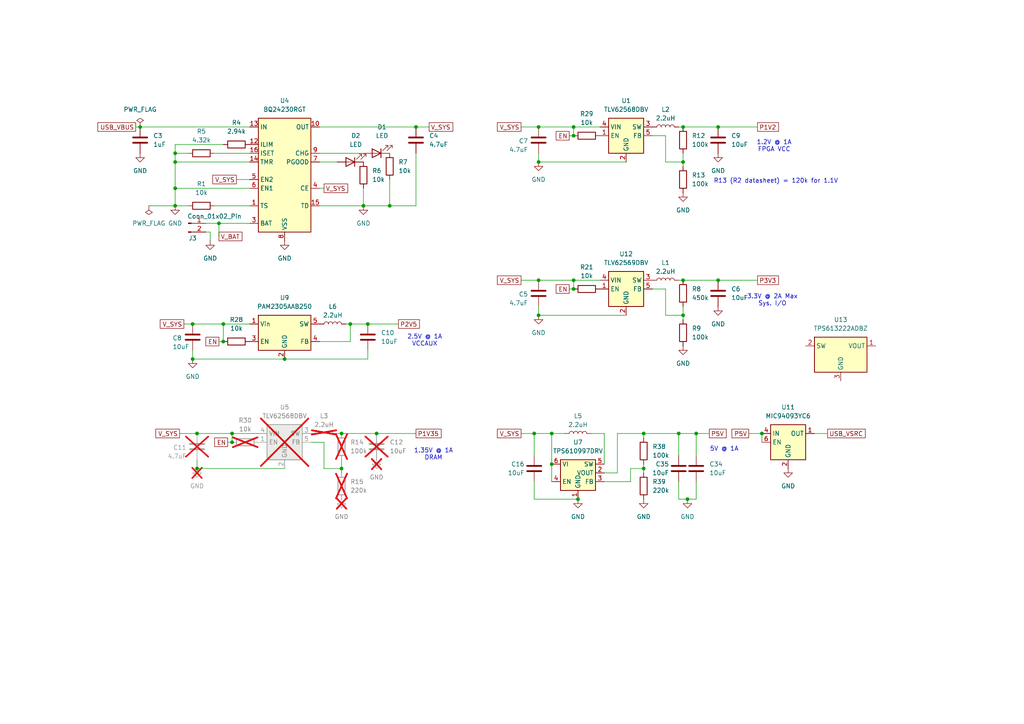
<source format=kicad_sch>
(kicad_sch
	(version 20250114)
	(generator "eeschema")
	(generator_version "9.0")
	(uuid "716235d5-6f82-4217-96f5-2877f2916f55")
	(paper "A4")
	(lib_symbols
		(symbol "Connector:Conn_01x02_Pin"
			(pin_names
				(offset 1.016)
				(hide yes)
			)
			(exclude_from_sim no)
			(in_bom yes)
			(on_board yes)
			(property "Reference" "J"
				(at 0 2.54 0)
				(effects
					(font
						(size 1.27 1.27)
					)
				)
			)
			(property "Value" "Conn_01x02_Pin"
				(at 0 -5.08 0)
				(effects
					(font
						(size 1.27 1.27)
					)
				)
			)
			(property "Footprint" ""
				(at 0 0 0)
				(effects
					(font
						(size 1.27 1.27)
					)
					(hide yes)
				)
			)
			(property "Datasheet" "~"
				(at 0 0 0)
				(effects
					(font
						(size 1.27 1.27)
					)
					(hide yes)
				)
			)
			(property "Description" "Generic connector, single row, 01x02, script generated"
				(at 0 0 0)
				(effects
					(font
						(size 1.27 1.27)
					)
					(hide yes)
				)
			)
			(property "ki_locked" ""
				(at 0 0 0)
				(effects
					(font
						(size 1.27 1.27)
					)
				)
			)
			(property "ki_keywords" "connector"
				(at 0 0 0)
				(effects
					(font
						(size 1.27 1.27)
					)
					(hide yes)
				)
			)
			(property "ki_fp_filters" "Connector*:*_1x??_*"
				(at 0 0 0)
				(effects
					(font
						(size 1.27 1.27)
					)
					(hide yes)
				)
			)
			(symbol "Conn_01x02_Pin_1_1"
				(rectangle
					(start 0.8636 0.127)
					(end 0 -0.127)
					(stroke
						(width 0.1524)
						(type default)
					)
					(fill
						(type outline)
					)
				)
				(rectangle
					(start 0.8636 -2.413)
					(end 0 -2.667)
					(stroke
						(width 0.1524)
						(type default)
					)
					(fill
						(type outline)
					)
				)
				(polyline
					(pts
						(xy 1.27 0) (xy 0.8636 0)
					)
					(stroke
						(width 0.1524)
						(type default)
					)
					(fill
						(type none)
					)
				)
				(polyline
					(pts
						(xy 1.27 -2.54) (xy 0.8636 -2.54)
					)
					(stroke
						(width 0.1524)
						(type default)
					)
					(fill
						(type none)
					)
				)
				(pin passive line
					(at 5.08 0 180)
					(length 3.81)
					(name "Pin_1"
						(effects
							(font
								(size 1.27 1.27)
							)
						)
					)
					(number "1"
						(effects
							(font
								(size 1.27 1.27)
							)
						)
					)
				)
				(pin passive line
					(at 5.08 -2.54 180)
					(length 3.81)
					(name "Pin_2"
						(effects
							(font
								(size 1.27 1.27)
							)
						)
					)
					(number "2"
						(effects
							(font
								(size 1.27 1.27)
							)
						)
					)
				)
			)
			(embedded_fonts no)
		)
		(symbol "Device:C"
			(pin_numbers
				(hide yes)
			)
			(pin_names
				(offset 0.254)
			)
			(exclude_from_sim no)
			(in_bom yes)
			(on_board yes)
			(property "Reference" "C"
				(at 0.635 2.54 0)
				(effects
					(font
						(size 1.27 1.27)
					)
					(justify left)
				)
			)
			(property "Value" "C"
				(at 0.635 -2.54 0)
				(effects
					(font
						(size 1.27 1.27)
					)
					(justify left)
				)
			)
			(property "Footprint" ""
				(at 0.9652 -3.81 0)
				(effects
					(font
						(size 1.27 1.27)
					)
					(hide yes)
				)
			)
			(property "Datasheet" "~"
				(at 0 0 0)
				(effects
					(font
						(size 1.27 1.27)
					)
					(hide yes)
				)
			)
			(property "Description" "Unpolarized capacitor"
				(at 0 0 0)
				(effects
					(font
						(size 1.27 1.27)
					)
					(hide yes)
				)
			)
			(property "ki_keywords" "cap capacitor"
				(at 0 0 0)
				(effects
					(font
						(size 1.27 1.27)
					)
					(hide yes)
				)
			)
			(property "ki_fp_filters" "C_*"
				(at 0 0 0)
				(effects
					(font
						(size 1.27 1.27)
					)
					(hide yes)
				)
			)
			(symbol "C_0_1"
				(polyline
					(pts
						(xy -2.032 0.762) (xy 2.032 0.762)
					)
					(stroke
						(width 0.508)
						(type default)
					)
					(fill
						(type none)
					)
				)
				(polyline
					(pts
						(xy -2.032 -0.762) (xy 2.032 -0.762)
					)
					(stroke
						(width 0.508)
						(type default)
					)
					(fill
						(type none)
					)
				)
			)
			(symbol "C_1_1"
				(pin passive line
					(at 0 3.81 270)
					(length 2.794)
					(name "~"
						(effects
							(font
								(size 1.27 1.27)
							)
						)
					)
					(number "1"
						(effects
							(font
								(size 1.27 1.27)
							)
						)
					)
				)
				(pin passive line
					(at 0 -3.81 90)
					(length 2.794)
					(name "~"
						(effects
							(font
								(size 1.27 1.27)
							)
						)
					)
					(number "2"
						(effects
							(font
								(size 1.27 1.27)
							)
						)
					)
				)
			)
			(embedded_fonts no)
		)
		(symbol "Device:L"
			(pin_numbers
				(hide yes)
			)
			(pin_names
				(offset 1.016)
				(hide yes)
			)
			(exclude_from_sim no)
			(in_bom yes)
			(on_board yes)
			(property "Reference" "L"
				(at -1.27 0 90)
				(effects
					(font
						(size 1.27 1.27)
					)
				)
			)
			(property "Value" "L"
				(at 1.905 0 90)
				(effects
					(font
						(size 1.27 1.27)
					)
				)
			)
			(property "Footprint" ""
				(at 0 0 0)
				(effects
					(font
						(size 1.27 1.27)
					)
					(hide yes)
				)
			)
			(property "Datasheet" "~"
				(at 0 0 0)
				(effects
					(font
						(size 1.27 1.27)
					)
					(hide yes)
				)
			)
			(property "Description" "Inductor"
				(at 0 0 0)
				(effects
					(font
						(size 1.27 1.27)
					)
					(hide yes)
				)
			)
			(property "ki_keywords" "inductor choke coil reactor magnetic"
				(at 0 0 0)
				(effects
					(font
						(size 1.27 1.27)
					)
					(hide yes)
				)
			)
			(property "ki_fp_filters" "Choke_* *Coil* Inductor_* L_*"
				(at 0 0 0)
				(effects
					(font
						(size 1.27 1.27)
					)
					(hide yes)
				)
			)
			(symbol "L_0_1"
				(arc
					(start 0 2.54)
					(mid 0.6323 1.905)
					(end 0 1.27)
					(stroke
						(width 0)
						(type default)
					)
					(fill
						(type none)
					)
				)
				(arc
					(start 0 1.27)
					(mid 0.6323 0.635)
					(end 0 0)
					(stroke
						(width 0)
						(type default)
					)
					(fill
						(type none)
					)
				)
				(arc
					(start 0 0)
					(mid 0.6323 -0.635)
					(end 0 -1.27)
					(stroke
						(width 0)
						(type default)
					)
					(fill
						(type none)
					)
				)
				(arc
					(start 0 -1.27)
					(mid 0.6323 -1.905)
					(end 0 -2.54)
					(stroke
						(width 0)
						(type default)
					)
					(fill
						(type none)
					)
				)
			)
			(symbol "L_1_1"
				(pin passive line
					(at 0 3.81 270)
					(length 1.27)
					(name "1"
						(effects
							(font
								(size 1.27 1.27)
							)
						)
					)
					(number "1"
						(effects
							(font
								(size 1.27 1.27)
							)
						)
					)
				)
				(pin passive line
					(at 0 -3.81 90)
					(length 1.27)
					(name "2"
						(effects
							(font
								(size 1.27 1.27)
							)
						)
					)
					(number "2"
						(effects
							(font
								(size 1.27 1.27)
							)
						)
					)
				)
			)
			(embedded_fonts no)
		)
		(symbol "Device:LED"
			(pin_numbers
				(hide yes)
			)
			(pin_names
				(offset 1.016)
				(hide yes)
			)
			(exclude_from_sim no)
			(in_bom yes)
			(on_board yes)
			(property "Reference" "D"
				(at 0 2.54 0)
				(effects
					(font
						(size 1.27 1.27)
					)
				)
			)
			(property "Value" "LED"
				(at 0 -2.54 0)
				(effects
					(font
						(size 1.27 1.27)
					)
				)
			)
			(property "Footprint" ""
				(at 0 0 0)
				(effects
					(font
						(size 1.27 1.27)
					)
					(hide yes)
				)
			)
			(property "Datasheet" "~"
				(at 0 0 0)
				(effects
					(font
						(size 1.27 1.27)
					)
					(hide yes)
				)
			)
			(property "Description" "Light emitting diode"
				(at 0 0 0)
				(effects
					(font
						(size 1.27 1.27)
					)
					(hide yes)
				)
			)
			(property "Sim.Pins" "1=K 2=A"
				(at 0 0 0)
				(effects
					(font
						(size 1.27 1.27)
					)
					(hide yes)
				)
			)
			(property "ki_keywords" "LED diode"
				(at 0 0 0)
				(effects
					(font
						(size 1.27 1.27)
					)
					(hide yes)
				)
			)
			(property "ki_fp_filters" "LED* LED_SMD:* LED_THT:*"
				(at 0 0 0)
				(effects
					(font
						(size 1.27 1.27)
					)
					(hide yes)
				)
			)
			(symbol "LED_0_1"
				(polyline
					(pts
						(xy -3.048 -0.762) (xy -4.572 -2.286) (xy -3.81 -2.286) (xy -4.572 -2.286) (xy -4.572 -1.524)
					)
					(stroke
						(width 0)
						(type default)
					)
					(fill
						(type none)
					)
				)
				(polyline
					(pts
						(xy -1.778 -0.762) (xy -3.302 -2.286) (xy -2.54 -2.286) (xy -3.302 -2.286) (xy -3.302 -1.524)
					)
					(stroke
						(width 0)
						(type default)
					)
					(fill
						(type none)
					)
				)
				(polyline
					(pts
						(xy -1.27 0) (xy 1.27 0)
					)
					(stroke
						(width 0)
						(type default)
					)
					(fill
						(type none)
					)
				)
				(polyline
					(pts
						(xy -1.27 -1.27) (xy -1.27 1.27)
					)
					(stroke
						(width 0.254)
						(type default)
					)
					(fill
						(type none)
					)
				)
				(polyline
					(pts
						(xy 1.27 -1.27) (xy 1.27 1.27) (xy -1.27 0) (xy 1.27 -1.27)
					)
					(stroke
						(width 0.254)
						(type default)
					)
					(fill
						(type none)
					)
				)
			)
			(symbol "LED_1_1"
				(pin passive line
					(at -3.81 0 0)
					(length 2.54)
					(name "K"
						(effects
							(font
								(size 1.27 1.27)
							)
						)
					)
					(number "1"
						(effects
							(font
								(size 1.27 1.27)
							)
						)
					)
				)
				(pin passive line
					(at 3.81 0 180)
					(length 2.54)
					(name "A"
						(effects
							(font
								(size 1.27 1.27)
							)
						)
					)
					(number "2"
						(effects
							(font
								(size 1.27 1.27)
							)
						)
					)
				)
			)
			(embedded_fonts no)
		)
		(symbol "Device:R"
			(pin_numbers
				(hide yes)
			)
			(pin_names
				(offset 0)
			)
			(exclude_from_sim no)
			(in_bom yes)
			(on_board yes)
			(property "Reference" "R"
				(at 2.032 0 90)
				(effects
					(font
						(size 1.27 1.27)
					)
				)
			)
			(property "Value" "R"
				(at 0 0 90)
				(effects
					(font
						(size 1.27 1.27)
					)
				)
			)
			(property "Footprint" ""
				(at -1.778 0 90)
				(effects
					(font
						(size 1.27 1.27)
					)
					(hide yes)
				)
			)
			(property "Datasheet" "~"
				(at 0 0 0)
				(effects
					(font
						(size 1.27 1.27)
					)
					(hide yes)
				)
			)
			(property "Description" "Resistor"
				(at 0 0 0)
				(effects
					(font
						(size 1.27 1.27)
					)
					(hide yes)
				)
			)
			(property "ki_keywords" "R res resistor"
				(at 0 0 0)
				(effects
					(font
						(size 1.27 1.27)
					)
					(hide yes)
				)
			)
			(property "ki_fp_filters" "R_*"
				(at 0 0 0)
				(effects
					(font
						(size 1.27 1.27)
					)
					(hide yes)
				)
			)
			(symbol "R_0_1"
				(rectangle
					(start -1.016 -2.54)
					(end 1.016 2.54)
					(stroke
						(width 0.254)
						(type default)
					)
					(fill
						(type none)
					)
				)
			)
			(symbol "R_1_1"
				(pin passive line
					(at 0 3.81 270)
					(length 1.27)
					(name "~"
						(effects
							(font
								(size 1.27 1.27)
							)
						)
					)
					(number "1"
						(effects
							(font
								(size 1.27 1.27)
							)
						)
					)
				)
				(pin passive line
					(at 0 -3.81 90)
					(length 1.27)
					(name "~"
						(effects
							(font
								(size 1.27 1.27)
							)
						)
					)
					(number "2"
						(effects
							(font
								(size 1.27 1.27)
							)
						)
					)
				)
			)
			(embedded_fonts no)
		)
		(symbol "Power_Management:BQ24230RGT"
			(exclude_from_sim no)
			(in_bom yes)
			(on_board yes)
			(property "Reference" "U"
				(at -8.89 19.05 0)
				(effects
					(font
						(size 1.27 1.27)
					)
				)
			)
			(property "Value" "BQ24230RGT"
				(at 5.08 19.05 0)
				(effects
					(font
						(size 1.27 1.27)
					)
				)
			)
			(property "Footprint" "Package_DFN_QFN:VQFN-16-1EP_3x3mm_P0.5mm_EP1.68x1.68mm_ThermalVias"
				(at 2.54 -32.385 0)
				(effects
					(font
						(size 1.27 1.27)
					)
					(hide yes)
				)
			)
			(property "Datasheet" "http://www.ti.com/cn/lit/ds/symlink/bq24230.pdf"
				(at -6.35 19.05 0)
				(effects
					(font
						(size 1.27 1.27)
					)
					(hide yes)
				)
			)
			(property "Description" "USB-Friendly Lithium-Ion Battery Charger And Power-Path Management IC, VQFN-16"
				(at 0 0 0)
				(effects
					(font
						(size 1.27 1.27)
					)
					(hide yes)
				)
			)
			(property "ki_keywords" "Lithium-ion battery charger"
				(at 0 0 0)
				(effects
					(font
						(size 1.27 1.27)
					)
					(hide yes)
				)
			)
			(property "ki_fp_filters" "VQFN*1EP*3x3mm*P0.5mm*"
				(at 0 0 0)
				(effects
					(font
						(size 1.27 1.27)
					)
					(hide yes)
				)
			)
			(symbol "BQ24230RGT_0_1"
				(rectangle
					(start -7.62 17.78)
					(end 7.62 -15.24)
					(stroke
						(width 0.254)
						(type default)
					)
					(fill
						(type background)
					)
				)
			)
			(symbol "BQ24230RGT_1_1"
				(pin power_in line
					(at -10.16 15.24 0)
					(length 2.54)
					(name "IN"
						(effects
							(font
								(size 1.27 1.27)
							)
						)
					)
					(number "13"
						(effects
							(font
								(size 1.27 1.27)
							)
						)
					)
				)
				(pin passive line
					(at -10.16 10.16 0)
					(length 2.54)
					(name "ILIM"
						(effects
							(font
								(size 1.27 1.27)
							)
						)
					)
					(number "12"
						(effects
							(font
								(size 1.27 1.27)
							)
						)
					)
				)
				(pin passive line
					(at -10.16 7.62 0)
					(length 2.54)
					(name "ISET"
						(effects
							(font
								(size 1.27 1.27)
							)
						)
					)
					(number "16"
						(effects
							(font
								(size 1.27 1.27)
							)
						)
					)
				)
				(pin passive line
					(at -10.16 5.08 0)
					(length 2.54)
					(name "TMR"
						(effects
							(font
								(size 1.27 1.27)
							)
						)
					)
					(number "14"
						(effects
							(font
								(size 1.27 1.27)
							)
						)
					)
				)
				(pin input line
					(at -10.16 0 0)
					(length 2.54)
					(name "EN2"
						(effects
							(font
								(size 1.27 1.27)
							)
						)
					)
					(number "5"
						(effects
							(font
								(size 1.27 1.27)
							)
						)
					)
				)
				(pin input line
					(at -10.16 -2.54 0)
					(length 2.54)
					(name "EN1"
						(effects
							(font
								(size 1.27 1.27)
							)
						)
					)
					(number "6"
						(effects
							(font
								(size 1.27 1.27)
							)
						)
					)
				)
				(pin passive line
					(at -10.16 -7.62 0)
					(length 2.54)
					(name "TS"
						(effects
							(font
								(size 1.27 1.27)
							)
						)
					)
					(number "1"
						(effects
							(font
								(size 1.27 1.27)
							)
						)
					)
				)
				(pin bidirectional line
					(at -10.16 -12.7 0)
					(length 2.54)
					(hide yes)
					(name "BAT"
						(effects
							(font
								(size 1.27 1.27)
							)
						)
					)
					(number "2"
						(effects
							(font
								(size 1.27 1.27)
							)
						)
					)
				)
				(pin bidirectional line
					(at -10.16 -12.7 0)
					(length 2.54)
					(name "BAT"
						(effects
							(font
								(size 1.27 1.27)
							)
						)
					)
					(number "3"
						(effects
							(font
								(size 1.27 1.27)
							)
						)
					)
				)
				(pin passive line
					(at 0 -17.78 90)
					(length 2.54)
					(hide yes)
					(name "VSS"
						(effects
							(font
								(size 1.27 1.27)
							)
						)
					)
					(number "17"
						(effects
							(font
								(size 1.27 1.27)
							)
						)
					)
				)
				(pin power_in line
					(at 0 -17.78 90)
					(length 2.54)
					(name "VSS"
						(effects
							(font
								(size 1.27 1.27)
							)
						)
					)
					(number "8"
						(effects
							(font
								(size 1.27 1.27)
							)
						)
					)
				)
				(pin power_out line
					(at 10.16 15.24 180)
					(length 2.54)
					(name "OUT"
						(effects
							(font
								(size 1.27 1.27)
							)
						)
					)
					(number "10"
						(effects
							(font
								(size 1.27 1.27)
							)
						)
					)
				)
				(pin passive line
					(at 10.16 15.24 180)
					(length 2.54)
					(hide yes)
					(name "OUT"
						(effects
							(font
								(size 1.27 1.27)
							)
						)
					)
					(number "11"
						(effects
							(font
								(size 1.27 1.27)
							)
						)
					)
				)
				(pin open_collector line
					(at 10.16 7.62 180)
					(length 2.54)
					(name "CHG"
						(effects
							(font
								(size 1.27 1.27)
							)
						)
					)
					(number "9"
						(effects
							(font
								(size 1.27 1.27)
							)
						)
					)
				)
				(pin open_collector line
					(at 10.16 5.08 180)
					(length 2.54)
					(name "PGOOD"
						(effects
							(font
								(size 1.27 1.27)
							)
						)
					)
					(number "7"
						(effects
							(font
								(size 1.27 1.27)
							)
						)
					)
				)
				(pin input line
					(at 10.16 -2.54 180)
					(length 2.54)
					(name "CE"
						(effects
							(font
								(size 1.27 1.27)
							)
						)
					)
					(number "4"
						(effects
							(font
								(size 1.27 1.27)
							)
						)
					)
				)
				(pin input line
					(at 10.16 -7.62 180)
					(length 2.54)
					(name "TD"
						(effects
							(font
								(size 1.27 1.27)
							)
						)
					)
					(number "15"
						(effects
							(font
								(size 1.27 1.27)
							)
						)
					)
				)
			)
			(embedded_fonts no)
		)
		(symbol "Power_Management:MIC94093YC6"
			(exclude_from_sim no)
			(in_bom yes)
			(on_board yes)
			(property "Reference" "U"
				(at 0 8.89 0)
				(effects
					(font
						(size 1.27 1.27)
					)
				)
			)
			(property "Value" "MIC94093YC6"
				(at 0 6.35 0)
				(effects
					(font
						(size 1.27 1.27)
					)
				)
			)
			(property "Footprint" "Package_TO_SOT_SMD:SOT-363_SC-70-6"
				(at 0 11.43 0)
				(effects
					(font
						(size 1.27 1.27)
					)
					(hide yes)
				)
			)
			(property "Datasheet" "https://ww1.microchip.com/downloads/aemDocuments/documents/APID/ProductDocuments/DataSheets/MIC94090-1-2-3-4-5-High-Side-Load-Switches-for-Consumer-Applications-DS20006706.pdf"
				(at 0 0 0)
				(effects
					(font
						(size 1.27 1.27)
					)
					(hide yes)
				)
			)
			(property "Description" "High Side Load Switches for Consumer Applications, 1.7..5.5V, 1.2A, 130mΩ, 790 µs Soft-Start, Load Discharge, SC-70-6"
				(at 0 0 0)
				(effects
					(font
						(size 1.27 1.27)
					)
					(hide yes)
				)
			)
			(property "ki_keywords" "load-switch Microchip D7D"
				(at 0 0 0)
				(effects
					(font
						(size 1.27 1.27)
					)
					(hide yes)
				)
			)
			(property "ki_fp_filters" "*SC?70*"
				(at 0 0 0)
				(effects
					(font
						(size 1.27 1.27)
					)
					(hide yes)
				)
			)
			(symbol "MIC94093YC6_0_1"
				(rectangle
					(start -5.08 5.08)
					(end 5.08 -5.08)
					(stroke
						(width 0.254)
						(type default)
					)
					(fill
						(type background)
					)
				)
			)
			(symbol "MIC94093YC6_1_1"
				(pin passive line
					(at -7.62 2.54 0)
					(length 2.54)
					(name "IN"
						(effects
							(font
								(size 1.27 1.27)
							)
						)
					)
					(number "4"
						(effects
							(font
								(size 1.27 1.27)
							)
						)
					)
				)
				(pin input line
					(at -7.62 0 0)
					(length 2.54)
					(name "EN"
						(effects
							(font
								(size 1.27 1.27)
							)
						)
					)
					(number "6"
						(effects
							(font
								(size 1.27 1.27)
							)
						)
					)
				)
				(pin power_in line
					(at 0 -7.62 90)
					(length 2.54)
					(name "GND"
						(effects
							(font
								(size 1.27 1.27)
							)
						)
					)
					(number "2"
						(effects
							(font
								(size 1.27 1.27)
							)
						)
					)
				)
				(pin passive line
					(at 0 -7.62 90)
					(length 2.54)
					(hide yes)
					(name "GND"
						(effects
							(font
								(size 1.27 1.27)
							)
						)
					)
					(number "5"
						(effects
							(font
								(size 1.27 1.27)
							)
						)
					)
				)
				(pin no_connect line
					(at 5.08 0 180)
					(length 2.54)
					(hide yes)
					(name "NC"
						(effects
							(font
								(size 1.27 1.27)
							)
						)
					)
					(number "3"
						(effects
							(font
								(size 1.27 1.27)
							)
						)
					)
				)
				(pin passive line
					(at 7.62 2.54 180)
					(length 2.54)
					(name "OUT"
						(effects
							(font
								(size 1.27 1.27)
							)
						)
					)
					(number "1"
						(effects
							(font
								(size 1.27 1.27)
							)
						)
					)
				)
			)
			(embedded_fonts no)
		)
		(symbol "Regulator_Switching:PAM2305AAB250"
			(exclude_from_sim no)
			(in_bom yes)
			(on_board yes)
			(property "Reference" "U"
				(at -7.62 6.35 0)
				(effects
					(font
						(size 1.27 1.27)
					)
					(justify left)
				)
			)
			(property "Value" "PAM2305AAB250"
				(at -2.54 6.35 0)
				(effects
					(font
						(size 1.27 1.27)
					)
					(justify left)
				)
			)
			(property "Footprint" "Package_TO_SOT_SMD:TSOT-23-5"
				(at 1.27 -6.35 0)
				(effects
					(font
						(size 1.27 1.27)
					)
					(justify left)
					(hide yes)
				)
			)
			(property "Datasheet" "https://www.diodes.com/assets/Datasheets/PAM2305.pdf"
				(at -6.35 -8.89 0)
				(effects
					(font
						(size 1.27 1.27)
					)
					(hide yes)
				)
			)
			(property "Description" "1A, Step-Down DC/DC-Converter, 2.5V Fixed Output Voltage, 1.5MHz, TSOT-23"
				(at 0 0 0)
				(effects
					(font
						(size 1.27 1.27)
					)
					(hide yes)
				)
			)
			(property "ki_keywords" "Voltage regulator switching buck fixed output analog"
				(at 0 0 0)
				(effects
					(font
						(size 1.27 1.27)
					)
					(hide yes)
				)
			)
			(property "ki_fp_filters" "TSOT?23*"
				(at 0 0 0)
				(effects
					(font
						(size 1.27 1.27)
					)
					(hide yes)
				)
			)
			(symbol "PAM2305AAB250_0_1"
				(rectangle
					(start -7.62 5.08)
					(end 7.62 -5.08)
					(stroke
						(width 0.254)
						(type default)
					)
					(fill
						(type background)
					)
				)
			)
			(symbol "PAM2305AAB250_1_1"
				(pin power_in line
					(at -10.16 2.54 0)
					(length 2.54)
					(name "Vin"
						(effects
							(font
								(size 1.27 1.27)
							)
						)
					)
					(number "1"
						(effects
							(font
								(size 1.27 1.27)
							)
						)
					)
				)
				(pin input line
					(at -10.16 -2.54 0)
					(length 2.54)
					(name "EN"
						(effects
							(font
								(size 1.27 1.27)
							)
						)
					)
					(number "3"
						(effects
							(font
								(size 1.27 1.27)
							)
						)
					)
				)
				(pin power_in line
					(at 0 -7.62 90)
					(length 2.54)
					(name "GND"
						(effects
							(font
								(size 1.27 1.27)
							)
						)
					)
					(number "2"
						(effects
							(font
								(size 1.27 1.27)
							)
						)
					)
				)
				(pin output line
					(at 10.16 2.54 180)
					(length 2.54)
					(name "SW"
						(effects
							(font
								(size 1.27 1.27)
							)
						)
					)
					(number "5"
						(effects
							(font
								(size 1.27 1.27)
							)
						)
					)
				)
				(pin input line
					(at 10.16 -2.54 180)
					(length 2.54)
					(name "FB"
						(effects
							(font
								(size 1.27 1.27)
							)
						)
					)
					(number "4"
						(effects
							(font
								(size 1.27 1.27)
							)
						)
					)
				)
			)
			(embedded_fonts no)
		)
		(symbol "Regulator_Switching:TLV62568DBV"
			(exclude_from_sim no)
			(in_bom yes)
			(on_board yes)
			(property "Reference" "U"
				(at -5.08 6.35 0)
				(effects
					(font
						(size 1.27 1.27)
					)
					(justify left)
				)
			)
			(property "Value" "TLV62568DBV"
				(at 0 6.35 0)
				(effects
					(font
						(size 1.27 1.27)
					)
					(justify left)
				)
			)
			(property "Footprint" "Package_TO_SOT_SMD:SOT-23-5"
				(at 1.27 -6.35 0)
				(effects
					(font
						(size 1.27 1.27)
						(italic yes)
					)
					(justify left)
					(hide yes)
				)
			)
			(property "Datasheet" "http://www.ti.com/lit/ds/symlink/tlv62568.pdf"
				(at -6.35 11.43 0)
				(effects
					(font
						(size 1.27 1.27)
					)
					(hide yes)
				)
			)
			(property "Description" "High Efficiency Synchronous Buck Converter, Adjustable Output 0.6V-5.5V, 1A, SOT-23-5"
				(at 0 0 0)
				(effects
					(font
						(size 1.27 1.27)
					)
					(hide yes)
				)
			)
			(property "ki_keywords" "Step-Down Buck DC-DC Regulator Adjustable"
				(at 0 0 0)
				(effects
					(font
						(size 1.27 1.27)
					)
					(hide yes)
				)
			)
			(property "ki_fp_filters" "SOT?23*"
				(at 0 0 0)
				(effects
					(font
						(size 1.27 1.27)
					)
					(hide yes)
				)
			)
			(symbol "TLV62568DBV_0_1"
				(rectangle
					(start -5.08 5.08)
					(end 5.08 -5.08)
					(stroke
						(width 0.254)
						(type default)
					)
					(fill
						(type background)
					)
				)
			)
			(symbol "TLV62568DBV_1_1"
				(pin power_in line
					(at -7.62 2.54 0)
					(length 2.54)
					(name "VIN"
						(effects
							(font
								(size 1.27 1.27)
							)
						)
					)
					(number "4"
						(effects
							(font
								(size 1.27 1.27)
							)
						)
					)
				)
				(pin input line
					(at -7.62 0 0)
					(length 2.54)
					(name "EN"
						(effects
							(font
								(size 1.27 1.27)
							)
						)
					)
					(number "1"
						(effects
							(font
								(size 1.27 1.27)
							)
						)
					)
				)
				(pin power_in line
					(at 0 -7.62 90)
					(length 2.54)
					(name "GND"
						(effects
							(font
								(size 1.27 1.27)
							)
						)
					)
					(number "2"
						(effects
							(font
								(size 1.27 1.27)
							)
						)
					)
				)
				(pin power_out line
					(at 7.62 2.54 180)
					(length 2.54)
					(name "SW"
						(effects
							(font
								(size 1.27 1.27)
							)
						)
					)
					(number "3"
						(effects
							(font
								(size 1.27 1.27)
							)
						)
					)
				)
				(pin input line
					(at 7.62 0 180)
					(length 2.54)
					(name "FB"
						(effects
							(font
								(size 1.27 1.27)
							)
						)
					)
					(number "5"
						(effects
							(font
								(size 1.27 1.27)
							)
						)
					)
				)
			)
			(embedded_fonts no)
		)
		(symbol "Regulator_Switching:TLV62569DBV"
			(exclude_from_sim no)
			(in_bom yes)
			(on_board yes)
			(property "Reference" "U"
				(at -5.08 6.35 0)
				(effects
					(font
						(size 1.27 1.27)
					)
					(justify left)
				)
			)
			(property "Value" "TLV62569DBV"
				(at 0 6.35 0)
				(effects
					(font
						(size 1.27 1.27)
					)
					(justify left)
				)
			)
			(property "Footprint" "Package_TO_SOT_SMD:SOT-23-5"
				(at 1.27 -6.35 0)
				(effects
					(font
						(size 1.27 1.27)
						(italic yes)
					)
					(justify left)
					(hide yes)
				)
			)
			(property "Datasheet" "http://www.ti.com/lit/ds/symlink/tlv62569.pdf"
				(at -6.35 11.43 0)
				(effects
					(font
						(size 1.27 1.27)
					)
					(hide yes)
				)
			)
			(property "Description" "High Efficiency Synchronous Buck Converter, Adjustable Output 0.6V-5.5V, 2A, SOT-23-5"
				(at 0 0 0)
				(effects
					(font
						(size 1.27 1.27)
					)
					(hide yes)
				)
			)
			(property "ki_keywords" "Step-Down Buck DC-DC Regulator Adjustable"
				(at 0 0 0)
				(effects
					(font
						(size 1.27 1.27)
					)
					(hide yes)
				)
			)
			(property "ki_fp_filters" "SOT?23*"
				(at 0 0 0)
				(effects
					(font
						(size 1.27 1.27)
					)
					(hide yes)
				)
			)
			(symbol "TLV62569DBV_0_1"
				(rectangle
					(start -5.08 5.08)
					(end 5.08 -5.08)
					(stroke
						(width 0.254)
						(type default)
					)
					(fill
						(type background)
					)
				)
			)
			(symbol "TLV62569DBV_1_1"
				(pin power_in line
					(at -7.62 2.54 0)
					(length 2.54)
					(name "VIN"
						(effects
							(font
								(size 1.27 1.27)
							)
						)
					)
					(number "4"
						(effects
							(font
								(size 1.27 1.27)
							)
						)
					)
				)
				(pin input line
					(at -7.62 0 0)
					(length 2.54)
					(name "EN"
						(effects
							(font
								(size 1.27 1.27)
							)
						)
					)
					(number "1"
						(effects
							(font
								(size 1.27 1.27)
							)
						)
					)
				)
				(pin power_in line
					(at 0 -7.62 90)
					(length 2.54)
					(name "GND"
						(effects
							(font
								(size 1.27 1.27)
							)
						)
					)
					(number "2"
						(effects
							(font
								(size 1.27 1.27)
							)
						)
					)
				)
				(pin power_out line
					(at 7.62 2.54 180)
					(length 2.54)
					(name "SW"
						(effects
							(font
								(size 1.27 1.27)
							)
						)
					)
					(number "3"
						(effects
							(font
								(size 1.27 1.27)
							)
						)
					)
				)
				(pin input line
					(at 7.62 0 180)
					(length 2.54)
					(name "FB"
						(effects
							(font
								(size 1.27 1.27)
							)
						)
					)
					(number "5"
						(effects
							(font
								(size 1.27 1.27)
							)
						)
					)
				)
			)
			(embedded_fonts no)
		)
		(symbol "Regulator_Switching:TPS610997DRV"
			(exclude_from_sim no)
			(in_bom yes)
			(on_board yes)
			(property "Reference" "U"
				(at -5.08 7.62 0)
				(effects
					(font
						(size 1.27 1.27)
					)
					(justify left)
				)
			)
			(property "Value" "TPS610997DRV"
				(at 0 7.62 0)
				(effects
					(font
						(size 1.27 1.27)
					)
					(justify left)
				)
			)
			(property "Footprint" "Package_SON:WSON-6-1EP_2x2mm_P0.65mm_EP1x1.6mm"
				(at 1.27 -3.81 0)
				(effects
					(font
						(size 1.27 1.27)
						(italic yes)
					)
					(justify left)
					(hide yes)
				)
			)
			(property "Datasheet" "https://www.ti.com/lit/gpn/TPS61099"
				(at 0 2.54 0)
				(effects
					(font
						(size 1.27 1.27)
					)
					(hide yes)
				)
			)
			(property "Description" "Boost Converter, 0.7-5.5V Input Voltage, 1A Switch Current, 5V Fixed Output Voltage, WSON-6"
				(at 0 0 0)
				(effects
					(font
						(size 1.27 1.27)
					)
					(hide yes)
				)
			)
			(property "ki_keywords" "Step-Up DC-DC Converter"
				(at 0 0 0)
				(effects
					(font
						(size 1.27 1.27)
					)
					(hide yes)
				)
			)
			(property "ki_fp_filters" "WSON*1EP*2x2mm*P0.65mm*"
				(at 0 0 0)
				(effects
					(font
						(size 1.27 1.27)
					)
					(hide yes)
				)
			)
			(symbol "TPS610997DRV_0_1"
				(rectangle
					(start -5.08 6.35)
					(end 5.08 -2.54)
					(stroke
						(width 0.254)
						(type default)
					)
					(fill
						(type background)
					)
				)
			)
			(symbol "TPS610997DRV_1_1"
				(pin power_in line
					(at -7.62 5.08 0)
					(length 2.54)
					(name "VI"
						(effects
							(font
								(size 1.27 1.27)
							)
						)
					)
					(number "6"
						(effects
							(font
								(size 1.27 1.27)
							)
						)
					)
				)
				(pin input line
					(at -7.62 0 0)
					(length 2.54)
					(name "EN"
						(effects
							(font
								(size 1.27 1.27)
							)
						)
					)
					(number "4"
						(effects
							(font
								(size 1.27 1.27)
							)
						)
					)
				)
				(pin power_in line
					(at 0 -5.08 90)
					(length 2.54)
					(name "GND"
						(effects
							(font
								(size 1.27 1.27)
							)
						)
					)
					(number "1"
						(effects
							(font
								(size 1.27 1.27)
							)
						)
					)
				)
				(pin passive line
					(at 0 -5.08 90)
					(length 2.54)
					(hide yes)
					(name "GND"
						(effects
							(font
								(size 1.27 1.27)
							)
						)
					)
					(number "7"
						(effects
							(font
								(size 1.27 1.27)
							)
						)
					)
				)
				(pin power_in line
					(at 7.62 5.08 180)
					(length 2.54)
					(name "SW"
						(effects
							(font
								(size 1.27 1.27)
							)
						)
					)
					(number "5"
						(effects
							(font
								(size 1.27 1.27)
							)
						)
					)
				)
				(pin power_out line
					(at 7.62 2.54 180)
					(length 2.54)
					(name "VOUT"
						(effects
							(font
								(size 1.27 1.27)
							)
						)
					)
					(number "2"
						(effects
							(font
								(size 1.27 1.27)
							)
						)
					)
				)
				(pin passive line
					(at 7.62 0 180)
					(length 2.54)
					(name "FB"
						(effects
							(font
								(size 1.27 1.27)
							)
						)
					)
					(number "3"
						(effects
							(font
								(size 1.27 1.27)
							)
						)
					)
				)
			)
			(embedded_fonts no)
		)
		(symbol "Regulator_Switching:TPS613222ADBZ"
			(exclude_from_sim no)
			(in_bom yes)
			(on_board yes)
			(property "Reference" "U"
				(at -7.62 6.35 0)
				(effects
					(font
						(size 1.27 1.27)
					)
					(justify left)
				)
			)
			(property "Value" "TPS613222ADBZ"
				(at 2.54 6.35 0)
				(effects
					(font
						(size 1.27 1.27)
					)
				)
			)
			(property "Footprint" "Package_TO_SOT_SMD:SOT-23"
				(at 0 -20.32 0)
				(effects
					(font
						(size 1.27 1.27)
					)
					(hide yes)
				)
			)
			(property "Datasheet" "http://www.ti.com/lit/ds/symlink/tps61322.pdf"
				(at 0 -3.81 0)
				(effects
					(font
						(size 1.27 1.27)
					)
					(hide yes)
				)
			)
			(property "Description" "1.8A Step-Up Converter, 5V Output Voltage, 0.9-5.5V Input Voltage, SOT-23"
				(at 0 0 0)
				(effects
					(font
						(size 1.27 1.27)
					)
					(hide yes)
				)
			)
			(property "ki_keywords" "Boost converter"
				(at 0 0 0)
				(effects
					(font
						(size 1.27 1.27)
					)
					(hide yes)
				)
			)
			(property "ki_fp_filters" "SOT?23*"
				(at 0 0 0)
				(effects
					(font
						(size 1.27 1.27)
					)
					(hide yes)
				)
			)
			(symbol "TPS613222ADBZ_0_1"
				(rectangle
					(start -7.62 5.08)
					(end 7.62 -5.08)
					(stroke
						(width 0.254)
						(type default)
					)
					(fill
						(type background)
					)
				)
			)
			(symbol "TPS613222ADBZ_1_1"
				(pin power_in line
					(at -10.16 2.54 0)
					(length 2.54)
					(name "SW"
						(effects
							(font
								(size 1.27 1.27)
							)
						)
					)
					(number "2"
						(effects
							(font
								(size 1.27 1.27)
							)
						)
					)
				)
				(pin power_in line
					(at 0 -7.62 90)
					(length 2.54)
					(name "GND"
						(effects
							(font
								(size 1.27 1.27)
							)
						)
					)
					(number "3"
						(effects
							(font
								(size 1.27 1.27)
							)
						)
					)
				)
				(pin power_out line
					(at 10.16 2.54 180)
					(length 2.54)
					(name "VOUT"
						(effects
							(font
								(size 1.27 1.27)
							)
						)
					)
					(number "1"
						(effects
							(font
								(size 1.27 1.27)
							)
						)
					)
				)
			)
			(embedded_fonts no)
		)
		(symbol "power:GND"
			(power)
			(pin_numbers
				(hide yes)
			)
			(pin_names
				(offset 0)
				(hide yes)
			)
			(exclude_from_sim no)
			(in_bom yes)
			(on_board yes)
			(property "Reference" "#PWR"
				(at 0 -6.35 0)
				(effects
					(font
						(size 1.27 1.27)
					)
					(hide yes)
				)
			)
			(property "Value" "GND"
				(at 0 -3.81 0)
				(effects
					(font
						(size 1.27 1.27)
					)
				)
			)
			(property "Footprint" ""
				(at 0 0 0)
				(effects
					(font
						(size 1.27 1.27)
					)
					(hide yes)
				)
			)
			(property "Datasheet" ""
				(at 0 0 0)
				(effects
					(font
						(size 1.27 1.27)
					)
					(hide yes)
				)
			)
			(property "Description" "Power symbol creates a global label with name \"GND\" , ground"
				(at 0 0 0)
				(effects
					(font
						(size 1.27 1.27)
					)
					(hide yes)
				)
			)
			(property "ki_keywords" "global power"
				(at 0 0 0)
				(effects
					(font
						(size 1.27 1.27)
					)
					(hide yes)
				)
			)
			(symbol "GND_0_1"
				(polyline
					(pts
						(xy 0 0) (xy 0 -1.27) (xy 1.27 -1.27) (xy 0 -2.54) (xy -1.27 -1.27) (xy 0 -1.27)
					)
					(stroke
						(width 0)
						(type default)
					)
					(fill
						(type none)
					)
				)
			)
			(symbol "GND_1_1"
				(pin power_in line
					(at 0 0 270)
					(length 0)
					(name "~"
						(effects
							(font
								(size 1.27 1.27)
							)
						)
					)
					(number "1"
						(effects
							(font
								(size 1.27 1.27)
							)
						)
					)
				)
			)
			(embedded_fonts no)
		)
		(symbol "power:PWR_FLAG"
			(power)
			(pin_numbers
				(hide yes)
			)
			(pin_names
				(offset 0)
				(hide yes)
			)
			(exclude_from_sim no)
			(in_bom yes)
			(on_board yes)
			(property "Reference" "#FLG"
				(at 0 1.905 0)
				(effects
					(font
						(size 1.27 1.27)
					)
					(hide yes)
				)
			)
			(property "Value" "PWR_FLAG"
				(at 0 3.81 0)
				(effects
					(font
						(size 1.27 1.27)
					)
				)
			)
			(property "Footprint" ""
				(at 0 0 0)
				(effects
					(font
						(size 1.27 1.27)
					)
					(hide yes)
				)
			)
			(property "Datasheet" "~"
				(at 0 0 0)
				(effects
					(font
						(size 1.27 1.27)
					)
					(hide yes)
				)
			)
			(property "Description" "Special symbol for telling ERC where power comes from"
				(at 0 0 0)
				(effects
					(font
						(size 1.27 1.27)
					)
					(hide yes)
				)
			)
			(property "ki_keywords" "flag power"
				(at 0 0 0)
				(effects
					(font
						(size 1.27 1.27)
					)
					(hide yes)
				)
			)
			(symbol "PWR_FLAG_0_0"
				(pin power_out line
					(at 0 0 90)
					(length 0)
					(name "~"
						(effects
							(font
								(size 1.27 1.27)
							)
						)
					)
					(number "1"
						(effects
							(font
								(size 1.27 1.27)
							)
						)
					)
				)
			)
			(symbol "PWR_FLAG_0_1"
				(polyline
					(pts
						(xy 0 0) (xy 0 1.27) (xy -1.016 1.905) (xy 0 2.54) (xy 1.016 1.905) (xy 0 1.27)
					)
					(stroke
						(width 0)
						(type default)
					)
					(fill
						(type none)
					)
				)
			)
			(embedded_fonts no)
		)
	)
	(text "5V @ 1A"
		(exclude_from_sim no)
		(at 210.058 130.302 0)
		(effects
			(font
				(size 1.27 1.27)
			)
		)
		(uuid "0efaab59-fd77-4ec5-b92a-1448dc186eab")
	)
	(text "1.35V @ 1A\nDRAM"
		(exclude_from_sim no)
		(at 125.73 131.826 0)
		(effects
			(font
				(size 1.27 1.27)
			)
		)
		(uuid "150b8a01-646d-42fa-9775-6994c87d4cff")
	)
	(text "2.5V @ 1A\nVCCAUX"
		(exclude_from_sim no)
		(at 123.19 98.806 0)
		(effects
			(font
				(size 1.27 1.27)
			)
		)
		(uuid "35fcbead-804f-4646-a6d2-4ec30b1c8178")
	)
	(text "3.3V @ 2A Max\nSys. I/O"
		(exclude_from_sim no)
		(at 224.028 87.122 0)
		(effects
			(font
				(size 1.27 1.27)
			)
		)
		(uuid "a3b6011e-8e7e-45fd-89e6-7f41b44f7668")
	)
	(text "R13 (R2 datasheet) = 120k for 1.1V"
		(exclude_from_sim no)
		(at 225.044 52.578 0)
		(effects
			(font
				(size 1.27 1.27)
			)
		)
		(uuid "aeb2e58a-7a49-4237-8691-9b8dea0589f3")
	)
	(text "1.2V @ 1A\nFPGA VCC"
		(exclude_from_sim no)
		(at 224.536 42.418 0)
		(effects
			(font
				(size 1.27 1.27)
			)
		)
		(uuid "e6d73e4c-82aa-438c-8e51-f7223407a2aa")
	)
	(junction
		(at 55.88 93.98)
		(diameter 0)
		(color 0 0 0 0)
		(uuid "083c1bf1-b580-47b7-9df7-f7d62a8741ca")
	)
	(junction
		(at 106.68 93.98)
		(diameter 0)
		(color 0 0 0 0)
		(uuid "08d956aa-3f54-4cf5-a02e-5a5baeff7b8d")
	)
	(junction
		(at 67.31 128.27)
		(diameter 0)
		(color 0 0 0 0)
		(uuid "09e1ea81-1a39-4cb1-b0e6-30aff9e62493")
	)
	(junction
		(at 208.28 36.83)
		(diameter 0)
		(color 0 0 0 0)
		(uuid "09fae8c5-00b7-40e0-8884-5c7eecb042be")
	)
	(junction
		(at 109.22 125.73)
		(diameter 0)
		(color 0 0 0 0)
		(uuid "0fbe9e2e-7430-4864-ae56-3a660f784cfe")
	)
	(junction
		(at 64.77 93.98)
		(diameter 0)
		(color 0 0 0 0)
		(uuid "1289d543-b66c-45fd-a4ee-e82c3ffe0dde")
	)
	(junction
		(at 105.41 59.69)
		(diameter 0)
		(color 0 0 0 0)
		(uuid "2367a1c0-6a73-4edb-92ec-b387d33aea78")
	)
	(junction
		(at 199.39 144.78)
		(diameter 0)
		(color 0 0 0 0)
		(uuid "2c08c1c6-17aa-4bed-aa33-e5c4a5b549dd")
	)
	(junction
		(at 154.94 125.73)
		(diameter 0)
		(color 0 0 0 0)
		(uuid "2fb006d6-8803-4758-811c-0f5dfea8eb42")
	)
	(junction
		(at 156.21 91.44)
		(diameter 0)
		(color 0 0 0 0)
		(uuid "337b88b6-0813-4555-93af-cd9d96937d97")
	)
	(junction
		(at 55.88 104.14)
		(diameter 0)
		(color 0 0 0 0)
		(uuid "38b8c9b1-d9ed-4885-a38e-4521004d57e7")
	)
	(junction
		(at 67.31 125.73)
		(diameter 0)
		(color 0 0 0 0)
		(uuid "3fb1bc6f-2e08-4f25-abe6-4a80f69c9a63")
	)
	(junction
		(at 198.12 91.44)
		(diameter 0)
		(color 0 0 0 0)
		(uuid "410de21b-8e4f-44fc-9373-c9897e878fc6")
	)
	(junction
		(at 167.64 144.78)
		(diameter 0)
		(color 0 0 0 0)
		(uuid "4655bc96-43c2-4582-9114-38fb5e349d70")
	)
	(junction
		(at 156.21 81.28)
		(diameter 0)
		(color 0 0 0 0)
		(uuid "46661ca2-4a3e-4ec2-908d-9ab9e77d5f51")
	)
	(junction
		(at 220.98 125.73)
		(diameter 0)
		(color 0 0 0 0)
		(uuid "46c30429-4616-4c6d-9ada-1890e4f48319")
	)
	(junction
		(at 63.5 64.77)
		(diameter 0)
		(color 0 0 0 0)
		(uuid "4b3b1ad5-87ae-4436-b710-fac5e9d96e02")
	)
	(junction
		(at 57.15 135.89)
		(diameter 0)
		(color 0 0 0 0)
		(uuid "4bc0658e-9765-4b44-9fa0-07a62deed94e")
	)
	(junction
		(at 198.12 36.83)
		(diameter 0)
		(color 0 0 0 0)
		(uuid "5e49e311-820c-48f7-b767-df93fd162469")
	)
	(junction
		(at 186.69 125.73)
		(diameter 0)
		(color 0 0 0 0)
		(uuid "5f604bf5-35d2-45aa-bf73-e699d7f094f2")
	)
	(junction
		(at 208.28 81.28)
		(diameter 0)
		(color 0 0 0 0)
		(uuid "60863fb6-62c2-40de-8427-7fff92d5da7b")
	)
	(junction
		(at 166.37 39.37)
		(diameter 0)
		(color 0 0 0 0)
		(uuid "6913f024-0688-4f2f-a8fd-d63c9179f153")
	)
	(junction
		(at 99.06 135.89)
		(diameter 0)
		(color 0 0 0 0)
		(uuid "73969e1c-109c-4ed8-8975-8d17b81319bb")
	)
	(junction
		(at 198.12 81.28)
		(diameter 0)
		(color 0 0 0 0)
		(uuid "7474218c-60d8-4686-887f-617037290ae6")
	)
	(junction
		(at 166.37 81.28)
		(diameter 0)
		(color 0 0 0 0)
		(uuid "7ffdcabc-7bc2-4336-a679-4ed0d1ed34f6")
	)
	(junction
		(at 99.06 125.73)
		(diameter 0)
		(color 0 0 0 0)
		(uuid "8206876d-bf94-4999-b715-51046c5eb9c7")
	)
	(junction
		(at 198.12 46.99)
		(diameter 0)
		(color 0 0 0 0)
		(uuid "8bf1b3b9-484a-4ba6-a3ba-daf728b897b4")
	)
	(junction
		(at 156.21 46.99)
		(diameter 0)
		(color 0 0 0 0)
		(uuid "8d4c7133-ec4e-48e3-ba2a-6bee428d7a1e")
	)
	(junction
		(at 57.15 125.73)
		(diameter 0)
		(color 0 0 0 0)
		(uuid "941268bc-70f5-4233-9cf0-48213d963683")
	)
	(junction
		(at 156.21 36.83)
		(diameter 0)
		(color 0 0 0 0)
		(uuid "956e8cca-9e28-4e37-8456-1db1d25760e5")
	)
	(junction
		(at 50.8 54.61)
		(diameter 0)
		(color 0 0 0 0)
		(uuid "95a01981-7846-434f-8a4a-304cc42469f1")
	)
	(junction
		(at 166.37 83.82)
		(diameter 0)
		(color 0 0 0 0)
		(uuid "99724c0b-c1aa-4f0f-81b8-29627bd45fed")
	)
	(junction
		(at 196.85 125.73)
		(diameter 0)
		(color 0 0 0 0)
		(uuid "9a8bf36d-3935-4002-977f-809c66bccb83")
	)
	(junction
		(at 101.6 93.98)
		(diameter 0)
		(color 0 0 0 0)
		(uuid "9c5b1478-f208-446b-a992-ef4b97d50cea")
	)
	(junction
		(at 82.55 104.14)
		(diameter 0)
		(color 0 0 0 0)
		(uuid "9d546c9c-8b5d-455e-9e6b-c8141629a442")
	)
	(junction
		(at 40.64 36.83)
		(diameter 0)
		(color 0 0 0 0)
		(uuid "9d913e25-4a95-4d79-b907-b7969f866ac2")
	)
	(junction
		(at 120.65 36.83)
		(diameter 0)
		(color 0 0 0 0)
		(uuid "b0f94058-92fd-4067-98be-a18f7a97e77e")
	)
	(junction
		(at 50.8 46.99)
		(diameter 0)
		(color 0 0 0 0)
		(uuid "b22a064f-f48d-4993-add4-4b4eb32df4f4")
	)
	(junction
		(at 113.03 59.69)
		(diameter 0)
		(color 0 0 0 0)
		(uuid "cc854209-404b-4bbc-bdb4-785011bc48f8")
	)
	(junction
		(at 50.8 59.69)
		(diameter 0)
		(color 0 0 0 0)
		(uuid "ccbe7fe6-c17e-465a-a451-0326b17fa5a9")
	)
	(junction
		(at 64.77 99.06)
		(diameter 0)
		(color 0 0 0 0)
		(uuid "d181ebe1-2b5b-4818-9ccd-ac2c9eb7ce70")
	)
	(junction
		(at 160.02 134.62)
		(diameter 0)
		(color 0 0 0 0)
		(uuid "dc789f96-28b4-4594-a4c7-8711cbc881b3")
	)
	(junction
		(at 166.37 36.83)
		(diameter 0)
		(color 0 0 0 0)
		(uuid "e268d6a1-e448-43c7-9ed3-53e13cca7a0f")
	)
	(junction
		(at 50.8 44.45)
		(diameter 0)
		(color 0 0 0 0)
		(uuid "eb7905c1-b9e4-4cf4-a97f-d6085e9f1c7f")
	)
	(junction
		(at 160.02 125.73)
		(diameter 0)
		(color 0 0 0 0)
		(uuid "ef05201e-7001-4dde-9451-2dc214163287")
	)
	(junction
		(at 201.93 125.73)
		(diameter 0)
		(color 0 0 0 0)
		(uuid "ef5d9a6b-6ee2-4a66-971a-f5cd5ff1c0a4")
	)
	(junction
		(at 186.69 135.89)
		(diameter 0)
		(color 0 0 0 0)
		(uuid "f79a8eed-f5ad-48e6-9b77-2ed6ee45ca9e")
	)
	(wire
		(pts
			(xy 186.69 135.89) (xy 186.69 137.16)
		)
		(stroke
			(width 0)
			(type default)
		)
		(uuid "01386fcb-e490-4d2a-bd29-4cb7957a253a")
	)
	(wire
		(pts
			(xy 50.8 46.99) (xy 72.39 46.99)
		)
		(stroke
			(width 0)
			(type default)
		)
		(uuid "01ad7539-3351-4879-9553-ecfb4c859ef1")
	)
	(wire
		(pts
			(xy 201.93 144.78) (xy 199.39 144.78)
		)
		(stroke
			(width 0)
			(type default)
		)
		(uuid "02ecbe70-f5d3-47e5-b2c2-7e190b407b79")
	)
	(wire
		(pts
			(xy 92.71 59.69) (xy 105.41 59.69)
		)
		(stroke
			(width 0)
			(type default)
		)
		(uuid "04187f39-21fa-435e-a6db-4bb22b564ef4")
	)
	(wire
		(pts
			(xy 120.65 36.83) (xy 124.46 36.83)
		)
		(stroke
			(width 0)
			(type default)
		)
		(uuid "0844ef9c-0a1d-4673-aa78-79972cec0b01")
	)
	(wire
		(pts
			(xy 196.85 81.28) (xy 198.12 81.28)
		)
		(stroke
			(width 0)
			(type default)
		)
		(uuid "099d839b-d4df-46aa-9cb0-cad847a500bf")
	)
	(wire
		(pts
			(xy 106.68 93.98) (xy 101.6 93.98)
		)
		(stroke
			(width 0)
			(type default)
		)
		(uuid "117a28ee-7ad4-4b0d-8626-852e48b68bac")
	)
	(wire
		(pts
			(xy 196.85 144.78) (xy 199.39 144.78)
		)
		(stroke
			(width 0)
			(type default)
		)
		(uuid "1496b188-e300-4647-b720-b21aabc96248")
	)
	(wire
		(pts
			(xy 50.8 41.91) (xy 50.8 44.45)
		)
		(stroke
			(width 0)
			(type default)
		)
		(uuid "15620c9d-6964-4f87-b9dc-fa0039198bed")
	)
	(wire
		(pts
			(xy 68.58 52.07) (xy 72.39 52.07)
		)
		(stroke
			(width 0)
			(type default)
		)
		(uuid "160c6415-132a-474f-9ebb-aef49cdb2a1f")
	)
	(wire
		(pts
			(xy 63.5 64.77) (xy 72.39 64.77)
		)
		(stroke
			(width 0)
			(type default)
		)
		(uuid "168dc0a4-8ec1-45fa-8408-c911b3d74fc2")
	)
	(wire
		(pts
			(xy 198.12 91.44) (xy 198.12 92.71)
		)
		(stroke
			(width 0)
			(type default)
		)
		(uuid "1704f870-acdd-4ab0-83d0-ff32acbf5938")
	)
	(wire
		(pts
			(xy 99.06 125.73) (xy 109.22 125.73)
		)
		(stroke
			(width 0)
			(type default)
		)
		(uuid "17ba93d0-ef4a-4213-8cf3-d336ad116040")
	)
	(wire
		(pts
			(xy 62.23 59.69) (xy 72.39 59.69)
		)
		(stroke
			(width 0)
			(type default)
		)
		(uuid "22c4b797-832e-4125-8cc7-ebb97efb4986")
	)
	(wire
		(pts
			(xy 106.68 104.14) (xy 106.68 101.6)
		)
		(stroke
			(width 0)
			(type default)
		)
		(uuid "2e2a54ce-3cfc-4961-b851-2cfa29d61459")
	)
	(wire
		(pts
			(xy 50.8 54.61) (xy 72.39 54.61)
		)
		(stroke
			(width 0)
			(type default)
		)
		(uuid "30dc2dbc-7187-42be-8fd3-3b84662aee6f")
	)
	(wire
		(pts
			(xy 201.93 139.7) (xy 201.93 144.78)
		)
		(stroke
			(width 0)
			(type default)
		)
		(uuid "31f4d8a1-90c1-4eb4-98f2-963c6c00a038")
	)
	(wire
		(pts
			(xy 166.37 81.28) (xy 166.37 83.82)
		)
		(stroke
			(width 0)
			(type default)
		)
		(uuid "330a68b2-d4d1-4ca0-9dee-473c38c233c9")
	)
	(wire
		(pts
			(xy 60.96 67.31) (xy 60.96 69.85)
		)
		(stroke
			(width 0)
			(type default)
		)
		(uuid "37babf3e-c457-4f42-bba6-be40c564a722")
	)
	(wire
		(pts
			(xy 151.13 125.73) (xy 154.94 125.73)
		)
		(stroke
			(width 0)
			(type default)
		)
		(uuid "3e192a1d-ff3c-436f-add6-d1056cc72e2c")
	)
	(wire
		(pts
			(xy 193.04 83.82) (xy 193.04 91.44)
		)
		(stroke
			(width 0)
			(type default)
		)
		(uuid "3edef2bd-98fe-4d0b-8593-61b996bd1f32")
	)
	(wire
		(pts
			(xy 99.06 133.35) (xy 99.06 135.89)
		)
		(stroke
			(width 0)
			(type default)
		)
		(uuid "3f17812e-c86f-4a4f-8e64-c74e55c93da9")
	)
	(wire
		(pts
			(xy 60.96 67.31) (xy 59.69 67.31)
		)
		(stroke
			(width 0)
			(type default)
		)
		(uuid "3f43aaa5-2904-43f0-8adf-937a9b2e0a25")
	)
	(wire
		(pts
			(xy 186.69 127) (xy 186.69 125.73)
		)
		(stroke
			(width 0)
			(type default)
		)
		(uuid "4355e882-27fd-4524-a9ab-dcb21b7d15f3")
	)
	(wire
		(pts
			(xy 92.71 99.06) (xy 101.6 99.06)
		)
		(stroke
			(width 0)
			(type default)
		)
		(uuid "4a9816bc-7a21-4cf8-be42-1e70aa684ca6")
	)
	(wire
		(pts
			(xy 63.5 64.77) (xy 63.5 68.58)
		)
		(stroke
			(width 0)
			(type default)
		)
		(uuid "4f1305ab-25b0-49b5-8879-24b5c53d8599")
	)
	(wire
		(pts
			(xy 193.04 83.82) (xy 189.23 83.82)
		)
		(stroke
			(width 0)
			(type default)
		)
		(uuid "4f6df2c6-b121-474a-a685-e0238bcbfa83")
	)
	(wire
		(pts
			(xy 179.07 137.16) (xy 175.26 137.16)
		)
		(stroke
			(width 0)
			(type default)
		)
		(uuid "4fef7c7a-fe6b-4488-9bc3-7c6c1f4d992d")
	)
	(wire
		(pts
			(xy 151.13 81.28) (xy 156.21 81.28)
		)
		(stroke
			(width 0)
			(type default)
		)
		(uuid "508d936c-6f00-4312-9743-836f2d5fa465")
	)
	(wire
		(pts
			(xy 64.77 93.98) (xy 72.39 93.98)
		)
		(stroke
			(width 0)
			(type default)
		)
		(uuid "54ae7a8d-2876-4062-a68a-4c8e96b00dd5")
	)
	(wire
		(pts
			(xy 154.94 144.78) (xy 167.64 144.78)
		)
		(stroke
			(width 0)
			(type default)
		)
		(uuid "57498b62-dfd4-4249-aada-b697b8f4f1aa")
	)
	(wire
		(pts
			(xy 198.12 46.99) (xy 198.12 48.26)
		)
		(stroke
			(width 0)
			(type default)
		)
		(uuid "5937c8c7-fd47-439e-8d1b-503ece3f92e3")
	)
	(wire
		(pts
			(xy 93.98 128.27) (xy 93.98 135.89)
		)
		(stroke
			(width 0)
			(type default)
		)
		(uuid "5e07bf0b-00e1-4fe6-9c82-90b58e91dc51")
	)
	(wire
		(pts
			(xy 82.55 104.14) (xy 106.68 104.14)
		)
		(stroke
			(width 0)
			(type default)
		)
		(uuid "651208f5-b3da-421a-9a7d-c9aa927aa493")
	)
	(wire
		(pts
			(xy 166.37 36.83) (xy 173.99 36.83)
		)
		(stroke
			(width 0)
			(type default)
		)
		(uuid "67eec380-ef06-4600-9623-9a218ce1985b")
	)
	(wire
		(pts
			(xy 165.1 83.82) (xy 166.37 83.82)
		)
		(stroke
			(width 0)
			(type default)
		)
		(uuid "6858c422-924f-4137-be73-c051c2bf6146")
	)
	(wire
		(pts
			(xy 156.21 44.45) (xy 156.21 46.99)
		)
		(stroke
			(width 0)
			(type default)
		)
		(uuid "6907ba71-b46f-4d4b-abed-5c7dc6074a6e")
	)
	(wire
		(pts
			(xy 50.8 44.45) (xy 54.61 44.45)
		)
		(stroke
			(width 0)
			(type default)
		)
		(uuid "6a6256bf-d499-4d54-9ab5-44dce9cc2dd0")
	)
	(wire
		(pts
			(xy 120.65 44.45) (xy 120.65 59.69)
		)
		(stroke
			(width 0)
			(type default)
		)
		(uuid "6b855d9b-e767-4d36-9cc4-678457ced066")
	)
	(wire
		(pts
			(xy 156.21 81.28) (xy 166.37 81.28)
		)
		(stroke
			(width 0)
			(type default)
		)
		(uuid "6e9c0027-b05b-4b25-89ca-e75c44ed947e")
	)
	(wire
		(pts
			(xy 166.37 81.28) (xy 173.99 81.28)
		)
		(stroke
			(width 0)
			(type default)
		)
		(uuid "6f37efa8-73eb-4b07-a0c7-1ca8be0ce1b9")
	)
	(wire
		(pts
			(xy 156.21 91.44) (xy 181.61 91.44)
		)
		(stroke
			(width 0)
			(type default)
		)
		(uuid "701a3a08-1427-42ab-828f-c56cc4a3cced")
	)
	(wire
		(pts
			(xy 115.57 93.98) (xy 106.68 93.98)
		)
		(stroke
			(width 0)
			(type default)
		)
		(uuid "71341d3e-d44b-42dc-b01e-f2cd5f018562")
	)
	(wire
		(pts
			(xy 50.8 54.61) (xy 50.8 59.69)
		)
		(stroke
			(width 0)
			(type default)
		)
		(uuid "7178e1c0-7ce1-40d0-a0bb-cf6a2a4fe67a")
	)
	(wire
		(pts
			(xy 151.13 36.83) (xy 156.21 36.83)
		)
		(stroke
			(width 0)
			(type default)
		)
		(uuid "75898c83-46f2-42f9-9a8b-b71e3c907c9c")
	)
	(wire
		(pts
			(xy 50.8 46.99) (xy 50.8 44.45)
		)
		(stroke
			(width 0)
			(type default)
		)
		(uuid "7596a97b-2cc2-4895-9fe2-4ffea39877ed")
	)
	(wire
		(pts
			(xy 196.85 132.08) (xy 196.85 125.73)
		)
		(stroke
			(width 0)
			(type default)
		)
		(uuid "78359f83-adda-40f8-a95a-63972740cba3")
	)
	(wire
		(pts
			(xy 163.83 125.73) (xy 160.02 125.73)
		)
		(stroke
			(width 0)
			(type default)
		)
		(uuid "7934c5e5-7728-42f5-a79a-870fc0ff47fb")
	)
	(wire
		(pts
			(xy 198.12 44.45) (xy 198.12 46.99)
		)
		(stroke
			(width 0)
			(type default)
		)
		(uuid "795505ec-5b9a-449c-87c7-336091b2f179")
	)
	(wire
		(pts
			(xy 208.28 81.28) (xy 219.71 81.28)
		)
		(stroke
			(width 0)
			(type default)
		)
		(uuid "7cba48ef-cd9d-4d7a-8c5a-ba10dbfa7fa9")
	)
	(wire
		(pts
			(xy 55.88 93.98) (xy 64.77 93.98)
		)
		(stroke
			(width 0)
			(type default)
		)
		(uuid "8020068c-60fc-47f1-b508-3444e3894539")
	)
	(wire
		(pts
			(xy 160.02 134.62) (xy 160.02 139.7)
		)
		(stroke
			(width 0)
			(type default)
		)
		(uuid "81edea5c-1207-446d-8b8c-0a6f729b3447")
	)
	(wire
		(pts
			(xy 208.28 36.83) (xy 219.71 36.83)
		)
		(stroke
			(width 0)
			(type default)
		)
		(uuid "825a107e-284d-436b-87ec-b5c82f65506f")
	)
	(wire
		(pts
			(xy 196.85 139.7) (xy 196.85 144.78)
		)
		(stroke
			(width 0)
			(type default)
		)
		(uuid "82c55464-8420-4fc0-9ef3-e63fde97f726")
	)
	(wire
		(pts
			(xy 160.02 125.73) (xy 160.02 134.62)
		)
		(stroke
			(width 0)
			(type default)
		)
		(uuid "84dbf48b-515b-4652-a015-565375893984")
	)
	(wire
		(pts
			(xy 101.6 99.06) (xy 101.6 93.98)
		)
		(stroke
			(width 0)
			(type default)
		)
		(uuid "8636ffc7-a26e-4874-82af-ace46eeb581a")
	)
	(wire
		(pts
			(xy 193.04 39.37) (xy 189.23 39.37)
		)
		(stroke
			(width 0)
			(type default)
		)
		(uuid "892737f8-9133-479d-b8b2-0953afe2d778")
	)
	(wire
		(pts
			(xy 55.88 104.14) (xy 82.55 104.14)
		)
		(stroke
			(width 0)
			(type default)
		)
		(uuid "8b6a3566-4b47-4dc2-b6c6-0c1932283878")
	)
	(wire
		(pts
			(xy 55.88 104.14) (xy 55.88 101.6)
		)
		(stroke
			(width 0)
			(type default)
		)
		(uuid "8bb77c78-aec3-4941-8c61-eef4c7f18cd9")
	)
	(wire
		(pts
			(xy 156.21 36.83) (xy 166.37 36.83)
		)
		(stroke
			(width 0)
			(type default)
		)
		(uuid "8d9f9a49-4c48-4598-a2a1-1f9270b6ac45")
	)
	(wire
		(pts
			(xy 201.93 125.73) (xy 196.85 125.73)
		)
		(stroke
			(width 0)
			(type default)
		)
		(uuid "91b43684-0465-47b5-98d0-6f8fae271960")
	)
	(wire
		(pts
			(xy 105.41 44.45) (xy 92.71 44.45)
		)
		(stroke
			(width 0)
			(type default)
		)
		(uuid "92259bad-811e-4c51-9b9a-679651113af5")
	)
	(wire
		(pts
			(xy 165.1 39.37) (xy 166.37 39.37)
		)
		(stroke
			(width 0)
			(type default)
		)
		(uuid "933c7267-3e55-4aed-83af-4e9309a89377")
	)
	(wire
		(pts
			(xy 179.07 125.73) (xy 179.07 137.16)
		)
		(stroke
			(width 0)
			(type default)
		)
		(uuid "94b7e669-2b84-4186-8af2-3719a250d6de")
	)
	(wire
		(pts
			(xy 57.15 135.89) (xy 82.55 135.89)
		)
		(stroke
			(width 0)
			(type default)
		)
		(uuid "95422860-a783-48e7-9c2f-842d3cc71dab")
	)
	(wire
		(pts
			(xy 193.04 46.99) (xy 198.12 46.99)
		)
		(stroke
			(width 0)
			(type default)
		)
		(uuid "95daa85c-68b8-4696-905d-51bf91bef325")
	)
	(wire
		(pts
			(xy 193.04 91.44) (xy 198.12 91.44)
		)
		(stroke
			(width 0)
			(type default)
		)
		(uuid "96a01b0f-8792-4fb7-8f0f-c879f6f7b26a")
	)
	(wire
		(pts
			(xy 236.22 125.73) (xy 240.03 125.73)
		)
		(stroke
			(width 0)
			(type default)
		)
		(uuid "976e9551-e2b9-43b7-bd74-a6d2f40304d8")
	)
	(wire
		(pts
			(xy 196.85 36.83) (xy 198.12 36.83)
		)
		(stroke
			(width 0)
			(type default)
		)
		(uuid "979df526-4f2b-4307-942c-a45d33c1418a")
	)
	(wire
		(pts
			(xy 113.03 52.07) (xy 113.03 59.69)
		)
		(stroke
			(width 0)
			(type default)
		)
		(uuid "97fee385-7648-4a22-b9ce-c842380b8319")
	)
	(wire
		(pts
			(xy 62.23 44.45) (xy 72.39 44.45)
		)
		(stroke
			(width 0)
			(type default)
		)
		(uuid "993e7670-004d-4dae-98f9-c6963ea829bf")
	)
	(wire
		(pts
			(xy 93.98 128.27) (xy 90.17 128.27)
		)
		(stroke
			(width 0)
			(type default)
		)
		(uuid "994a4054-729e-4244-a532-d1796438e886")
	)
	(wire
		(pts
			(xy 109.22 125.73) (xy 120.65 125.73)
		)
		(stroke
			(width 0)
			(type default)
		)
		(uuid "9b23abfb-cc04-46a4-aae1-ed6b6dc71465")
	)
	(wire
		(pts
			(xy 57.15 125.73) (xy 67.31 125.73)
		)
		(stroke
			(width 0)
			(type default)
		)
		(uuid "9f635bf1-4163-47c6-a341-077295469419")
	)
	(wire
		(pts
			(xy 220.98 125.73) (xy 220.98 128.27)
		)
		(stroke
			(width 0)
			(type default)
		)
		(uuid "a16d673c-930b-4ca0-b95b-4b978453ead3")
	)
	(wire
		(pts
			(xy 113.03 59.69) (xy 120.65 59.69)
		)
		(stroke
			(width 0)
			(type default)
		)
		(uuid "a1b2a7fe-8d67-4db6-ba7b-28f90962c156")
	)
	(wire
		(pts
			(xy 154.94 125.73) (xy 154.94 132.08)
		)
		(stroke
			(width 0)
			(type default)
		)
		(uuid "a2d7feed-8973-4025-9a92-4d9ab74bc880")
	)
	(wire
		(pts
			(xy 201.93 132.08) (xy 201.93 125.73)
		)
		(stroke
			(width 0)
			(type default)
		)
		(uuid "a44a8017-f6d5-4637-8cfc-e75364f3e0a8")
	)
	(wire
		(pts
			(xy 175.26 125.73) (xy 175.26 134.62)
		)
		(stroke
			(width 0)
			(type default)
		)
		(uuid "a5d5f860-6d87-4dcb-9251-033afc7ae3b4")
	)
	(wire
		(pts
			(xy 40.64 36.83) (xy 72.39 36.83)
		)
		(stroke
			(width 0)
			(type default)
		)
		(uuid "a70acd0c-4aac-4af3-84de-c7287ecdae19")
	)
	(wire
		(pts
			(xy 39.37 36.83) (xy 40.64 36.83)
		)
		(stroke
			(width 0)
			(type default)
		)
		(uuid "a72fd40d-69b0-4293-b9dc-c9fbb1b23446")
	)
	(wire
		(pts
			(xy 97.79 46.99) (xy 92.71 46.99)
		)
		(stroke
			(width 0)
			(type default)
		)
		(uuid "a8912e43-552b-42ef-8efe-aeb0e0ae4e5b")
	)
	(wire
		(pts
			(xy 97.79 125.73) (xy 99.06 125.73)
		)
		(stroke
			(width 0)
			(type default)
		)
		(uuid "aa5528ea-bba9-4168-a0fa-ae77c11c0b11")
	)
	(wire
		(pts
			(xy 156.21 88.9) (xy 156.21 91.44)
		)
		(stroke
			(width 0)
			(type default)
		)
		(uuid "acba1b63-a2c2-47a3-bebc-45a31dbeb963")
	)
	(wire
		(pts
			(xy 50.8 41.91) (xy 64.77 41.91)
		)
		(stroke
			(width 0)
			(type default)
		)
		(uuid "ad9294d9-eada-4439-b01e-8fa665872ee8")
	)
	(wire
		(pts
			(xy 198.12 36.83) (xy 208.28 36.83)
		)
		(stroke
			(width 0)
			(type default)
		)
		(uuid "b299412e-f6c2-498a-ac07-1aa1a60261a1")
	)
	(wire
		(pts
			(xy 67.31 125.73) (xy 74.93 125.73)
		)
		(stroke
			(width 0)
			(type default)
		)
		(uuid "b4b5af0f-b6d8-4440-adc7-02fb44b140c1")
	)
	(wire
		(pts
			(xy 154.94 139.7) (xy 154.94 144.78)
		)
		(stroke
			(width 0)
			(type default)
		)
		(uuid "b5b3f217-7c88-4f6b-a23c-ea1284bb4dfb")
	)
	(wire
		(pts
			(xy 198.12 88.9) (xy 198.12 91.44)
		)
		(stroke
			(width 0)
			(type default)
		)
		(uuid "bb190381-6403-40dd-afa5-5e5f04b89dcc")
	)
	(wire
		(pts
			(xy 93.98 135.89) (xy 99.06 135.89)
		)
		(stroke
			(width 0)
			(type default)
		)
		(uuid "bb836849-5f75-4044-a26a-5ef88b0ea45e")
	)
	(wire
		(pts
			(xy 67.31 125.73) (xy 67.31 128.27)
		)
		(stroke
			(width 0)
			(type default)
		)
		(uuid "be02007e-3e11-4341-ab62-d97ae39f024f")
	)
	(wire
		(pts
			(xy 92.71 36.83) (xy 120.65 36.83)
		)
		(stroke
			(width 0)
			(type default)
		)
		(uuid "c026fe1f-8b35-49e8-b5cb-98976ca97e9c")
	)
	(wire
		(pts
			(xy 198.12 81.28) (xy 208.28 81.28)
		)
		(stroke
			(width 0)
			(type default)
		)
		(uuid "c759f889-7576-4e72-8d31-0790c74f9f8d")
	)
	(wire
		(pts
			(xy 93.98 54.61) (xy 92.71 54.61)
		)
		(stroke
			(width 0)
			(type default)
		)
		(uuid "cad115e6-a72b-4054-9c70-62af02a313e6")
	)
	(wire
		(pts
			(xy 175.26 139.7) (xy 182.88 139.7)
		)
		(stroke
			(width 0)
			(type default)
		)
		(uuid "cf225f83-063f-4b67-ae58-5caacbc4011b")
	)
	(wire
		(pts
			(xy 171.45 125.73) (xy 175.26 125.73)
		)
		(stroke
			(width 0)
			(type default)
		)
		(uuid "d18e71d5-c3a3-40ad-b403-5ed926f4d55c")
	)
	(wire
		(pts
			(xy 186.69 125.73) (xy 196.85 125.73)
		)
		(stroke
			(width 0)
			(type default)
		)
		(uuid "d3798879-4abc-41f2-93ed-58024b524e96")
	)
	(wire
		(pts
			(xy 66.04 128.27) (xy 67.31 128.27)
		)
		(stroke
			(width 0)
			(type default)
		)
		(uuid "d4148559-411d-45ae-ba6a-c146aa0ccc50")
	)
	(wire
		(pts
			(xy 50.8 54.61) (xy 50.8 46.99)
		)
		(stroke
			(width 0)
			(type default)
		)
		(uuid "d6ae28bc-181c-4aab-9a41-298bda750911")
	)
	(wire
		(pts
			(xy 154.94 125.73) (xy 160.02 125.73)
		)
		(stroke
			(width 0)
			(type default)
		)
		(uuid "d6e1924d-3d85-495f-b8ab-a4e251625b82")
	)
	(wire
		(pts
			(xy 64.77 93.98) (xy 64.77 99.06)
		)
		(stroke
			(width 0)
			(type default)
		)
		(uuid "d7055fae-ff6f-4358-89e2-a4f234cf7373")
	)
	(wire
		(pts
			(xy 59.69 64.77) (xy 63.5 64.77)
		)
		(stroke
			(width 0)
			(type default)
		)
		(uuid "d752f9c0-4baa-47ba-b1bb-8c955df18171")
	)
	(wire
		(pts
			(xy 105.41 54.61) (xy 105.41 59.69)
		)
		(stroke
			(width 0)
			(type default)
		)
		(uuid "d8e31563-f480-4dde-a9e4-de65cde99030")
	)
	(wire
		(pts
			(xy 43.18 59.69) (xy 50.8 59.69)
		)
		(stroke
			(width 0)
			(type default)
		)
		(uuid "db63d1fc-f7c3-4aac-9774-4ab019420302")
	)
	(wire
		(pts
			(xy 179.07 125.73) (xy 186.69 125.73)
		)
		(stroke
			(width 0)
			(type default)
		)
		(uuid "dea428da-d74a-4356-b1fc-b491c7ed09b3")
	)
	(wire
		(pts
			(xy 101.6 93.98) (xy 100.33 93.98)
		)
		(stroke
			(width 0)
			(type default)
		)
		(uuid "e15278d5-fa7b-4c09-b912-c4d587d26717")
	)
	(wire
		(pts
			(xy 52.07 125.73) (xy 57.15 125.73)
		)
		(stroke
			(width 0)
			(type default)
		)
		(uuid "e1d80290-c588-45d6-92cf-fffcc177b070")
	)
	(wire
		(pts
			(xy 105.41 59.69) (xy 113.03 59.69)
		)
		(stroke
			(width 0)
			(type default)
		)
		(uuid "e6033608-5549-4a06-9f68-27ee2b5458ed")
	)
	(wire
		(pts
			(xy 182.88 135.89) (xy 186.69 135.89)
		)
		(stroke
			(width 0)
			(type default)
		)
		(uuid "e788626f-3e2e-4c69-a4af-db7e53617ab6")
	)
	(wire
		(pts
			(xy 63.5 99.06) (xy 64.77 99.06)
		)
		(stroke
			(width 0)
			(type default)
		)
		(uuid "e87346a5-709f-443f-9328-394063280918")
	)
	(wire
		(pts
			(xy 166.37 36.83) (xy 166.37 39.37)
		)
		(stroke
			(width 0)
			(type default)
		)
		(uuid "e92cc20f-e0d1-4b5d-8b62-77c924de4eae")
	)
	(wire
		(pts
			(xy 217.17 125.73) (xy 220.98 125.73)
		)
		(stroke
			(width 0)
			(type default)
		)
		(uuid "ea57f951-8e72-4038-b83b-893abf5c18ae")
	)
	(wire
		(pts
			(xy 156.21 46.99) (xy 181.61 46.99)
		)
		(stroke
			(width 0)
			(type default)
		)
		(uuid "edc8facd-51bd-4b49-b1d6-7bee06819738")
	)
	(wire
		(pts
			(xy 99.06 135.89) (xy 99.06 137.16)
		)
		(stroke
			(width 0)
			(type default)
		)
		(uuid "ee7ee08e-45c9-4968-9a9b-211930516477")
	)
	(wire
		(pts
			(xy 193.04 39.37) (xy 193.04 46.99)
		)
		(stroke
			(width 0)
			(type default)
		)
		(uuid "f176eb33-9606-4cd4-8598-09592681abbf")
	)
	(wire
		(pts
			(xy 182.88 139.7) (xy 182.88 135.89)
		)
		(stroke
			(width 0)
			(type default)
		)
		(uuid "f685c093-ce16-40cb-a5bd-89f9defc05fc")
	)
	(wire
		(pts
			(xy 57.15 133.35) (xy 57.15 135.89)
		)
		(stroke
			(width 0)
			(type default)
		)
		(uuid "f8377900-dc98-4319-81ca-4c6741d6035f")
	)
	(wire
		(pts
			(xy 186.69 134.62) (xy 186.69 135.89)
		)
		(stroke
			(width 0)
			(type default)
		)
		(uuid "f8ca1e22-87b3-4b3e-84b8-0ee76490df85")
	)
	(wire
		(pts
			(xy 50.8 59.69) (xy 54.61 59.69)
		)
		(stroke
			(width 0)
			(type default)
		)
		(uuid "fb215baa-72b6-45c1-9c4f-e08d49bc605f")
	)
	(wire
		(pts
			(xy 201.93 125.73) (xy 205.74 125.73)
		)
		(stroke
			(width 0)
			(type default)
		)
		(uuid "fb2a4485-07ae-47bc-a7b8-78210cbfacef")
	)
	(wire
		(pts
			(xy 53.34 93.98) (xy 55.88 93.98)
		)
		(stroke
			(width 0)
			(type default)
		)
		(uuid "ff9aec21-a98e-4024-9bd1-6b120dbe5f7c")
	)
	(global_label "P5V"
		(shape passive)
		(at 205.74 125.73 0)
		(fields_autoplaced yes)
		(effects
			(font
				(size 1.27 1.27)
			)
			(justify left)
		)
		(uuid "2e4f77d0-d2c1-41e9-b15b-90a1c8fee2d9")
		(property "Intersheetrefs" "${INTERSHEET_REFS}"
			(at 211.182 125.73 0)
			(effects
				(font
					(size 1.27 1.27)
				)
				(justify left)
				(hide yes)
			)
		)
	)
	(global_label "P3V3"
		(shape passive)
		(at 219.71 81.28 0)
		(fields_autoplaced yes)
		(effects
			(font
				(size 1.27 1.27)
			)
			(justify left)
		)
		(uuid "577d30d8-5568-4ec7-9033-f11c62f559d2")
		(property "Intersheetrefs" "${INTERSHEET_REFS}"
			(at 226.3615 81.28 0)
			(effects
				(font
					(size 1.27 1.27)
				)
				(justify left)
				(hide yes)
			)
		)
	)
	(global_label "P5V"
		(shape passive)
		(at 217.17 125.73 180)
		(fields_autoplaced yes)
		(effects
			(font
				(size 1.27 1.27)
			)
			(justify right)
		)
		(uuid "66045d88-e0f9-4cbb-9657-aee42adee0f4")
		(property "Intersheetrefs" "${INTERSHEET_REFS}"
			(at 211.728 125.73 0)
			(effects
				(font
					(size 1.27 1.27)
				)
				(justify right)
				(hide yes)
			)
		)
	)
	(global_label "EN"
		(shape passive)
		(at 165.1 39.37 180)
		(fields_autoplaced yes)
		(effects
			(font
				(size 1.27 1.27)
			)
			(justify right)
		)
		(uuid "7d2065fd-edc9-40e3-839a-f9b42880d763")
		(property "Intersheetrefs" "${INTERSHEET_REFS}"
			(at 160.7466 39.37 0)
			(effects
				(font
					(size 1.27 1.27)
				)
				(justify right)
				(hide yes)
			)
		)
	)
	(global_label "V_SYS"
		(shape passive)
		(at 93.98 54.61 0)
		(fields_autoplaced yes)
		(effects
			(font
				(size 1.27 1.27)
			)
			(justify left)
		)
		(uuid "80fed2cd-d073-40a7-bdb9-df665029a2cf")
		(property "Intersheetrefs" "${INTERSHEET_REFS}"
			(at 101.4177 54.61 0)
			(effects
				(font
					(size 1.27 1.27)
				)
				(justify left)
				(hide yes)
			)
		)
	)
	(global_label "V_SYS"
		(shape passive)
		(at 124.46 36.83 0)
		(fields_autoplaced yes)
		(effects
			(font
				(size 1.27 1.27)
			)
			(justify left)
		)
		(uuid "89537846-01df-4cda-ba46-61a047ec0fb6")
		(property "Intersheetrefs" "${INTERSHEET_REFS}"
			(at 131.8977 36.83 0)
			(effects
				(font
					(size 1.27 1.27)
				)
				(justify left)
				(hide yes)
			)
		)
	)
	(global_label "P1V35"
		(shape passive)
		(at 120.65 125.73 0)
		(fields_autoplaced yes)
		(effects
			(font
				(size 1.27 1.27)
			)
			(justify left)
		)
		(uuid "9a74a0ac-6ac4-4e93-9d28-195223c9823e")
		(property "Intersheetrefs" "${INTERSHEET_REFS}"
			(at 128.511 125.73 0)
			(effects
				(font
					(size 1.27 1.27)
				)
				(justify left)
				(hide yes)
			)
		)
	)
	(global_label "V_SYS"
		(shape passive)
		(at 53.34 93.98 180)
		(fields_autoplaced yes)
		(effects
			(font
				(size 1.27 1.27)
			)
			(justify right)
		)
		(uuid "a0e57561-53b4-4a5e-9746-87316f616700")
		(property "Intersheetrefs" "${INTERSHEET_REFS}"
			(at 45.9023 93.98 0)
			(effects
				(font
					(size 1.27 1.27)
				)
				(justify right)
				(hide yes)
			)
		)
	)
	(global_label "V_SYS"
		(shape passive)
		(at 151.13 125.73 180)
		(fields_autoplaced yes)
		(effects
			(font
				(size 1.27 1.27)
			)
			(justify right)
		)
		(uuid "a1753232-d867-4325-8f57-b61c70e27526")
		(property "Intersheetrefs" "${INTERSHEET_REFS}"
			(at 143.6923 125.73 0)
			(effects
				(font
					(size 1.27 1.27)
				)
				(justify right)
				(hide yes)
			)
		)
	)
	(global_label "P1V2"
		(shape passive)
		(at 219.71 36.83 0)
		(fields_autoplaced yes)
		(effects
			(font
				(size 1.27 1.27)
			)
			(justify left)
		)
		(uuid "aa50ebf0-ec6f-4470-98d5-47fe3b7c7857")
		(property "Intersheetrefs" "${INTERSHEET_REFS}"
			(at 226.3615 36.83 0)
			(effects
				(font
					(size 1.27 1.27)
				)
				(justify left)
				(hide yes)
			)
		)
	)
	(global_label "V_SYS"
		(shape passive)
		(at 151.13 81.28 180)
		(fields_autoplaced yes)
		(effects
			(font
				(size 1.27 1.27)
			)
			(justify right)
		)
		(uuid "b2c8a4a3-3e73-41b2-bb69-1d3c0e4fb23a")
		(property "Intersheetrefs" "${INTERSHEET_REFS}"
			(at 143.6923 81.28 0)
			(effects
				(font
					(size 1.27 1.27)
				)
				(justify right)
				(hide yes)
			)
		)
	)
	(global_label "V_SYS"
		(shape passive)
		(at 52.07 125.73 180)
		(fields_autoplaced yes)
		(effects
			(font
				(size 1.27 1.27)
			)
			(justify right)
		)
		(uuid "b4359160-4a33-44ef-937b-c5ba1ad40aaf")
		(property "Intersheetrefs" "${INTERSHEET_REFS}"
			(at 44.6323 125.73 0)
			(effects
				(font
					(size 1.27 1.27)
				)
				(justify right)
				(hide yes)
			)
		)
	)
	(global_label "EN"
		(shape passive)
		(at 66.04 128.27 180)
		(fields_autoplaced yes)
		(effects
			(font
				(size 1.27 1.27)
			)
			(justify right)
		)
		(uuid "b8e25739-8796-4ca5-bd0a-eca244fbd874")
		(property "Intersheetrefs" "${INTERSHEET_REFS}"
			(at 61.6866 128.27 0)
			(effects
				(font
					(size 1.27 1.27)
				)
				(justify right)
				(hide yes)
			)
		)
	)
	(global_label "USB_VSRC"
		(shape passive)
		(at 240.03 125.73 0)
		(fields_autoplaced yes)
		(effects
			(font
				(size 1.27 1.27)
			)
			(justify left)
		)
		(uuid "be54f8ec-2847-4bb1-94d6-19626086ced5")
		(property "Intersheetrefs" "${INTERSHEET_REFS}"
			(at 251.5196 125.73 0)
			(effects
				(font
					(size 1.27 1.27)
				)
				(justify left)
				(hide yes)
			)
		)
	)
	(global_label "V_SYS"
		(shape passive)
		(at 68.58 52.07 180)
		(fields_autoplaced yes)
		(effects
			(font
				(size 1.27 1.27)
			)
			(justify right)
		)
		(uuid "c139a6da-8712-40d6-a063-cf2c0f4c8818")
		(property "Intersheetrefs" "${INTERSHEET_REFS}"
			(at 61.1423 52.07 0)
			(effects
				(font
					(size 1.27 1.27)
				)
				(justify right)
				(hide yes)
			)
		)
	)
	(global_label "V_BAT"
		(shape passive)
		(at 63.5 68.58 0)
		(fields_autoplaced yes)
		(effects
			(font
				(size 1.27 1.27)
			)
			(justify left)
		)
		(uuid "c47bead8-3c36-423a-aec3-5ba88c7c87cf")
		(property "Intersheetrefs" "${INTERSHEET_REFS}"
			(at 70.7563 68.58 0)
			(effects
				(font
					(size 1.27 1.27)
				)
				(justify left)
				(hide yes)
			)
		)
	)
	(global_label "EN"
		(shape passive)
		(at 63.5 99.06 180)
		(fields_autoplaced yes)
		(effects
			(font
				(size 1.27 1.27)
			)
			(justify right)
		)
		(uuid "db734ab6-692c-4f20-96c8-67fb45cb51d7")
		(property "Intersheetrefs" "${INTERSHEET_REFS}"
			(at 59.1466 99.06 0)
			(effects
				(font
					(size 1.27 1.27)
				)
				(justify right)
				(hide yes)
			)
		)
	)
	(global_label "USB_VBUS"
		(shape passive)
		(at 39.37 36.83 180)
		(fields_autoplaced yes)
		(effects
			(font
				(size 1.27 1.27)
			)
			(justify right)
		)
		(uuid "ebc19634-1b9f-412f-8203-53ae6b7a1b98")
		(property "Intersheetrefs" "${INTERSHEET_REFS}"
			(at 27.8199 36.83 0)
			(effects
				(font
					(size 1.27 1.27)
				)
				(justify right)
				(hide yes)
			)
		)
	)
	(global_label "EN"
		(shape passive)
		(at 165.1 83.82 180)
		(fields_autoplaced yes)
		(effects
			(font
				(size 1.27 1.27)
			)
			(justify right)
		)
		(uuid "f7456c24-d288-4dbe-95cc-7ae47e67adf5")
		(property "Intersheetrefs" "${INTERSHEET_REFS}"
			(at 160.7466 83.82 0)
			(effects
				(font
					(size 1.27 1.27)
				)
				(justify right)
				(hide yes)
			)
		)
	)
	(global_label "P2V5"
		(shape passive)
		(at 115.57 93.98 0)
		(fields_autoplaced yes)
		(effects
			(font
				(size 1.27 1.27)
			)
			(justify left)
		)
		(uuid "f9d6accd-0836-4704-80d1-81609827a14b")
		(property "Intersheetrefs" "${INTERSHEET_REFS}"
			(at 122.2215 93.98 0)
			(effects
				(font
					(size 1.27 1.27)
				)
				(justify left)
				(hide yes)
			)
		)
	)
	(global_label "V_SYS"
		(shape passive)
		(at 151.13 36.83 180)
		(fields_autoplaced yes)
		(effects
			(font
				(size 1.27 1.27)
			)
			(justify right)
		)
		(uuid "fc997a55-4341-4ad7-a6a7-9abc5aa192a2")
		(property "Intersheetrefs" "${INTERSHEET_REFS}"
			(at 143.6923 36.83 0)
			(effects
				(font
					(size 1.27 1.27)
				)
				(justify right)
				(hide yes)
			)
		)
	)
	(symbol
		(lib_id "Regulator_Switching:TLV62568DBV")
		(at 82.55 128.27 0)
		(unit 1)
		(exclude_from_sim no)
		(in_bom yes)
		(on_board yes)
		(dnp yes)
		(fields_autoplaced yes)
		(uuid "05958f2e-4120-4635-b512-65aa0b5da38f")
		(property "Reference" "U5"
			(at 82.55 118.11 0)
			(effects
				(font
					(size 1.27 1.27)
				)
			)
		)
		(property "Value" "TLV62568DBV"
			(at 82.55 120.65 0)
			(effects
				(font
					(size 1.27 1.27)
				)
			)
		)
		(property "Footprint" "Package_TO_SOT_SMD:SOT-23-5"
			(at 83.82 134.62 0)
			(effects
				(font
					(size 1.27 1.27)
					(italic yes)
				)
				(justify left)
				(hide yes)
			)
		)
		(property "Datasheet" "http://www.ti.com/lit/ds/symlink/tlv62568.pdf"
			(at 76.2 116.84 0)
			(effects
				(font
					(size 1.27 1.27)
				)
				(hide yes)
			)
		)
		(property "Description" "High Efficiency Synchronous Buck Converter, Adjustable Output 0.6V-5.5V, 1A, SOT-23-5"
			(at 82.55 128.27 0)
			(effects
				(font
					(size 1.27 1.27)
				)
				(hide yes)
			)
		)
		(pin "3"
			(uuid "8b3cd66c-6bc9-4310-8d20-08956399058c")
		)
		(pin "4"
			(uuid "fa7010bc-94a6-46df-87f1-bfa7d5b1d914")
		)
		(pin "5"
			(uuid "08adcc41-cc8d-4334-9fdd-ab29032242a7")
		)
		(pin "1"
			(uuid "bbc22469-d5cb-4a72-9687-423d9c71d950")
		)
		(pin "2"
			(uuid "09750a5f-f04e-4e05-a9ae-6b399b205ef9")
		)
		(instances
			(project "sbc"
				(path "/9328a39f-e46f-4e23-a67b-f837d10a1254/a7fd76fb-3981-418d-965b-fd74418ce764"
					(reference "U5")
					(unit 1)
				)
			)
		)
	)
	(symbol
		(lib_id "power:GND")
		(at 82.55 69.85 0)
		(unit 1)
		(exclude_from_sim no)
		(in_bom yes)
		(on_board yes)
		(dnp no)
		(fields_autoplaced yes)
		(uuid "0c0c5339-b9ea-4779-bb65-986cdde0078a")
		(property "Reference" "#PWR04"
			(at 82.55 76.2 0)
			(effects
				(font
					(size 1.27 1.27)
				)
				(hide yes)
			)
		)
		(property "Value" "GND"
			(at 82.55 74.93 0)
			(effects
				(font
					(size 1.27 1.27)
				)
			)
		)
		(property "Footprint" ""
			(at 82.55 69.85 0)
			(effects
				(font
					(size 1.27 1.27)
				)
				(hide yes)
			)
		)
		(property "Datasheet" ""
			(at 82.55 69.85 0)
			(effects
				(font
					(size 1.27 1.27)
				)
				(hide yes)
			)
		)
		(property "Description" "Power symbol creates a global label with name \"GND\" , ground"
			(at 82.55 69.85 0)
			(effects
				(font
					(size 1.27 1.27)
				)
				(hide yes)
			)
		)
		(pin "1"
			(uuid "d847ad0f-3089-4486-9bca-b7c2ffdcf980")
		)
		(instances
			(project "sbc"
				(path "/9328a39f-e46f-4e23-a67b-f837d10a1254/a7fd76fb-3981-418d-965b-fd74418ce764"
					(reference "#PWR04")
					(unit 1)
				)
			)
		)
	)
	(symbol
		(lib_id "Regulator_Switching:TPS613222ADBZ")
		(at 243.84 102.87 0)
		(unit 1)
		(exclude_from_sim no)
		(in_bom yes)
		(on_board yes)
		(dnp no)
		(fields_autoplaced yes)
		(uuid "0f03769b-02b5-4879-8525-d451fc344467")
		(property "Reference" "U13"
			(at 243.84 92.71 0)
			(effects
				(font
					(size 1.27 1.27)
				)
			)
		)
		(property "Value" "TPS613222ADBZ"
			(at 243.84 95.25 0)
			(effects
				(font
					(size 1.27 1.27)
				)
			)
		)
		(property "Footprint" "Package_TO_SOT_SMD:SOT-23"
			(at 243.84 123.19 0)
			(effects
				(font
					(size 1.27 1.27)
				)
				(hide yes)
			)
		)
		(property "Datasheet" "http://www.ti.com/lit/ds/symlink/tps61322.pdf"
			(at 243.84 106.68 0)
			(effects
				(font
					(size 1.27 1.27)
				)
				(hide yes)
			)
		)
		(property "Description" "1.8A Step-Up Converter, 5V Output Voltage, 0.9-5.5V Input Voltage, SOT-23"
			(at 243.84 102.87 0)
			(effects
				(font
					(size 1.27 1.27)
				)
				(hide yes)
			)
		)
		(pin "1"
			(uuid "7016f04a-0a57-4b4f-9cee-5c588e8dc4a6")
		)
		(pin "3"
			(uuid "b6e7b09e-01ac-41a8-9c5c-1e053ac3dc86")
		)
		(pin "2"
			(uuid "8778974d-df7a-4855-8d37-2979ac85cfd0")
		)
		(instances
			(project ""
				(path "/9328a39f-e46f-4e23-a67b-f837d10a1254/a7fd76fb-3981-418d-965b-fd74418ce764"
					(reference "U13")
					(unit 1)
				)
			)
		)
	)
	(symbol
		(lib_id "power:GND")
		(at 156.21 91.44 0)
		(unit 1)
		(exclude_from_sim no)
		(in_bom yes)
		(on_board yes)
		(dnp no)
		(fields_autoplaced yes)
		(uuid "158a52db-2fa7-4899-af76-e93e64c35196")
		(property "Reference" "#PWR015"
			(at 156.21 97.79 0)
			(effects
				(font
					(size 1.27 1.27)
				)
				(hide yes)
			)
		)
		(property "Value" "GND"
			(at 156.21 96.52 0)
			(effects
				(font
					(size 1.27 1.27)
				)
			)
		)
		(property "Footprint" ""
			(at 156.21 91.44 0)
			(effects
				(font
					(size 1.27 1.27)
				)
				(hide yes)
			)
		)
		(property "Datasheet" ""
			(at 156.21 91.44 0)
			(effects
				(font
					(size 1.27 1.27)
				)
				(hide yes)
			)
		)
		(property "Description" "Power symbol creates a global label with name \"GND\" , ground"
			(at 156.21 91.44 0)
			(effects
				(font
					(size 1.27 1.27)
				)
				(hide yes)
			)
		)
		(pin "1"
			(uuid "1fa9c322-b1ce-49bb-b46a-51ec30aef8eb")
		)
		(instances
			(project "sbc"
				(path "/9328a39f-e46f-4e23-a67b-f837d10a1254/a7fd76fb-3981-418d-965b-fd74418ce764"
					(reference "#PWR015")
					(unit 1)
				)
			)
		)
	)
	(symbol
		(lib_id "Device:R")
		(at 170.18 39.37 270)
		(unit 1)
		(exclude_from_sim no)
		(in_bom yes)
		(on_board yes)
		(dnp no)
		(fields_autoplaced yes)
		(uuid "1cfa8c6d-27bf-4033-907a-e15ae3602cf3")
		(property "Reference" "R29"
			(at 170.18 33.02 90)
			(effects
				(font
					(size 1.27 1.27)
				)
			)
		)
		(property "Value" "10k"
			(at 170.18 35.56 90)
			(effects
				(font
					(size 1.27 1.27)
				)
			)
		)
		(property "Footprint" ""
			(at 170.18 37.592 90)
			(effects
				(font
					(size 1.27 1.27)
				)
				(hide yes)
			)
		)
		(property "Datasheet" "~"
			(at 170.18 39.37 0)
			(effects
				(font
					(size 1.27 1.27)
				)
				(hide yes)
			)
		)
		(property "Description" "Resistor"
			(at 170.18 39.37 0)
			(effects
				(font
					(size 1.27 1.27)
				)
				(hide yes)
			)
		)
		(pin "2"
			(uuid "af3ff83a-2d2f-4581-a776-99c8e3d67bca")
		)
		(pin "1"
			(uuid "325b34f2-7f59-4ff2-af34-070ab93c6d3b")
		)
		(instances
			(project "sbc"
				(path "/9328a39f-e46f-4e23-a67b-f837d10a1254/a7fd76fb-3981-418d-965b-fd74418ce764"
					(reference "R29")
					(unit 1)
				)
			)
		)
	)
	(symbol
		(lib_id "power:GND")
		(at 109.22 133.35 0)
		(unit 1)
		(exclude_from_sim no)
		(in_bom yes)
		(on_board yes)
		(dnp yes)
		(fields_autoplaced yes)
		(uuid "1e8d0a4b-85d7-46f3-9a37-4c8b2838d94f")
		(property "Reference" "#PWR021"
			(at 109.22 139.7 0)
			(effects
				(font
					(size 1.27 1.27)
				)
				(hide yes)
			)
		)
		(property "Value" "GND"
			(at 109.22 138.43 0)
			(effects
				(font
					(size 1.27 1.27)
				)
			)
		)
		(property "Footprint" ""
			(at 109.22 133.35 0)
			(effects
				(font
					(size 1.27 1.27)
				)
				(hide yes)
			)
		)
		(property "Datasheet" ""
			(at 109.22 133.35 0)
			(effects
				(font
					(size 1.27 1.27)
				)
				(hide yes)
			)
		)
		(property "Description" "Power symbol creates a global label with name \"GND\" , ground"
			(at 109.22 133.35 0)
			(effects
				(font
					(size 1.27 1.27)
				)
				(hide yes)
			)
		)
		(pin "1"
			(uuid "26e53f99-c478-460d-8ffb-df5172bb4c92")
		)
		(instances
			(project "sbc"
				(path "/9328a39f-e46f-4e23-a67b-f837d10a1254/a7fd76fb-3981-418d-965b-fd74418ce764"
					(reference "#PWR021")
					(unit 1)
				)
			)
		)
	)
	(symbol
		(lib_id "Device:C")
		(at 57.15 129.54 0)
		(unit 1)
		(exclude_from_sim no)
		(in_bom yes)
		(on_board yes)
		(dnp yes)
		(uuid "1ebbc456-3489-4a85-87d9-eebea49eda16")
		(property "Reference" "C11"
			(at 54.102 129.794 0)
			(effects
				(font
					(size 1.27 1.27)
				)
				(justify right)
			)
		)
		(property "Value" "4.7uF"
			(at 54.102 132.334 0)
			(effects
				(font
					(size 1.27 1.27)
				)
				(justify right)
			)
		)
		(property "Footprint" ""
			(at 58.1152 133.35 0)
			(effects
				(font
					(size 1.27 1.27)
				)
				(hide yes)
			)
		)
		(property "Datasheet" "~"
			(at 57.15 129.54 0)
			(effects
				(font
					(size 1.27 1.27)
				)
				(hide yes)
			)
		)
		(property "Description" "Unpolarized capacitor"
			(at 57.15 129.54 0)
			(effects
				(font
					(size 1.27 1.27)
				)
				(hide yes)
			)
		)
		(pin "2"
			(uuid "fc9f0dfa-6b19-419f-93c6-e7ab17f461d2")
		)
		(pin "1"
			(uuid "3aa4063b-f329-4c82-a8fd-3b0fb2dbd7c0")
		)
		(instances
			(project "sbc"
				(path "/9328a39f-e46f-4e23-a67b-f837d10a1254/a7fd76fb-3981-418d-965b-fd74418ce764"
					(reference "C11")
					(unit 1)
				)
			)
		)
	)
	(symbol
		(lib_id "power:GND")
		(at 186.69 144.78 0)
		(unit 1)
		(exclude_from_sim no)
		(in_bom yes)
		(on_board yes)
		(dnp no)
		(fields_autoplaced yes)
		(uuid "1f483355-6e02-4483-9155-51ab3d894868")
		(property "Reference" "#PWR037"
			(at 186.69 151.13 0)
			(effects
				(font
					(size 1.27 1.27)
				)
				(hide yes)
			)
		)
		(property "Value" "GND"
			(at 186.69 149.86 0)
			(effects
				(font
					(size 1.27 1.27)
				)
			)
		)
		(property "Footprint" ""
			(at 186.69 144.78 0)
			(effects
				(font
					(size 1.27 1.27)
				)
				(hide yes)
			)
		)
		(property "Datasheet" ""
			(at 186.69 144.78 0)
			(effects
				(font
					(size 1.27 1.27)
				)
				(hide yes)
			)
		)
		(property "Description" "Power symbol creates a global label with name \"GND\" , ground"
			(at 186.69 144.78 0)
			(effects
				(font
					(size 1.27 1.27)
				)
				(hide yes)
			)
		)
		(pin "1"
			(uuid "4b9030e4-d892-43ad-ab9e-e52d362f6248")
		)
		(instances
			(project "sbc"
				(path "/9328a39f-e46f-4e23-a67b-f837d10a1254/a7fd76fb-3981-418d-965b-fd74418ce764"
					(reference "#PWR037")
					(unit 1)
				)
			)
		)
	)
	(symbol
		(lib_id "Device:R")
		(at 170.18 83.82 270)
		(unit 1)
		(exclude_from_sim no)
		(in_bom yes)
		(on_board yes)
		(dnp no)
		(fields_autoplaced yes)
		(uuid "254c9e4c-0885-4842-be7e-35c2fc8eb401")
		(property "Reference" "R21"
			(at 170.18 77.47 90)
			(effects
				(font
					(size 1.27 1.27)
				)
			)
		)
		(property "Value" "10k"
			(at 170.18 80.01 90)
			(effects
				(font
					(size 1.27 1.27)
				)
			)
		)
		(property "Footprint" ""
			(at 170.18 82.042 90)
			(effects
				(font
					(size 1.27 1.27)
				)
				(hide yes)
			)
		)
		(property "Datasheet" "~"
			(at 170.18 83.82 0)
			(effects
				(font
					(size 1.27 1.27)
				)
				(hide yes)
			)
		)
		(property "Description" "Resistor"
			(at 170.18 83.82 0)
			(effects
				(font
					(size 1.27 1.27)
				)
				(hide yes)
			)
		)
		(pin "2"
			(uuid "7e2a069d-515c-499b-a47b-0f35f5e884a6")
		)
		(pin "1"
			(uuid "81a8bab2-9b71-40b2-86f9-23f2166a73cc")
		)
		(instances
			(project "sbc"
				(path "/9328a39f-e46f-4e23-a67b-f837d10a1254/a7fd76fb-3981-418d-965b-fd74418ce764"
					(reference "R21")
					(unit 1)
				)
			)
		)
	)
	(symbol
		(lib_id "Device:C")
		(at 208.28 40.64 0)
		(unit 1)
		(exclude_from_sim no)
		(in_bom yes)
		(on_board yes)
		(dnp no)
		(fields_autoplaced yes)
		(uuid "274bc5f9-e138-425a-ab96-018d013d76fa")
		(property "Reference" "C9"
			(at 212.09 39.3699 0)
			(effects
				(font
					(size 1.27 1.27)
				)
				(justify left)
			)
		)
		(property "Value" "10uF"
			(at 212.09 41.9099 0)
			(effects
				(font
					(size 1.27 1.27)
				)
				(justify left)
			)
		)
		(property "Footprint" ""
			(at 209.2452 44.45 0)
			(effects
				(font
					(size 1.27 1.27)
				)
				(hide yes)
			)
		)
		(property "Datasheet" "~"
			(at 208.28 40.64 0)
			(effects
				(font
					(size 1.27 1.27)
				)
				(hide yes)
			)
		)
		(property "Description" "Unpolarized capacitor"
			(at 208.28 40.64 0)
			(effects
				(font
					(size 1.27 1.27)
				)
				(hide yes)
			)
		)
		(pin "2"
			(uuid "9015779a-5795-4878-ab14-b492ac10ee80")
		)
		(pin "1"
			(uuid "978c3a41-49a9-4451-87ff-452684f7bd61")
		)
		(instances
			(project "sbc"
				(path "/9328a39f-e46f-4e23-a67b-f837d10a1254/a7fd76fb-3981-418d-965b-fd74418ce764"
					(reference "C9")
					(unit 1)
				)
			)
		)
	)
	(symbol
		(lib_id "Device:R")
		(at 105.41 50.8 180)
		(unit 1)
		(exclude_from_sim no)
		(in_bom yes)
		(on_board yes)
		(dnp no)
		(fields_autoplaced yes)
		(uuid "2d11439e-d9bb-4300-ba6b-512dc9278280")
		(property "Reference" "R6"
			(at 107.95 49.5299 0)
			(effects
				(font
					(size 1.27 1.27)
				)
				(justify right)
			)
		)
		(property "Value" "10k"
			(at 107.95 52.0699 0)
			(effects
				(font
					(size 1.27 1.27)
				)
				(justify right)
			)
		)
		(property "Footprint" ""
			(at 107.188 50.8 90)
			(effects
				(font
					(size 1.27 1.27)
				)
				(hide yes)
			)
		)
		(property "Datasheet" "~"
			(at 105.41 50.8 0)
			(effects
				(font
					(size 1.27 1.27)
				)
				(hide yes)
			)
		)
		(property "Description" "Resistor"
			(at 105.41 50.8 0)
			(effects
				(font
					(size 1.27 1.27)
				)
				(hide yes)
			)
		)
		(pin "2"
			(uuid "b911e9b9-cbf7-4853-bf7b-8338540db4d3")
		)
		(pin "1"
			(uuid "f5bfd783-287f-4b8d-8455-bb9611089538")
		)
		(instances
			(project "sbc"
				(path "/9328a39f-e46f-4e23-a67b-f837d10a1254/a7fd76fb-3981-418d-965b-fd74418ce764"
					(reference "R6")
					(unit 1)
				)
			)
		)
	)
	(symbol
		(lib_id "Device:R")
		(at 58.42 44.45 270)
		(unit 1)
		(exclude_from_sim no)
		(in_bom yes)
		(on_board yes)
		(dnp no)
		(fields_autoplaced yes)
		(uuid "31c1d8ca-cd3f-46e1-a50f-a89eac43a33c")
		(property "Reference" "R5"
			(at 58.42 38.1 90)
			(effects
				(font
					(size 1.27 1.27)
				)
			)
		)
		(property "Value" "4.32k"
			(at 58.42 40.64 90)
			(effects
				(font
					(size 1.27 1.27)
				)
			)
		)
		(property "Footprint" ""
			(at 58.42 42.672 90)
			(effects
				(font
					(size 1.27 1.27)
				)
				(hide yes)
			)
		)
		(property "Datasheet" "~"
			(at 58.42 44.45 0)
			(effects
				(font
					(size 1.27 1.27)
				)
				(hide yes)
			)
		)
		(property "Description" "Resistor"
			(at 58.42 44.45 0)
			(effects
				(font
					(size 1.27 1.27)
				)
				(hide yes)
			)
		)
		(pin "2"
			(uuid "423135ae-3654-4e63-b858-f6d3fe5f1e97")
		)
		(pin "1"
			(uuid "d165083e-0aeb-4e3e-9239-e768185c0766")
		)
		(instances
			(project "sbc"
				(path "/9328a39f-e46f-4e23-a67b-f837d10a1254/a7fd76fb-3981-418d-965b-fd74418ce764"
					(reference "R5")
					(unit 1)
				)
			)
		)
	)
	(symbol
		(lib_id "Device:C")
		(at 208.28 85.09 0)
		(unit 1)
		(exclude_from_sim no)
		(in_bom yes)
		(on_board yes)
		(dnp no)
		(fields_autoplaced yes)
		(uuid "329da7da-41a4-49d3-9a8c-c0cafff1d681")
		(property "Reference" "C6"
			(at 212.09 83.8199 0)
			(effects
				(font
					(size 1.27 1.27)
				)
				(justify left)
			)
		)
		(property "Value" "10uF"
			(at 212.09 86.3599 0)
			(effects
				(font
					(size 1.27 1.27)
				)
				(justify left)
			)
		)
		(property "Footprint" ""
			(at 209.2452 88.9 0)
			(effects
				(font
					(size 1.27 1.27)
				)
				(hide yes)
			)
		)
		(property "Datasheet" "~"
			(at 208.28 85.09 0)
			(effects
				(font
					(size 1.27 1.27)
				)
				(hide yes)
			)
		)
		(property "Description" "Unpolarized capacitor"
			(at 208.28 85.09 0)
			(effects
				(font
					(size 1.27 1.27)
				)
				(hide yes)
			)
		)
		(pin "2"
			(uuid "638fbaa6-6218-48fb-aa62-5721c2da4a89")
		)
		(pin "1"
			(uuid "394f719d-500e-4479-babd-263675a1154c")
		)
		(instances
			(project "sbc"
				(path "/9328a39f-e46f-4e23-a67b-f837d10a1254/a7fd76fb-3981-418d-965b-fd74418ce764"
					(reference "C6")
					(unit 1)
				)
			)
		)
	)
	(symbol
		(lib_id "Device:R")
		(at 99.06 129.54 180)
		(unit 1)
		(exclude_from_sim no)
		(in_bom yes)
		(on_board yes)
		(dnp yes)
		(fields_autoplaced yes)
		(uuid "32c343f6-b1ef-422d-b9a6-beb83ca23793")
		(property "Reference" "R14"
			(at 101.6 128.2699 0)
			(effects
				(font
					(size 1.27 1.27)
				)
				(justify right)
			)
		)
		(property "Value" "100k"
			(at 101.6 130.8099 0)
			(effects
				(font
					(size 1.27 1.27)
				)
				(justify right)
			)
		)
		(property "Footprint" ""
			(at 100.838 129.54 90)
			(effects
				(font
					(size 1.27 1.27)
				)
				(hide yes)
			)
		)
		(property "Datasheet" "~"
			(at 99.06 129.54 0)
			(effects
				(font
					(size 1.27 1.27)
				)
				(hide yes)
			)
		)
		(property "Description" "Resistor"
			(at 99.06 129.54 0)
			(effects
				(font
					(size 1.27 1.27)
				)
				(hide yes)
			)
		)
		(pin "2"
			(uuid "880dab54-4968-4ff1-9b84-f26c2d046409")
		)
		(pin "1"
			(uuid "42c2b5d0-b660-409b-9bc2-34131ca0f5c4")
		)
		(instances
			(project "sbc"
				(path "/9328a39f-e46f-4e23-a67b-f837d10a1254/a7fd76fb-3981-418d-965b-fd74418ce764"
					(reference "R14")
					(unit 1)
				)
			)
		)
	)
	(symbol
		(lib_id "Device:C")
		(at 120.65 40.64 0)
		(unit 1)
		(exclude_from_sim no)
		(in_bom yes)
		(on_board yes)
		(dnp no)
		(fields_autoplaced yes)
		(uuid "3566811f-0830-4853-96fd-aa9df2d22148")
		(property "Reference" "C4"
			(at 124.46 39.3699 0)
			(effects
				(font
					(size 1.27 1.27)
				)
				(justify left)
			)
		)
		(property "Value" "4.7uF"
			(at 124.46 41.9099 0)
			(effects
				(font
					(size 1.27 1.27)
				)
				(justify left)
			)
		)
		(property "Footprint" ""
			(at 121.6152 44.45 0)
			(effects
				(font
					(size 1.27 1.27)
				)
				(hide yes)
			)
		)
		(property "Datasheet" "~"
			(at 120.65 40.64 0)
			(effects
				(font
					(size 1.27 1.27)
				)
				(hide yes)
			)
		)
		(property "Description" "Unpolarized capacitor"
			(at 120.65 40.64 0)
			(effects
				(font
					(size 1.27 1.27)
				)
				(hide yes)
			)
		)
		(pin "2"
			(uuid "1b6fa333-46a0-4411-b519-e185af9b95b6")
		)
		(pin "1"
			(uuid "266c0016-22b4-438a-b0bd-22bc4ae2a58f")
		)
		(instances
			(project "sbc"
				(path "/9328a39f-e46f-4e23-a67b-f837d10a1254/a7fd76fb-3981-418d-965b-fd74418ce764"
					(reference "C4")
					(unit 1)
				)
			)
		)
	)
	(symbol
		(lib_id "Device:R")
		(at 113.03 48.26 180)
		(unit 1)
		(exclude_from_sim no)
		(in_bom yes)
		(on_board yes)
		(dnp no)
		(fields_autoplaced yes)
		(uuid "3726724b-b8b9-4b43-8a1f-c9b3559e816d")
		(property "Reference" "R7"
			(at 115.57 46.9899 0)
			(effects
				(font
					(size 1.27 1.27)
				)
				(justify right)
			)
		)
		(property "Value" "10k"
			(at 115.57 49.5299 0)
			(effects
				(font
					(size 1.27 1.27)
				)
				(justify right)
			)
		)
		(property "Footprint" ""
			(at 114.808 48.26 90)
			(effects
				(font
					(size 1.27 1.27)
				)
				(hide yes)
			)
		)
		(property "Datasheet" "~"
			(at 113.03 48.26 0)
			(effects
				(font
					(size 1.27 1.27)
				)
				(hide yes)
			)
		)
		(property "Description" "Resistor"
			(at 113.03 48.26 0)
			(effects
				(font
					(size 1.27 1.27)
				)
				(hide yes)
			)
		)
		(pin "2"
			(uuid "1c1b7e82-8843-43e8-a969-7ab078af8450")
		)
		(pin "1"
			(uuid "52950ae1-13ca-402f-bee7-eea355064973")
		)
		(instances
			(project "sbc"
				(path "/9328a39f-e46f-4e23-a67b-f837d10a1254/a7fd76fb-3981-418d-965b-fd74418ce764"
					(reference "R7")
					(unit 1)
				)
			)
		)
	)
	(symbol
		(lib_id "Device:R")
		(at 186.69 130.81 180)
		(unit 1)
		(exclude_from_sim no)
		(in_bom yes)
		(on_board yes)
		(dnp no)
		(fields_autoplaced yes)
		(uuid "3b54dab6-8e1c-4456-9040-067a82283a58")
		(property "Reference" "R38"
			(at 189.23 129.5399 0)
			(effects
				(font
					(size 1.27 1.27)
				)
				(justify right)
			)
		)
		(property "Value" "100k"
			(at 189.23 132.0799 0)
			(effects
				(font
					(size 1.27 1.27)
				)
				(justify right)
			)
		)
		(property "Footprint" ""
			(at 188.468 130.81 90)
			(effects
				(font
					(size 1.27 1.27)
				)
				(hide yes)
			)
		)
		(property "Datasheet" "~"
			(at 186.69 130.81 0)
			(effects
				(font
					(size 1.27 1.27)
				)
				(hide yes)
			)
		)
		(property "Description" "Resistor"
			(at 186.69 130.81 0)
			(effects
				(font
					(size 1.27 1.27)
				)
				(hide yes)
			)
		)
		(pin "2"
			(uuid "95f19ccf-0301-4713-bd24-7f958069d5a4")
		)
		(pin "1"
			(uuid "e446b581-e52a-4dc1-b9af-f12343f51c8e")
		)
		(instances
			(project "sbc"
				(path "/9328a39f-e46f-4e23-a67b-f837d10a1254/a7fd76fb-3981-418d-965b-fd74418ce764"
					(reference "R38")
					(unit 1)
				)
			)
		)
	)
	(symbol
		(lib_id "power:PWR_FLAG")
		(at 43.18 59.69 180)
		(unit 1)
		(exclude_from_sim no)
		(in_bom yes)
		(on_board yes)
		(dnp no)
		(fields_autoplaced yes)
		(uuid "3f282293-dc54-405e-9b57-eff711d7ab19")
		(property "Reference" "#FLG03"
			(at 43.18 61.595 0)
			(effects
				(font
					(size 1.27 1.27)
				)
				(hide yes)
			)
		)
		(property "Value" "PWR_FLAG"
			(at 43.18 64.77 0)
			(effects
				(font
					(size 1.27 1.27)
				)
			)
		)
		(property "Footprint" ""
			(at 43.18 59.69 0)
			(effects
				(font
					(size 1.27 1.27)
				)
				(hide yes)
			)
		)
		(property "Datasheet" "~"
			(at 43.18 59.69 0)
			(effects
				(font
					(size 1.27 1.27)
				)
				(hide yes)
			)
		)
		(property "Description" "Special symbol for telling ERC where power comes from"
			(at 43.18 59.69 0)
			(effects
				(font
					(size 1.27 1.27)
				)
				(hide yes)
			)
		)
		(pin "1"
			(uuid "b0ad6672-037b-4caa-b556-58d422ca1a24")
		)
		(instances
			(project "sbc"
				(path "/9328a39f-e46f-4e23-a67b-f837d10a1254/a7fd76fb-3981-418d-965b-fd74418ce764"
					(reference "#FLG03")
					(unit 1)
				)
			)
		)
	)
	(symbol
		(lib_id "Regulator_Switching:TPS610997DRV")
		(at 167.64 139.7 0)
		(unit 1)
		(exclude_from_sim no)
		(in_bom yes)
		(on_board yes)
		(dnp no)
		(fields_autoplaced yes)
		(uuid "42826443-eed5-42cc-a54e-05ef11f55958")
		(property "Reference" "U7"
			(at 167.64 128.27 0)
			(effects
				(font
					(size 1.27 1.27)
				)
			)
		)
		(property "Value" "TPS610997DRV"
			(at 167.64 130.81 0)
			(effects
				(font
					(size 1.27 1.27)
				)
			)
		)
		(property "Footprint" "Package_SON:WSON-6-1EP_2x2mm_P0.65mm_EP1x1.6mm"
			(at 168.91 143.51 0)
			(effects
				(font
					(size 1.27 1.27)
					(italic yes)
				)
				(justify left)
				(hide yes)
			)
		)
		(property "Datasheet" "https://www.ti.com/lit/gpn/TPS61099"
			(at 167.64 137.16 0)
			(effects
				(font
					(size 1.27 1.27)
				)
				(hide yes)
			)
		)
		(property "Description" "Boost Converter, 0.7-5.5V Input Voltage, 1A Switch Current, 5V Fixed Output Voltage, WSON-6"
			(at 167.64 139.7 0)
			(effects
				(font
					(size 1.27 1.27)
				)
				(hide yes)
			)
		)
		(pin "5"
			(uuid "81f4ac27-fa0a-40d4-8aa6-11e7a5d4f41c")
		)
		(pin "4"
			(uuid "5aa4a452-9970-417e-9311-e20d300c7b1a")
		)
		(pin "1"
			(uuid "f5df6e70-6593-403e-821c-a783bb522cfe")
		)
		(pin "2"
			(uuid "5afbc019-e962-49e6-95a6-dd02bfd84fb8")
		)
		(pin "3"
			(uuid "11dbb172-6c69-4936-a44c-64451d4ddc4d")
		)
		(pin "7"
			(uuid "816c669f-6d6d-4d75-b2c6-1f7d808fd4b9")
		)
		(pin "6"
			(uuid "9b42ca8f-2cd2-4c26-99a8-aa8785ea651d")
		)
		(instances
			(project ""
				(path "/9328a39f-e46f-4e23-a67b-f837d10a1254/a7fd76fb-3981-418d-965b-fd74418ce764"
					(reference "U7")
					(unit 1)
				)
			)
		)
	)
	(symbol
		(lib_id "power:GND")
		(at 167.64 144.78 0)
		(unit 1)
		(exclude_from_sim no)
		(in_bom yes)
		(on_board yes)
		(dnp no)
		(fields_autoplaced yes)
		(uuid "460a7bc2-e6fa-40ad-b231-afa0c448f06f")
		(property "Reference" "#PWR036"
			(at 167.64 151.13 0)
			(effects
				(font
					(size 1.27 1.27)
				)
				(hide yes)
			)
		)
		(property "Value" "GND"
			(at 167.64 149.86 0)
			(effects
				(font
					(size 1.27 1.27)
				)
			)
		)
		(property "Footprint" ""
			(at 167.64 144.78 0)
			(effects
				(font
					(size 1.27 1.27)
				)
				(hide yes)
			)
		)
		(property "Datasheet" ""
			(at 167.64 144.78 0)
			(effects
				(font
					(size 1.27 1.27)
				)
				(hide yes)
			)
		)
		(property "Description" "Power symbol creates a global label with name \"GND\" , ground"
			(at 167.64 144.78 0)
			(effects
				(font
					(size 1.27 1.27)
				)
				(hide yes)
			)
		)
		(pin "1"
			(uuid "9cd9c79d-3a9d-421d-88fd-659d4f0f26e3")
		)
		(instances
			(project "sbc"
				(path "/9328a39f-e46f-4e23-a67b-f837d10a1254/a7fd76fb-3981-418d-965b-fd74418ce764"
					(reference "#PWR036")
					(unit 1)
				)
			)
		)
	)
	(symbol
		(lib_id "power:GND")
		(at 208.28 44.45 0)
		(unit 1)
		(exclude_from_sim no)
		(in_bom yes)
		(on_board yes)
		(dnp no)
		(fields_autoplaced yes)
		(uuid "464e2d15-64ab-43de-b72a-9331c877738e")
		(property "Reference" "#PWR019"
			(at 208.28 50.8 0)
			(effects
				(font
					(size 1.27 1.27)
				)
				(hide yes)
			)
		)
		(property "Value" "GND"
			(at 208.28 49.53 0)
			(effects
				(font
					(size 1.27 1.27)
				)
			)
		)
		(property "Footprint" ""
			(at 208.28 44.45 0)
			(effects
				(font
					(size 1.27 1.27)
				)
				(hide yes)
			)
		)
		(property "Datasheet" ""
			(at 208.28 44.45 0)
			(effects
				(font
					(size 1.27 1.27)
				)
				(hide yes)
			)
		)
		(property "Description" "Power symbol creates a global label with name \"GND\" , ground"
			(at 208.28 44.45 0)
			(effects
				(font
					(size 1.27 1.27)
				)
				(hide yes)
			)
		)
		(pin "1"
			(uuid "114e5a37-7148-4b3e-b5b5-fe29e8ba79fa")
		)
		(instances
			(project "sbc"
				(path "/9328a39f-e46f-4e23-a67b-f837d10a1254/a7fd76fb-3981-418d-965b-fd74418ce764"
					(reference "#PWR019")
					(unit 1)
				)
			)
		)
	)
	(symbol
		(lib_id "power:GND")
		(at 198.12 55.88 0)
		(unit 1)
		(exclude_from_sim no)
		(in_bom yes)
		(on_board yes)
		(dnp no)
		(fields_autoplaced yes)
		(uuid "471315ed-93c9-4b3a-8ec5-f8f0b2ccc935")
		(property "Reference" "#PWR022"
			(at 198.12 62.23 0)
			(effects
				(font
					(size 1.27 1.27)
				)
				(hide yes)
			)
		)
		(property "Value" "GND"
			(at 198.12 60.96 0)
			(effects
				(font
					(size 1.27 1.27)
				)
			)
		)
		(property "Footprint" ""
			(at 198.12 55.88 0)
			(effects
				(font
					(size 1.27 1.27)
				)
				(hide yes)
			)
		)
		(property "Datasheet" ""
			(at 198.12 55.88 0)
			(effects
				(font
					(size 1.27 1.27)
				)
				(hide yes)
			)
		)
		(property "Description" "Power symbol creates a global label with name \"GND\" , ground"
			(at 198.12 55.88 0)
			(effects
				(font
					(size 1.27 1.27)
				)
				(hide yes)
			)
		)
		(pin "1"
			(uuid "f237f165-267c-4715-bde1-57781151be1b")
		)
		(instances
			(project "sbc"
				(path "/9328a39f-e46f-4e23-a67b-f837d10a1254/a7fd76fb-3981-418d-965b-fd74418ce764"
					(reference "#PWR022")
					(unit 1)
				)
			)
		)
	)
	(symbol
		(lib_id "Device:R")
		(at 71.12 128.27 270)
		(unit 1)
		(exclude_from_sim no)
		(in_bom yes)
		(on_board yes)
		(dnp yes)
		(fields_autoplaced yes)
		(uuid "4f9572d4-76e9-4f3d-a6fc-d253bd534850")
		(property "Reference" "R30"
			(at 71.12 121.92 90)
			(effects
				(font
					(size 1.27 1.27)
				)
			)
		)
		(property "Value" "10k"
			(at 71.12 124.46 90)
			(effects
				(font
					(size 1.27 1.27)
				)
			)
		)
		(property "Footprint" ""
			(at 71.12 126.492 90)
			(effects
				(font
					(size 1.27 1.27)
				)
				(hide yes)
			)
		)
		(property "Datasheet" "~"
			(at 71.12 128.27 0)
			(effects
				(font
					(size 1.27 1.27)
				)
				(hide yes)
			)
		)
		(property "Description" "Resistor"
			(at 71.12 128.27 0)
			(effects
				(font
					(size 1.27 1.27)
				)
				(hide yes)
			)
		)
		(pin "2"
			(uuid "34eb517b-8c37-4b7a-8c9a-1cdb9404f585")
		)
		(pin "1"
			(uuid "0b5314f8-f7f0-4829-b6f6-babfee75665f")
		)
		(instances
			(project "sbc"
				(path "/9328a39f-e46f-4e23-a67b-f837d10a1254/a7fd76fb-3981-418d-965b-fd74418ce764"
					(reference "R30")
					(unit 1)
				)
			)
		)
	)
	(symbol
		(lib_id "power:GND")
		(at 99.06 144.78 0)
		(unit 1)
		(exclude_from_sim no)
		(in_bom yes)
		(on_board yes)
		(dnp yes)
		(fields_autoplaced yes)
		(uuid "5bcd6e9a-93a0-4b6f-b08d-6720d1e0d672")
		(property "Reference" "#PWR023"
			(at 99.06 151.13 0)
			(effects
				(font
					(size 1.27 1.27)
				)
				(hide yes)
			)
		)
		(property "Value" "GND"
			(at 99.06 149.86 0)
			(effects
				(font
					(size 1.27 1.27)
				)
			)
		)
		(property "Footprint" ""
			(at 99.06 144.78 0)
			(effects
				(font
					(size 1.27 1.27)
				)
				(hide yes)
			)
		)
		(property "Datasheet" ""
			(at 99.06 144.78 0)
			(effects
				(font
					(size 1.27 1.27)
				)
				(hide yes)
			)
		)
		(property "Description" "Power symbol creates a global label with name \"GND\" , ground"
			(at 99.06 144.78 0)
			(effects
				(font
					(size 1.27 1.27)
				)
				(hide yes)
			)
		)
		(pin "1"
			(uuid "e635ebc4-abb9-45be-b124-4eb66df075d4")
		)
		(instances
			(project "sbc"
				(path "/9328a39f-e46f-4e23-a67b-f837d10a1254/a7fd76fb-3981-418d-965b-fd74418ce764"
					(reference "#PWR023")
					(unit 1)
				)
			)
		)
	)
	(symbol
		(lib_id "Device:C")
		(at 156.21 40.64 0)
		(unit 1)
		(exclude_from_sim no)
		(in_bom yes)
		(on_board yes)
		(dnp no)
		(uuid "5dcdc002-ab59-4054-a7cd-4296716bdc25")
		(property "Reference" "C7"
			(at 153.162 40.894 0)
			(effects
				(font
					(size 1.27 1.27)
				)
				(justify right)
			)
		)
		(property "Value" "4.7uF"
			(at 153.162 43.434 0)
			(effects
				(font
					(size 1.27 1.27)
				)
				(justify right)
			)
		)
		(property "Footprint" ""
			(at 157.1752 44.45 0)
			(effects
				(font
					(size 1.27 1.27)
				)
				(hide yes)
			)
		)
		(property "Datasheet" "~"
			(at 156.21 40.64 0)
			(effects
				(font
					(size 1.27 1.27)
				)
				(hide yes)
			)
		)
		(property "Description" "Unpolarized capacitor"
			(at 156.21 40.64 0)
			(effects
				(font
					(size 1.27 1.27)
				)
				(hide yes)
			)
		)
		(pin "2"
			(uuid "4e1f4858-b7ea-46e7-90bf-2201fbd6c67f")
		)
		(pin "1"
			(uuid "98beac01-833e-46de-95b2-f12ca4a970e7")
		)
		(instances
			(project "sbc"
				(path "/9328a39f-e46f-4e23-a67b-f837d10a1254/a7fd76fb-3981-418d-965b-fd74418ce764"
					(reference "C7")
					(unit 1)
				)
			)
		)
	)
	(symbol
		(lib_id "Device:L")
		(at 193.04 36.83 90)
		(unit 1)
		(exclude_from_sim no)
		(in_bom yes)
		(on_board yes)
		(dnp no)
		(fields_autoplaced yes)
		(uuid "5ff6613d-c217-4028-8857-5930f812af9b")
		(property "Reference" "L2"
			(at 193.04 31.75 90)
			(effects
				(font
					(size 1.27 1.27)
				)
			)
		)
		(property "Value" "2.2uH"
			(at 193.04 34.29 90)
			(effects
				(font
					(size 1.27 1.27)
				)
			)
		)
		(property "Footprint" ""
			(at 193.04 36.83 0)
			(effects
				(font
					(size 1.27 1.27)
				)
				(hide yes)
			)
		)
		(property "Datasheet" "~"
			(at 193.04 36.83 0)
			(effects
				(font
					(size 1.27 1.27)
				)
				(hide yes)
			)
		)
		(property "Description" "Inductor"
			(at 193.04 36.83 0)
			(effects
				(font
					(size 1.27 1.27)
				)
				(hide yes)
			)
		)
		(pin "1"
			(uuid "cb4b7210-ee3f-4996-ac6e-be60c2615046")
		)
		(pin "2"
			(uuid "ce1cecf2-2dd5-4c83-b9d3-99146a197386")
		)
		(instances
			(project "sbc"
				(path "/9328a39f-e46f-4e23-a67b-f837d10a1254/a7fd76fb-3981-418d-965b-fd74418ce764"
					(reference "L2")
					(unit 1)
				)
			)
		)
	)
	(symbol
		(lib_id "power:GND")
		(at 198.12 100.33 0)
		(unit 1)
		(exclude_from_sim no)
		(in_bom yes)
		(on_board yes)
		(dnp no)
		(fields_autoplaced yes)
		(uuid "61caebe1-8dcd-4df3-87d5-364ca0e288f2")
		(property "Reference" "#PWR018"
			(at 198.12 106.68 0)
			(effects
				(font
					(size 1.27 1.27)
				)
				(hide yes)
			)
		)
		(property "Value" "GND"
			(at 198.12 105.41 0)
			(effects
				(font
					(size 1.27 1.27)
				)
			)
		)
		(property "Footprint" ""
			(at 198.12 100.33 0)
			(effects
				(font
					(size 1.27 1.27)
				)
				(hide yes)
			)
		)
		(property "Datasheet" ""
			(at 198.12 100.33 0)
			(effects
				(font
					(size 1.27 1.27)
				)
				(hide yes)
			)
		)
		(property "Description" "Power symbol creates a global label with name \"GND\" , ground"
			(at 198.12 100.33 0)
			(effects
				(font
					(size 1.27 1.27)
				)
				(hide yes)
			)
		)
		(pin "1"
			(uuid "91909987-9f69-414e-b3c8-6ce0e0d6aa3d")
		)
		(instances
			(project "sbc"
				(path "/9328a39f-e46f-4e23-a67b-f837d10a1254/a7fd76fb-3981-418d-965b-fd74418ce764"
					(reference "#PWR018")
					(unit 1)
				)
			)
		)
	)
	(symbol
		(lib_id "Device:C")
		(at 156.21 85.09 0)
		(unit 1)
		(exclude_from_sim no)
		(in_bom yes)
		(on_board yes)
		(dnp no)
		(uuid "62d1888f-dd46-4505-bba6-738aa9cb47cc")
		(property "Reference" "C5"
			(at 153.162 85.344 0)
			(effects
				(font
					(size 1.27 1.27)
				)
				(justify right)
			)
		)
		(property "Value" "4.7uF"
			(at 153.162 87.884 0)
			(effects
				(font
					(size 1.27 1.27)
				)
				(justify right)
			)
		)
		(property "Footprint" ""
			(at 157.1752 88.9 0)
			(effects
				(font
					(size 1.27 1.27)
				)
				(hide yes)
			)
		)
		(property "Datasheet" "~"
			(at 156.21 85.09 0)
			(effects
				(font
					(size 1.27 1.27)
				)
				(hide yes)
			)
		)
		(property "Description" "Unpolarized capacitor"
			(at 156.21 85.09 0)
			(effects
				(font
					(size 1.27 1.27)
				)
				(hide yes)
			)
		)
		(pin "2"
			(uuid "f7ed8a92-d970-4ba7-9851-f38510ba3b7a")
		)
		(pin "1"
			(uuid "1f5ee96c-568d-44c3-a080-93f7f4b1ba3f")
		)
		(instances
			(project "sbc"
				(path "/9328a39f-e46f-4e23-a67b-f837d10a1254/a7fd76fb-3981-418d-965b-fd74418ce764"
					(reference "C5")
					(unit 1)
				)
			)
		)
	)
	(symbol
		(lib_id "power:GND")
		(at 199.39 144.78 0)
		(unit 1)
		(exclude_from_sim no)
		(in_bom yes)
		(on_board yes)
		(dnp no)
		(fields_autoplaced yes)
		(uuid "641e4ce4-523c-40bc-819c-44c8c7e820fa")
		(property "Reference" "#PWR043"
			(at 199.39 151.13 0)
			(effects
				(font
					(size 1.27 1.27)
				)
				(hide yes)
			)
		)
		(property "Value" "GND"
			(at 199.39 149.86 0)
			(effects
				(font
					(size 1.27 1.27)
				)
			)
		)
		(property "Footprint" ""
			(at 199.39 144.78 0)
			(effects
				(font
					(size 1.27 1.27)
				)
				(hide yes)
			)
		)
		(property "Datasheet" ""
			(at 199.39 144.78 0)
			(effects
				(font
					(size 1.27 1.27)
				)
				(hide yes)
			)
		)
		(property "Description" "Power symbol creates a global label with name \"GND\" , ground"
			(at 199.39 144.78 0)
			(effects
				(font
					(size 1.27 1.27)
				)
				(hide yes)
			)
		)
		(pin "1"
			(uuid "5f72ef29-8ffc-4951-98dd-d74dfd5f7851")
		)
		(instances
			(project "sbc"
				(path "/9328a39f-e46f-4e23-a67b-f837d10a1254/a7fd76fb-3981-418d-965b-fd74418ce764"
					(reference "#PWR043")
					(unit 1)
				)
			)
		)
	)
	(symbol
		(lib_id "power:GND")
		(at 105.41 59.69 0)
		(unit 1)
		(exclude_from_sim no)
		(in_bom yes)
		(on_board yes)
		(dnp no)
		(fields_autoplaced yes)
		(uuid "66372681-d8bb-492a-8707-2baabb2226e0")
		(property "Reference" "#PWR024"
			(at 105.41 66.04 0)
			(effects
				(font
					(size 1.27 1.27)
				)
				(hide yes)
			)
		)
		(property "Value" "GND"
			(at 105.41 64.77 0)
			(effects
				(font
					(size 1.27 1.27)
				)
			)
		)
		(property "Footprint" ""
			(at 105.41 59.69 0)
			(effects
				(font
					(size 1.27 1.27)
				)
				(hide yes)
			)
		)
		(property "Datasheet" ""
			(at 105.41 59.69 0)
			(effects
				(font
					(size 1.27 1.27)
				)
				(hide yes)
			)
		)
		(property "Description" "Power symbol creates a global label with name \"GND\" , ground"
			(at 105.41 59.69 0)
			(effects
				(font
					(size 1.27 1.27)
				)
				(hide yes)
			)
		)
		(pin "1"
			(uuid "d291ce6f-b361-44d4-8201-ace7d9fa6d21")
		)
		(instances
			(project "sbc"
				(path "/9328a39f-e46f-4e23-a67b-f837d10a1254/a7fd76fb-3981-418d-965b-fd74418ce764"
					(reference "#PWR024")
					(unit 1)
				)
			)
		)
	)
	(symbol
		(lib_id "power:GND")
		(at 50.8 59.69 0)
		(unit 1)
		(exclude_from_sim no)
		(in_bom yes)
		(on_board yes)
		(dnp no)
		(fields_autoplaced yes)
		(uuid "67e2013e-a4a9-4a22-b5fc-b1b89046908b")
		(property "Reference" "#PWR026"
			(at 50.8 66.04 0)
			(effects
				(font
					(size 1.27 1.27)
				)
				(hide yes)
			)
		)
		(property "Value" "GND"
			(at 50.8 64.77 0)
			(effects
				(font
					(size 1.27 1.27)
				)
			)
		)
		(property "Footprint" ""
			(at 50.8 59.69 0)
			(effects
				(font
					(size 1.27 1.27)
				)
				(hide yes)
			)
		)
		(property "Datasheet" ""
			(at 50.8 59.69 0)
			(effects
				(font
					(size 1.27 1.27)
				)
				(hide yes)
			)
		)
		(property "Description" "Power symbol creates a global label with name \"GND\" , ground"
			(at 50.8 59.69 0)
			(effects
				(font
					(size 1.27 1.27)
				)
				(hide yes)
			)
		)
		(pin "1"
			(uuid "e5bf027b-2890-4dc3-a510-5c3230788b87")
		)
		(instances
			(project "sbc"
				(path "/9328a39f-e46f-4e23-a67b-f837d10a1254/a7fd76fb-3981-418d-965b-fd74418ce764"
					(reference "#PWR026")
					(unit 1)
				)
			)
		)
	)
	(symbol
		(lib_id "Regulator_Switching:PAM2305AAB250")
		(at 82.55 96.52 0)
		(unit 1)
		(exclude_from_sim no)
		(in_bom yes)
		(on_board yes)
		(dnp no)
		(fields_autoplaced yes)
		(uuid "719494be-ea20-4e54-ba14-5baac38bef1c")
		(property "Reference" "U9"
			(at 82.55 86.36 0)
			(effects
				(font
					(size 1.27 1.27)
				)
			)
		)
		(property "Value" "PAM2305AAB250"
			(at 82.55 88.9 0)
			(effects
				(font
					(size 1.27 1.27)
				)
			)
		)
		(property "Footprint" "Package_TO_SOT_SMD:TSOT-23-5"
			(at 83.82 102.87 0)
			(effects
				(font
					(size 1.27 1.27)
				)
				(justify left)
				(hide yes)
			)
		)
		(property "Datasheet" "https://www.diodes.com/assets/Datasheets/PAM2305.pdf"
			(at 76.2 105.41 0)
			(effects
				(font
					(size 1.27 1.27)
				)
				(hide yes)
			)
		)
		(property "Description" "1A, Step-Down DC/DC-Converter, 2.5V Fixed Output Voltage, 1.5MHz, TSOT-23"
			(at 82.55 96.52 0)
			(effects
				(font
					(size 1.27 1.27)
				)
				(hide yes)
			)
		)
		(pin "1"
			(uuid "7e899a48-b58e-4921-b92a-b28f3c805e5d")
		)
		(pin "3"
			(uuid "552914e4-e8e7-4505-a0ab-e5a4e05829df")
		)
		(pin "5"
			(uuid "9317c1cb-a926-42b1-9814-a13c457f8308")
		)
		(pin "4"
			(uuid "509a8200-542c-494e-b422-e55b712c8fdc")
		)
		(pin "2"
			(uuid "42cd5de9-a465-40ec-894e-64272a62e942")
		)
		(instances
			(project ""
				(path "/9328a39f-e46f-4e23-a67b-f837d10a1254/a7fd76fb-3981-418d-965b-fd74418ce764"
					(reference "U9")
					(unit 1)
				)
			)
		)
	)
	(symbol
		(lib_id "Device:C")
		(at 154.94 135.89 0)
		(unit 1)
		(exclude_from_sim no)
		(in_bom yes)
		(on_board yes)
		(dnp no)
		(uuid "7676c03b-efb9-4f80-a0ed-157ccf74dd61")
		(property "Reference" "C16"
			(at 152.146 134.62 0)
			(effects
				(font
					(size 1.27 1.27)
				)
				(justify right)
			)
		)
		(property "Value" "10uF"
			(at 152.146 137.16 0)
			(effects
				(font
					(size 1.27 1.27)
				)
				(justify right)
			)
		)
		(property "Footprint" ""
			(at 155.9052 139.7 0)
			(effects
				(font
					(size 1.27 1.27)
				)
				(hide yes)
			)
		)
		(property "Datasheet" "~"
			(at 154.94 135.89 0)
			(effects
				(font
					(size 1.27 1.27)
				)
				(hide yes)
			)
		)
		(property "Description" "Unpolarized capacitor"
			(at 154.94 135.89 0)
			(effects
				(font
					(size 1.27 1.27)
				)
				(hide yes)
			)
		)
		(pin "2"
			(uuid "22a9e732-9e85-42ad-8bbd-67dbf77b2eeb")
		)
		(pin "1"
			(uuid "1495927c-f159-4bc9-9578-57b24633171d")
		)
		(instances
			(project "sbc"
				(path "/9328a39f-e46f-4e23-a67b-f837d10a1254/a7fd76fb-3981-418d-965b-fd74418ce764"
					(reference "C16")
					(unit 1)
				)
			)
		)
	)
	(symbol
		(lib_id "Device:C")
		(at 40.64 40.64 0)
		(unit 1)
		(exclude_from_sim no)
		(in_bom yes)
		(on_board yes)
		(dnp no)
		(fields_autoplaced yes)
		(uuid "7f2c3a1a-f489-4a8e-aae6-6f711b55e394")
		(property "Reference" "C3"
			(at 44.45 39.3699 0)
			(effects
				(font
					(size 1.27 1.27)
				)
				(justify left)
			)
		)
		(property "Value" "1uF"
			(at 44.45 41.9099 0)
			(effects
				(font
					(size 1.27 1.27)
				)
				(justify left)
			)
		)
		(property "Footprint" ""
			(at 41.6052 44.45 0)
			(effects
				(font
					(size 1.27 1.27)
				)
				(hide yes)
			)
		)
		(property "Datasheet" "~"
			(at 40.64 40.64 0)
			(effects
				(font
					(size 1.27 1.27)
				)
				(hide yes)
			)
		)
		(property "Description" "Unpolarized capacitor"
			(at 40.64 40.64 0)
			(effects
				(font
					(size 1.27 1.27)
				)
				(hide yes)
			)
		)
		(pin "2"
			(uuid "45fc9c24-755b-45bd-8ac1-6723a14a6387")
		)
		(pin "1"
			(uuid "5e09ac7c-1083-4387-87a5-10813ec8c19a")
		)
		(instances
			(project ""
				(path "/9328a39f-e46f-4e23-a67b-f837d10a1254/a7fd76fb-3981-418d-965b-fd74418ce764"
					(reference "C3")
					(unit 1)
				)
			)
		)
	)
	(symbol
		(lib_id "power:GND")
		(at 208.28 88.9 0)
		(unit 1)
		(exclude_from_sim no)
		(in_bom yes)
		(on_board yes)
		(dnp no)
		(fields_autoplaced yes)
		(uuid "8a21ec01-0015-445a-b9a9-825561f802c6")
		(property "Reference" "#PWR020"
			(at 208.28 95.25 0)
			(effects
				(font
					(size 1.27 1.27)
				)
				(hide yes)
			)
		)
		(property "Value" "GND"
			(at 208.28 93.98 0)
			(effects
				(font
					(size 1.27 1.27)
				)
			)
		)
		(property "Footprint" ""
			(at 208.28 88.9 0)
			(effects
				(font
					(size 1.27 1.27)
				)
				(hide yes)
			)
		)
		(property "Datasheet" ""
			(at 208.28 88.9 0)
			(effects
				(font
					(size 1.27 1.27)
				)
				(hide yes)
			)
		)
		(property "Description" "Power symbol creates a global label with name \"GND\" , ground"
			(at 208.28 88.9 0)
			(effects
				(font
					(size 1.27 1.27)
				)
				(hide yes)
			)
		)
		(pin "1"
			(uuid "fe8466fb-b10d-416d-9483-129537936454")
		)
		(instances
			(project "sbc"
				(path "/9328a39f-e46f-4e23-a67b-f837d10a1254/a7fd76fb-3981-418d-965b-fd74418ce764"
					(reference "#PWR020")
					(unit 1)
				)
			)
		)
	)
	(symbol
		(lib_id "power:GND")
		(at 228.6 135.89 0)
		(unit 1)
		(exclude_from_sim no)
		(in_bom yes)
		(on_board yes)
		(dnp no)
		(fields_autoplaced yes)
		(uuid "8d7ab751-72cb-4b69-b8cf-59adcec8038f")
		(property "Reference" "#PWR044"
			(at 228.6 142.24 0)
			(effects
				(font
					(size 1.27 1.27)
				)
				(hide yes)
			)
		)
		(property "Value" "GND"
			(at 228.6 140.97 0)
			(effects
				(font
					(size 1.27 1.27)
				)
			)
		)
		(property "Footprint" ""
			(at 228.6 135.89 0)
			(effects
				(font
					(size 1.27 1.27)
				)
				(hide yes)
			)
		)
		(property "Datasheet" ""
			(at 228.6 135.89 0)
			(effects
				(font
					(size 1.27 1.27)
				)
				(hide yes)
			)
		)
		(property "Description" "Power symbol creates a global label with name \"GND\" , ground"
			(at 228.6 135.89 0)
			(effects
				(font
					(size 1.27 1.27)
				)
				(hide yes)
			)
		)
		(pin "1"
			(uuid "8a94dc14-d1f5-43d5-8f48-07fe5bad209b")
		)
		(instances
			(project "sbc"
				(path "/9328a39f-e46f-4e23-a67b-f837d10a1254/a7fd76fb-3981-418d-965b-fd74418ce764"
					(reference "#PWR044")
					(unit 1)
				)
			)
		)
	)
	(symbol
		(lib_id "Device:C")
		(at 109.22 129.54 0)
		(unit 1)
		(exclude_from_sim no)
		(in_bom yes)
		(on_board yes)
		(dnp yes)
		(fields_autoplaced yes)
		(uuid "8e5b38dd-a7c4-4a2d-8725-61fd5e260e50")
		(property "Reference" "C12"
			(at 113.03 128.2699 0)
			(effects
				(font
					(size 1.27 1.27)
				)
				(justify left)
			)
		)
		(property "Value" "10uF"
			(at 113.03 130.8099 0)
			(effects
				(font
					(size 1.27 1.27)
				)
				(justify left)
			)
		)
		(property "Footprint" ""
			(at 110.1852 133.35 0)
			(effects
				(font
					(size 1.27 1.27)
				)
				(hide yes)
			)
		)
		(property "Datasheet" "~"
			(at 109.22 129.54 0)
			(effects
				(font
					(size 1.27 1.27)
				)
				(hide yes)
			)
		)
		(property "Description" "Unpolarized capacitor"
			(at 109.22 129.54 0)
			(effects
				(font
					(size 1.27 1.27)
				)
				(hide yes)
			)
		)
		(pin "2"
			(uuid "e8ce3e1d-be7a-4344-aa28-8175497523ad")
		)
		(pin "1"
			(uuid "6c2b56fc-b800-4192-947c-bf7092ce8eba")
		)
		(instances
			(project "sbc"
				(path "/9328a39f-e46f-4e23-a67b-f837d10a1254/a7fd76fb-3981-418d-965b-fd74418ce764"
					(reference "C12")
					(unit 1)
				)
			)
		)
	)
	(symbol
		(lib_id "Device:R")
		(at 198.12 52.07 180)
		(unit 1)
		(exclude_from_sim no)
		(in_bom yes)
		(on_board yes)
		(dnp no)
		(fields_autoplaced yes)
		(uuid "8efb33a9-1c2d-4b84-8e2f-70cba67586da")
		(property "Reference" "R13"
			(at 200.66 50.7999 0)
			(effects
				(font
					(size 1.27 1.27)
				)
				(justify right)
			)
		)
		(property "Value" "100k"
			(at 200.66 53.3399 0)
			(effects
				(font
					(size 1.27 1.27)
				)
				(justify right)
			)
		)
		(property "Footprint" ""
			(at 199.898 52.07 90)
			(effects
				(font
					(size 1.27 1.27)
				)
				(hide yes)
			)
		)
		(property "Datasheet" "~"
			(at 198.12 52.07 0)
			(effects
				(font
					(size 1.27 1.27)
				)
				(hide yes)
			)
		)
		(property "Description" "Resistor"
			(at 198.12 52.07 0)
			(effects
				(font
					(size 1.27 1.27)
				)
				(hide yes)
			)
		)
		(pin "2"
			(uuid "dd27290c-b99b-41ba-98b9-bce5bf32b8d7")
		)
		(pin "1"
			(uuid "5d378a6e-a89b-4600-be4b-9551e4babc82")
		)
		(instances
			(project "sbc"
				(path "/9328a39f-e46f-4e23-a67b-f837d10a1254/a7fd76fb-3981-418d-965b-fd74418ce764"
					(reference "R13")
					(unit 1)
				)
			)
		)
	)
	(symbol
		(lib_id "Device:R")
		(at 68.58 41.91 270)
		(unit 1)
		(exclude_from_sim no)
		(in_bom yes)
		(on_board yes)
		(dnp no)
		(fields_autoplaced yes)
		(uuid "941c6931-bb8a-4bcf-b616-c97e8455088f")
		(property "Reference" "R4"
			(at 68.58 35.56 90)
			(effects
				(font
					(size 1.27 1.27)
				)
			)
		)
		(property "Value" "2.94k"
			(at 68.58 38.1 90)
			(effects
				(font
					(size 1.27 1.27)
				)
			)
		)
		(property "Footprint" ""
			(at 68.58 40.132 90)
			(effects
				(font
					(size 1.27 1.27)
				)
				(hide yes)
			)
		)
		(property "Datasheet" "~"
			(at 68.58 41.91 0)
			(effects
				(font
					(size 1.27 1.27)
				)
				(hide yes)
			)
		)
		(property "Description" "Resistor"
			(at 68.58 41.91 0)
			(effects
				(font
					(size 1.27 1.27)
				)
				(hide yes)
			)
		)
		(pin "2"
			(uuid "5b883a63-3861-4bf4-bc19-b379c5bf5903")
		)
		(pin "1"
			(uuid "821c1039-8ec9-4621-9502-fa7fda5f626d")
		)
		(instances
			(project "sbc"
				(path "/9328a39f-e46f-4e23-a67b-f837d10a1254/a7fd76fb-3981-418d-965b-fd74418ce764"
					(reference "R4")
					(unit 1)
				)
			)
		)
	)
	(symbol
		(lib_id "Device:C")
		(at 196.85 135.89 0)
		(unit 1)
		(exclude_from_sim no)
		(in_bom yes)
		(on_board yes)
		(dnp no)
		(uuid "94a8d364-a39c-406a-9b4b-5a87f013c30c")
		(property "Reference" "C35"
			(at 194.056 134.62 0)
			(effects
				(font
					(size 1.27 1.27)
				)
				(justify right)
			)
		)
		(property "Value" "10uF"
			(at 194.056 137.16 0)
			(effects
				(font
					(size 1.27 1.27)
				)
				(justify right)
			)
		)
		(property "Footprint" ""
			(at 197.8152 139.7 0)
			(effects
				(font
					(size 1.27 1.27)
				)
				(hide yes)
			)
		)
		(property "Datasheet" "~"
			(at 196.85 135.89 0)
			(effects
				(font
					(size 1.27 1.27)
				)
				(hide yes)
			)
		)
		(property "Description" "Unpolarized capacitor"
			(at 196.85 135.89 0)
			(effects
				(font
					(size 1.27 1.27)
				)
				(hide yes)
			)
		)
		(pin "2"
			(uuid "8a9eb925-0cab-40f6-b897-648d0ba8e0da")
		)
		(pin "1"
			(uuid "d61adbf0-1cd8-4a86-a4a7-b92cf7cc560f")
		)
		(instances
			(project "sbc"
				(path "/9328a39f-e46f-4e23-a67b-f837d10a1254/a7fd76fb-3981-418d-965b-fd74418ce764"
					(reference "C35")
					(unit 1)
				)
			)
		)
	)
	(symbol
		(lib_id "Power_Management:BQ24230RGT")
		(at 82.55 52.07 0)
		(unit 1)
		(exclude_from_sim no)
		(in_bom yes)
		(on_board yes)
		(dnp no)
		(fields_autoplaced yes)
		(uuid "967b4e17-4fd9-41d8-b3a1-ae4db335df84")
		(property "Reference" "U4"
			(at 82.55 29.21 0)
			(effects
				(font
					(size 1.27 1.27)
				)
			)
		)
		(property "Value" "BQ24230RGT"
			(at 82.55 31.75 0)
			(effects
				(font
					(size 1.27 1.27)
				)
			)
		)
		(property "Footprint" "Package_DFN_QFN:VQFN-16-1EP_3x3mm_P0.5mm_EP1.68x1.68mm_ThermalVias"
			(at 85.09 84.455 0)
			(effects
				(font
					(size 1.27 1.27)
				)
				(hide yes)
			)
		)
		(property "Datasheet" "http://www.ti.com/cn/lit/ds/symlink/bq24230.pdf"
			(at 76.2 33.02 0)
			(effects
				(font
					(size 1.27 1.27)
				)
				(hide yes)
			)
		)
		(property "Description" "USB-Friendly Lithium-Ion Battery Charger And Power-Path Management IC, VQFN-16"
			(at 82.55 52.07 0)
			(effects
				(font
					(size 1.27 1.27)
				)
				(hide yes)
			)
		)
		(pin "11"
			(uuid "18370fc9-5e86-42ee-8252-a624af95d9d0")
		)
		(pin "12"
			(uuid "5f9db730-1355-4927-a0f1-e2f0ea621669")
		)
		(pin "14"
			(uuid "3ab44224-fe7e-4f6e-80b6-26b65f738750")
		)
		(pin "6"
			(uuid "388c307b-ee4e-4b75-904c-684a2fd28cf1")
		)
		(pin "2"
			(uuid "62e87288-2310-46a8-973a-ada8f8dd2960")
		)
		(pin "3"
			(uuid "fe961b89-b11f-44ba-8dc1-c80bdb1c0b22")
		)
		(pin "13"
			(uuid "f7209fb2-76c3-43b8-9dfb-4dc796523832")
		)
		(pin "8"
			(uuid "061ebc99-ca38-43fc-a29d-cf812643d0a1")
		)
		(pin "16"
			(uuid "7c306eac-3bf3-4182-bccb-43cabf3b357f")
		)
		(pin "17"
			(uuid "f0954ff5-5ea8-4ec6-a4d4-22b74aa7e23e")
		)
		(pin "9"
			(uuid "47756800-ff07-4745-b1b8-b201122dfeef")
		)
		(pin "4"
			(uuid "151d8108-ed49-4b62-ae44-0ca601de54aa")
		)
		(pin "10"
			(uuid "92057c47-224d-4481-9ff2-8cb9af8af136")
		)
		(pin "1"
			(uuid "a79e4ac2-49da-4e43-a231-4ee27e560f28")
		)
		(pin "5"
			(uuid "75869abc-6275-4d10-87b9-4021c7b9795a")
		)
		(pin "15"
			(uuid "b2abf945-b18b-4a63-961a-6113999b0332")
		)
		(pin "7"
			(uuid "c933d57f-52ed-44b0-af76-9c1161cf0176")
		)
		(instances
			(project ""
				(path "/9328a39f-e46f-4e23-a67b-f837d10a1254/a7fd76fb-3981-418d-965b-fd74418ce764"
					(reference "U4")
					(unit 1)
				)
			)
		)
	)
	(symbol
		(lib_id "power:GND")
		(at 55.88 104.14 0)
		(unit 1)
		(exclude_from_sim no)
		(in_bom yes)
		(on_board yes)
		(dnp no)
		(fields_autoplaced yes)
		(uuid "9b0572e8-11d0-44b7-8199-4d7612436f6e")
		(property "Reference" "#PWR027"
			(at 55.88 110.49 0)
			(effects
				(font
					(size 1.27 1.27)
				)
				(hide yes)
			)
		)
		(property "Value" "GND"
			(at 55.88 109.22 0)
			(effects
				(font
					(size 1.27 1.27)
				)
			)
		)
		(property "Footprint" ""
			(at 55.88 104.14 0)
			(effects
				(font
					(size 1.27 1.27)
				)
				(hide yes)
			)
		)
		(property "Datasheet" ""
			(at 55.88 104.14 0)
			(effects
				(font
					(size 1.27 1.27)
				)
				(hide yes)
			)
		)
		(property "Description" "Power symbol creates a global label with name \"GND\" , ground"
			(at 55.88 104.14 0)
			(effects
				(font
					(size 1.27 1.27)
				)
				(hide yes)
			)
		)
		(pin "1"
			(uuid "26b57903-b8af-43c7-a1c0-dec50780a4fd")
		)
		(instances
			(project "sbc"
				(path "/9328a39f-e46f-4e23-a67b-f837d10a1254/a7fd76fb-3981-418d-965b-fd74418ce764"
					(reference "#PWR027")
					(unit 1)
				)
			)
		)
	)
	(symbol
		(lib_id "power:GND")
		(at 40.64 44.45 0)
		(unit 1)
		(exclude_from_sim no)
		(in_bom yes)
		(on_board yes)
		(dnp no)
		(fields_autoplaced yes)
		(uuid "a39a65f5-2efc-4332-9cf9-da0574017da1")
		(property "Reference" "#PWR06"
			(at 40.64 50.8 0)
			(effects
				(font
					(size 1.27 1.27)
				)
				(hide yes)
			)
		)
		(property "Value" "GND"
			(at 40.64 49.53 0)
			(effects
				(font
					(size 1.27 1.27)
				)
			)
		)
		(property "Footprint" ""
			(at 40.64 44.45 0)
			(effects
				(font
					(size 1.27 1.27)
				)
				(hide yes)
			)
		)
		(property "Datasheet" ""
			(at 40.64 44.45 0)
			(effects
				(font
					(size 1.27 1.27)
				)
				(hide yes)
			)
		)
		(property "Description" "Power symbol creates a global label with name \"GND\" , ground"
			(at 40.64 44.45 0)
			(effects
				(font
					(size 1.27 1.27)
				)
				(hide yes)
			)
		)
		(pin "1"
			(uuid "7de15073-ac2b-44c4-bd6e-829c5d722656")
		)
		(instances
			(project "sbc"
				(path "/9328a39f-e46f-4e23-a67b-f837d10a1254/a7fd76fb-3981-418d-965b-fd74418ce764"
					(reference "#PWR06")
					(unit 1)
				)
			)
		)
	)
	(symbol
		(lib_id "Device:C")
		(at 55.88 97.79 0)
		(unit 1)
		(exclude_from_sim no)
		(in_bom yes)
		(on_board yes)
		(dnp no)
		(uuid "a4720848-f7f4-4b74-805d-b484b68a73d7")
		(property "Reference" "C8"
			(at 50.038 98.044 0)
			(effects
				(font
					(size 1.27 1.27)
				)
				(justify left)
			)
		)
		(property "Value" "10uF"
			(at 50.038 100.584 0)
			(effects
				(font
					(size 1.27 1.27)
				)
				(justify left)
			)
		)
		(property "Footprint" ""
			(at 56.8452 101.6 0)
			(effects
				(font
					(size 1.27 1.27)
				)
				(hide yes)
			)
		)
		(property "Datasheet" "~"
			(at 55.88 97.79 0)
			(effects
				(font
					(size 1.27 1.27)
				)
				(hide yes)
			)
		)
		(property "Description" "Unpolarized capacitor"
			(at 55.88 97.79 0)
			(effects
				(font
					(size 1.27 1.27)
				)
				(hide yes)
			)
		)
		(pin "2"
			(uuid "edfe9987-a9da-460e-abf7-0f7fa7366856")
		)
		(pin "1"
			(uuid "d55e8289-94b7-426c-b36b-4d7f7e5ed11a")
		)
		(instances
			(project "sbc"
				(path "/9328a39f-e46f-4e23-a67b-f837d10a1254/a7fd76fb-3981-418d-965b-fd74418ce764"
					(reference "C8")
					(unit 1)
				)
			)
		)
	)
	(symbol
		(lib_id "Device:L")
		(at 193.04 81.28 90)
		(unit 1)
		(exclude_from_sim no)
		(in_bom yes)
		(on_board yes)
		(dnp no)
		(fields_autoplaced yes)
		(uuid "a5687c74-486e-432c-8145-519884d8eb5c")
		(property "Reference" "L1"
			(at 193.04 76.2 90)
			(effects
				(font
					(size 1.27 1.27)
				)
			)
		)
		(property "Value" "2.2uH"
			(at 193.04 78.74 90)
			(effects
				(font
					(size 1.27 1.27)
				)
			)
		)
		(property "Footprint" ""
			(at 193.04 81.28 0)
			(effects
				(font
					(size 1.27 1.27)
				)
				(hide yes)
			)
		)
		(property "Datasheet" "~"
			(at 193.04 81.28 0)
			(effects
				(font
					(size 1.27 1.27)
				)
				(hide yes)
			)
		)
		(property "Description" "Inductor"
			(at 193.04 81.28 0)
			(effects
				(font
					(size 1.27 1.27)
				)
				(hide yes)
			)
		)
		(pin "1"
			(uuid "2df8130a-3d83-4f60-a23a-40b32979d908")
		)
		(pin "2"
			(uuid "42de5acc-6a7a-4e8a-8048-e1a21c8f4058")
		)
		(instances
			(project ""
				(path "/9328a39f-e46f-4e23-a67b-f837d10a1254/a7fd76fb-3981-418d-965b-fd74418ce764"
					(reference "L1")
					(unit 1)
				)
			)
		)
	)
	(symbol
		(lib_id "Device:R")
		(at 68.58 99.06 270)
		(unit 1)
		(exclude_from_sim no)
		(in_bom yes)
		(on_board yes)
		(dnp no)
		(fields_autoplaced yes)
		(uuid "a569b59d-dd56-446c-a421-0b532c43d289")
		(property "Reference" "R28"
			(at 68.58 92.71 90)
			(effects
				(font
					(size 1.27 1.27)
				)
			)
		)
		(property "Value" "10k"
			(at 68.58 95.25 90)
			(effects
				(font
					(size 1.27 1.27)
				)
			)
		)
		(property "Footprint" ""
			(at 68.58 97.282 90)
			(effects
				(font
					(size 1.27 1.27)
				)
				(hide yes)
			)
		)
		(property "Datasheet" "~"
			(at 68.58 99.06 0)
			(effects
				(font
					(size 1.27 1.27)
				)
				(hide yes)
			)
		)
		(property "Description" "Resistor"
			(at 68.58 99.06 0)
			(effects
				(font
					(size 1.27 1.27)
				)
				(hide yes)
			)
		)
		(pin "2"
			(uuid "3b61ce05-8b53-4aad-9c81-041760b91d77")
		)
		(pin "1"
			(uuid "22fa407d-73c9-44cd-be1c-59d6edbc540a")
		)
		(instances
			(project "sbc"
				(path "/9328a39f-e46f-4e23-a67b-f837d10a1254/a7fd76fb-3981-418d-965b-fd74418ce764"
					(reference "R28")
					(unit 1)
				)
			)
		)
	)
	(symbol
		(lib_id "Device:C")
		(at 201.93 135.89 0)
		(unit 1)
		(exclude_from_sim no)
		(in_bom yes)
		(on_board yes)
		(dnp no)
		(fields_autoplaced yes)
		(uuid "a5704149-31fe-4bb9-989b-b8f3f1c77072")
		(property "Reference" "C34"
			(at 205.74 134.6199 0)
			(effects
				(font
					(size 1.27 1.27)
				)
				(justify left)
			)
		)
		(property "Value" "10uF"
			(at 205.74 137.1599 0)
			(effects
				(font
					(size 1.27 1.27)
				)
				(justify left)
			)
		)
		(property "Footprint" ""
			(at 202.8952 139.7 0)
			(effects
				(font
					(size 1.27 1.27)
				)
				(hide yes)
			)
		)
		(property "Datasheet" "~"
			(at 201.93 135.89 0)
			(effects
				(font
					(size 1.27 1.27)
				)
				(hide yes)
			)
		)
		(property "Description" "Unpolarized capacitor"
			(at 201.93 135.89 0)
			(effects
				(font
					(size 1.27 1.27)
				)
				(hide yes)
			)
		)
		(pin "2"
			(uuid "3c2c7309-d66a-4470-b42f-cac6705cb8aa")
		)
		(pin "1"
			(uuid "f71b7af1-f00d-4682-a000-914c3f1f4d87")
		)
		(instances
			(project "sbc"
				(path "/9328a39f-e46f-4e23-a67b-f837d10a1254/a7fd76fb-3981-418d-965b-fd74418ce764"
					(reference "C34")
					(unit 1)
				)
			)
		)
	)
	(symbol
		(lib_id "Connector:Conn_01x02_Pin")
		(at 54.61 64.77 0)
		(unit 1)
		(exclude_from_sim no)
		(in_bom yes)
		(on_board yes)
		(dnp no)
		(uuid "aef5f21f-d7a5-4bdf-83fa-60f634f94243")
		(property "Reference" "J3"
			(at 55.88 69.088 0)
			(effects
				(font
					(size 1.27 1.27)
				)
			)
		)
		(property "Value" "Conn_01x02_Pin"
			(at 62.23 62.738 0)
			(effects
				(font
					(size 1.27 1.27)
				)
			)
		)
		(property "Footprint" "Connector_JST:JST_PH_B2B-PH-K_1x02_P2.00mm_Vertical"
			(at 54.61 64.77 0)
			(effects
				(font
					(size 1.27 1.27)
				)
				(hide yes)
			)
		)
		(property "Datasheet" "~"
			(at 54.61 64.77 0)
			(effects
				(font
					(size 1.27 1.27)
				)
				(hide yes)
			)
		)
		(property "Description" "Generic connector, single row, 01x02, script generated"
			(at 54.61 64.77 0)
			(effects
				(font
					(size 1.27 1.27)
				)
				(hide yes)
			)
		)
		(pin "2"
			(uuid "3e58308d-a7ea-4786-ba37-8a52adae89c2")
		)
		(pin "1"
			(uuid "2d2b474c-ef64-428b-b2c9-5d0cd13aee31")
		)
		(instances
			(project "sbc"
				(path "/9328a39f-e46f-4e23-a67b-f837d10a1254/a7fd76fb-3981-418d-965b-fd74418ce764"
					(reference "J3")
					(unit 1)
				)
			)
		)
	)
	(symbol
		(lib_id "Device:C")
		(at 106.68 97.79 0)
		(unit 1)
		(exclude_from_sim no)
		(in_bom yes)
		(on_board yes)
		(dnp no)
		(fields_autoplaced yes)
		(uuid "b08b0041-2785-4e11-a6c0-1dd676fc1be5")
		(property "Reference" "C10"
			(at 110.49 96.5199 0)
			(effects
				(font
					(size 1.27 1.27)
				)
				(justify left)
			)
		)
		(property "Value" "10uF"
			(at 110.49 99.0599 0)
			(effects
				(font
					(size 1.27 1.27)
				)
				(justify left)
			)
		)
		(property "Footprint" ""
			(at 107.6452 101.6 0)
			(effects
				(font
					(size 1.27 1.27)
				)
				(hide yes)
			)
		)
		(property "Datasheet" "~"
			(at 106.68 97.79 0)
			(effects
				(font
					(size 1.27 1.27)
				)
				(hide yes)
			)
		)
		(property "Description" "Unpolarized capacitor"
			(at 106.68 97.79 0)
			(effects
				(font
					(size 1.27 1.27)
				)
				(hide yes)
			)
		)
		(pin "2"
			(uuid "b7b61126-dad7-468b-963d-a55448f180da")
		)
		(pin "1"
			(uuid "a414daf4-28f5-4295-807b-36fc5af8bfe7")
		)
		(instances
			(project "sbc"
				(path "/9328a39f-e46f-4e23-a67b-f837d10a1254/a7fd76fb-3981-418d-965b-fd74418ce764"
					(reference "C10")
					(unit 1)
				)
			)
		)
	)
	(symbol
		(lib_id "power:GND")
		(at 156.21 46.99 0)
		(unit 1)
		(exclude_from_sim no)
		(in_bom yes)
		(on_board yes)
		(dnp no)
		(fields_autoplaced yes)
		(uuid "b586b434-318a-4a49-877d-fd51e6809d65")
		(property "Reference" "#PWR016"
			(at 156.21 53.34 0)
			(effects
				(font
					(size 1.27 1.27)
				)
				(hide yes)
			)
		)
		(property "Value" "GND"
			(at 156.21 52.07 0)
			(effects
				(font
					(size 1.27 1.27)
				)
			)
		)
		(property "Footprint" ""
			(at 156.21 46.99 0)
			(effects
				(font
					(size 1.27 1.27)
				)
				(hide yes)
			)
		)
		(property "Datasheet" ""
			(at 156.21 46.99 0)
			(effects
				(font
					(size 1.27 1.27)
				)
				(hide yes)
			)
		)
		(property "Description" "Power symbol creates a global label with name \"GND\" , ground"
			(at 156.21 46.99 0)
			(effects
				(font
					(size 1.27 1.27)
				)
				(hide yes)
			)
		)
		(pin "1"
			(uuid "22a4b8b2-fc79-4dc8-86ff-bfae6b19ce38")
		)
		(instances
			(project "sbc"
				(path "/9328a39f-e46f-4e23-a67b-f837d10a1254/a7fd76fb-3981-418d-965b-fd74418ce764"
					(reference "#PWR016")
					(unit 1)
				)
			)
		)
	)
	(symbol
		(lib_id "Device:L")
		(at 167.64 125.73 90)
		(unit 1)
		(exclude_from_sim no)
		(in_bom yes)
		(on_board yes)
		(dnp no)
		(fields_autoplaced yes)
		(uuid "bb98e7a5-0fba-435b-8243-6f39908cae9f")
		(property "Reference" "L5"
			(at 167.64 120.65 90)
			(effects
				(font
					(size 1.27 1.27)
				)
			)
		)
		(property "Value" "2.2uH"
			(at 167.64 123.19 90)
			(effects
				(font
					(size 1.27 1.27)
				)
			)
		)
		(property "Footprint" ""
			(at 167.64 125.73 0)
			(effects
				(font
					(size 1.27 1.27)
				)
				(hide yes)
			)
		)
		(property "Datasheet" "~"
			(at 167.64 125.73 0)
			(effects
				(font
					(size 1.27 1.27)
				)
				(hide yes)
			)
		)
		(property "Description" "Inductor"
			(at 167.64 125.73 0)
			(effects
				(font
					(size 1.27 1.27)
				)
				(hide yes)
			)
		)
		(pin "1"
			(uuid "a1176400-66f6-4981-aeff-f6e6e0176359")
		)
		(pin "2"
			(uuid "caca1583-04d8-4978-ad5d-f178c8002da8")
		)
		(instances
			(project "sbc"
				(path "/9328a39f-e46f-4e23-a67b-f837d10a1254/a7fd76fb-3981-418d-965b-fd74418ce764"
					(reference "L5")
					(unit 1)
				)
			)
		)
	)
	(symbol
		(lib_id "Device:R")
		(at 186.69 140.97 180)
		(unit 1)
		(exclude_from_sim no)
		(in_bom yes)
		(on_board yes)
		(dnp no)
		(fields_autoplaced yes)
		(uuid "bd9afd43-ddc2-4602-8512-5ee83bee127d")
		(property "Reference" "R39"
			(at 189.23 139.6999 0)
			(effects
				(font
					(size 1.27 1.27)
				)
				(justify right)
			)
		)
		(property "Value" "220k"
			(at 189.23 142.2399 0)
			(effects
				(font
					(size 1.27 1.27)
				)
				(justify right)
			)
		)
		(property "Footprint" ""
			(at 188.468 140.97 90)
			(effects
				(font
					(size 1.27 1.27)
				)
				(hide yes)
			)
		)
		(property "Datasheet" "~"
			(at 186.69 140.97 0)
			(effects
				(font
					(size 1.27 1.27)
				)
				(hide yes)
			)
		)
		(property "Description" "Resistor"
			(at 186.69 140.97 0)
			(effects
				(font
					(size 1.27 1.27)
				)
				(hide yes)
			)
		)
		(pin "2"
			(uuid "338e9380-269b-49ee-895b-25852eb3a548")
		)
		(pin "1"
			(uuid "c722c7e0-4064-4598-afd9-850b45ce2ec5")
		)
		(instances
			(project "sbc"
				(path "/9328a39f-e46f-4e23-a67b-f837d10a1254/a7fd76fb-3981-418d-965b-fd74418ce764"
					(reference "R39")
					(unit 1)
				)
			)
		)
	)
	(symbol
		(lib_id "Power_Management:MIC94093YC6")
		(at 228.6 128.27 0)
		(unit 1)
		(exclude_from_sim no)
		(in_bom yes)
		(on_board yes)
		(dnp no)
		(fields_autoplaced yes)
		(uuid "c155f4ba-eaa4-449f-8dcb-f5964a60d6cf")
		(property "Reference" "U11"
			(at 228.6 118.11 0)
			(effects
				(font
					(size 1.27 1.27)
				)
			)
		)
		(property "Value" "MIC94093YC6"
			(at 228.6 120.65 0)
			(effects
				(font
					(size 1.27 1.27)
				)
			)
		)
		(property "Footprint" "Package_TO_SOT_SMD:SOT-363_SC-70-6"
			(at 228.6 116.84 0)
			(effects
				(font
					(size 1.27 1.27)
				)
				(hide yes)
			)
		)
		(property "Datasheet" "https://ww1.microchip.com/downloads/aemDocuments/documents/APID/ProductDocuments/DataSheets/MIC94090-1-2-3-4-5-High-Side-Load-Switches-for-Consumer-Applications-DS20006706.pdf"
			(at 228.6 128.27 0)
			(effects
				(font
					(size 1.27 1.27)
				)
				(hide yes)
			)
		)
		(property "Description" "High Side Load Switches for Consumer Applications, 1.7..5.5V, 1.2A, 130mΩ, 790 µs Soft-Start, Load Discharge, SC-70-6"
			(at 228.6 128.27 0)
			(effects
				(font
					(size 1.27 1.27)
				)
				(hide yes)
			)
		)
		(pin "6"
			(uuid "e5a34279-b398-48cc-929e-16e400cd3c1a")
		)
		(pin "2"
			(uuid "d0319455-6aaf-4f93-9587-e09f749c8c97")
		)
		(pin "3"
			(uuid "18b4873a-702b-44d6-93d4-9843258d762c")
		)
		(pin "1"
			(uuid "cc78bd17-32d5-46b8-aafb-90cbd798d695")
		)
		(pin "4"
			(uuid "1f8b0d12-123e-437e-bc8f-f96df691ca6d")
		)
		(pin "5"
			(uuid "cf2dfae4-46ce-4693-a91c-36d346fbd196")
		)
		(instances
			(project ""
				(path "/9328a39f-e46f-4e23-a67b-f837d10a1254/a7fd76fb-3981-418d-965b-fd74418ce764"
					(reference "U11")
					(unit 1)
				)
			)
		)
	)
	(symbol
		(lib_id "power:PWR_FLAG")
		(at 40.64 36.83 0)
		(unit 1)
		(exclude_from_sim no)
		(in_bom yes)
		(on_board yes)
		(dnp no)
		(fields_autoplaced yes)
		(uuid "c2abcd41-405c-4d95-9574-caa6ba737216")
		(property "Reference" "#FLG01"
			(at 40.64 34.925 0)
			(effects
				(font
					(size 1.27 1.27)
				)
				(hide yes)
			)
		)
		(property "Value" "PWR_FLAG"
			(at 40.64 31.75 0)
			(effects
				(font
					(size 1.27 1.27)
				)
			)
		)
		(property "Footprint" ""
			(at 40.64 36.83 0)
			(effects
				(font
					(size 1.27 1.27)
				)
				(hide yes)
			)
		)
		(property "Datasheet" "~"
			(at 40.64 36.83 0)
			(effects
				(font
					(size 1.27 1.27)
				)
				(hide yes)
			)
		)
		(property "Description" "Special symbol for telling ERC where power comes from"
			(at 40.64 36.83 0)
			(effects
				(font
					(size 1.27 1.27)
				)
				(hide yes)
			)
		)
		(pin "1"
			(uuid "90fa7331-dd19-4951-9d06-d25b44495066")
		)
		(instances
			(project ""
				(path "/9328a39f-e46f-4e23-a67b-f837d10a1254/a7fd76fb-3981-418d-965b-fd74418ce764"
					(reference "#FLG01")
					(unit 1)
				)
			)
		)
	)
	(symbol
		(lib_id "power:GND")
		(at 60.96 69.85 0)
		(unit 1)
		(exclude_from_sim no)
		(in_bom yes)
		(on_board yes)
		(dnp no)
		(fields_autoplaced yes)
		(uuid "da029413-e24d-4c29-b498-b6772ff4bda4")
		(property "Reference" "#PWR025"
			(at 60.96 76.2 0)
			(effects
				(font
					(size 1.27 1.27)
				)
				(hide yes)
			)
		)
		(property "Value" "GND"
			(at 60.96 74.93 0)
			(effects
				(font
					(size 1.27 1.27)
				)
			)
		)
		(property "Footprint" ""
			(at 60.96 69.85 0)
			(effects
				(font
					(size 1.27 1.27)
				)
				(hide yes)
			)
		)
		(property "Datasheet" ""
			(at 60.96 69.85 0)
			(effects
				(font
					(size 1.27 1.27)
				)
				(hide yes)
			)
		)
		(property "Description" "Power symbol creates a global label with name \"GND\" , ground"
			(at 60.96 69.85 0)
			(effects
				(font
					(size 1.27 1.27)
				)
				(hide yes)
			)
		)
		(pin "1"
			(uuid "7a796160-3735-488e-b8c6-83e92b29ba1d")
		)
		(instances
			(project "sbc"
				(path "/9328a39f-e46f-4e23-a67b-f837d10a1254/a7fd76fb-3981-418d-965b-fd74418ce764"
					(reference "#PWR025")
					(unit 1)
				)
			)
		)
	)
	(symbol
		(lib_id "Device:LED")
		(at 109.22 44.45 180)
		(unit 1)
		(exclude_from_sim no)
		(in_bom yes)
		(on_board yes)
		(dnp no)
		(fields_autoplaced yes)
		(uuid "e13439ad-4648-4977-a1cd-750d95c47273")
		(property "Reference" "D1"
			(at 110.8075 36.83 0)
			(effects
				(font
					(size 1.27 1.27)
				)
			)
		)
		(property "Value" "LED"
			(at 110.8075 39.37 0)
			(effects
				(font
					(size 1.27 1.27)
				)
			)
		)
		(property "Footprint" ""
			(at 109.22 44.45 0)
			(effects
				(font
					(size 1.27 1.27)
				)
				(hide yes)
			)
		)
		(property "Datasheet" "~"
			(at 109.22 44.45 0)
			(effects
				(font
					(size 1.27 1.27)
				)
				(hide yes)
			)
		)
		(property "Description" "Light emitting diode"
			(at 109.22 44.45 0)
			(effects
				(font
					(size 1.27 1.27)
				)
				(hide yes)
			)
		)
		(property "Sim.Pins" "1=K 2=A"
			(at 109.22 44.45 0)
			(effects
				(font
					(size 1.27 1.27)
				)
				(hide yes)
			)
		)
		(pin "1"
			(uuid "feeb40ee-e8f9-4686-a592-1712bf457981")
		)
		(pin "2"
			(uuid "4731d5a6-fc71-4eed-a616-a486d97f7893")
		)
		(instances
			(project ""
				(path "/9328a39f-e46f-4e23-a67b-f837d10a1254/a7fd76fb-3981-418d-965b-fd74418ce764"
					(reference "D1")
					(unit 1)
				)
			)
		)
	)
	(symbol
		(lib_id "Device:R")
		(at 198.12 96.52 180)
		(unit 1)
		(exclude_from_sim no)
		(in_bom yes)
		(on_board yes)
		(dnp no)
		(fields_autoplaced yes)
		(uuid "e17093e8-fd68-4c19-b8c7-2e3fa76d5551")
		(property "Reference" "R9"
			(at 200.66 95.2499 0)
			(effects
				(font
					(size 1.27 1.27)
				)
				(justify right)
			)
		)
		(property "Value" "100k"
			(at 200.66 97.7899 0)
			(effects
				(font
					(size 1.27 1.27)
				)
				(justify right)
			)
		)
		(property "Footprint" ""
			(at 199.898 96.52 90)
			(effects
				(font
					(size 1.27 1.27)
				)
				(hide yes)
			)
		)
		(property "Datasheet" "~"
			(at 198.12 96.52 0)
			(effects
				(font
					(size 1.27 1.27)
				)
				(hide yes)
			)
		)
		(property "Description" "Resistor"
			(at 198.12 96.52 0)
			(effects
				(font
					(size 1.27 1.27)
				)
				(hide yes)
			)
		)
		(pin "2"
			(uuid "04e9294d-b6d6-48b0-9cac-58277d55ef4c")
		)
		(pin "1"
			(uuid "3cd36f51-3435-435e-acfc-17498aea0745")
		)
		(instances
			(project "sbc"
				(path "/9328a39f-e46f-4e23-a67b-f837d10a1254/a7fd76fb-3981-418d-965b-fd74418ce764"
					(reference "R9")
					(unit 1)
				)
			)
		)
	)
	(symbol
		(lib_id "Device:L")
		(at 96.52 93.98 90)
		(unit 1)
		(exclude_from_sim no)
		(in_bom yes)
		(on_board yes)
		(dnp no)
		(fields_autoplaced yes)
		(uuid "e22f308b-3505-4752-8c03-1047d1cbf482")
		(property "Reference" "L6"
			(at 96.52 88.9 90)
			(effects
				(font
					(size 1.27 1.27)
				)
			)
		)
		(property "Value" "2.2uH"
			(at 96.52 91.44 90)
			(effects
				(font
					(size 1.27 1.27)
				)
			)
		)
		(property "Footprint" ""
			(at 96.52 93.98 0)
			(effects
				(font
					(size 1.27 1.27)
				)
				(hide yes)
			)
		)
		(property "Datasheet" "~"
			(at 96.52 93.98 0)
			(effects
				(font
					(size 1.27 1.27)
				)
				(hide yes)
			)
		)
		(property "Description" "Inductor"
			(at 96.52 93.98 0)
			(effects
				(font
					(size 1.27 1.27)
				)
				(hide yes)
			)
		)
		(pin "1"
			(uuid "fc5b7ad0-7735-44e2-a229-8368344f3da3")
		)
		(pin "2"
			(uuid "85ebc9c9-92fe-437b-8c55-418ccde39d87")
		)
		(instances
			(project "sbc"
				(path "/9328a39f-e46f-4e23-a67b-f837d10a1254/a7fd76fb-3981-418d-965b-fd74418ce764"
					(reference "L6")
					(unit 1)
				)
			)
		)
	)
	(symbol
		(lib_id "Device:LED")
		(at 101.6 46.99 180)
		(unit 1)
		(exclude_from_sim no)
		(in_bom yes)
		(on_board yes)
		(dnp no)
		(fields_autoplaced yes)
		(uuid "eecc4714-2796-4225-a0d1-ef7cb08bb5cb")
		(property "Reference" "D2"
			(at 103.1875 39.37 0)
			(effects
				(font
					(size 1.27 1.27)
				)
			)
		)
		(property "Value" "LED"
			(at 103.1875 41.91 0)
			(effects
				(font
					(size 1.27 1.27)
				)
			)
		)
		(property "Footprint" ""
			(at 101.6 46.99 0)
			(effects
				(font
					(size 1.27 1.27)
				)
				(hide yes)
			)
		)
		(property "Datasheet" "~"
			(at 101.6 46.99 0)
			(effects
				(font
					(size 1.27 1.27)
				)
				(hide yes)
			)
		)
		(property "Description" "Light emitting diode"
			(at 101.6 46.99 0)
			(effects
				(font
					(size 1.27 1.27)
				)
				(hide yes)
			)
		)
		(property "Sim.Pins" "1=K 2=A"
			(at 101.6 46.99 0)
			(effects
				(font
					(size 1.27 1.27)
				)
				(hide yes)
			)
		)
		(pin "1"
			(uuid "08b05b9d-95b9-41c0-8c34-dffaa8ccde45")
		)
		(pin "2"
			(uuid "de622315-37d0-4085-b4e3-ab555ab0447b")
		)
		(instances
			(project "sbc"
				(path "/9328a39f-e46f-4e23-a67b-f837d10a1254/a7fd76fb-3981-418d-965b-fd74418ce764"
					(reference "D2")
					(unit 1)
				)
			)
		)
	)
	(symbol
		(lib_id "Device:R")
		(at 198.12 40.64 180)
		(unit 1)
		(exclude_from_sim no)
		(in_bom yes)
		(on_board yes)
		(dnp no)
		(fields_autoplaced yes)
		(uuid "ef0e5b1f-bc35-453d-a213-3df7996f9fae")
		(property "Reference" "R12"
			(at 200.66 39.3699 0)
			(effects
				(font
					(size 1.27 1.27)
				)
				(justify right)
			)
		)
		(property "Value" "100k"
			(at 200.66 41.9099 0)
			(effects
				(font
					(size 1.27 1.27)
				)
				(justify right)
			)
		)
		(property "Footprint" ""
			(at 199.898 40.64 90)
			(effects
				(font
					(size 1.27 1.27)
				)
				(hide yes)
			)
		)
		(property "Datasheet" "~"
			(at 198.12 40.64 0)
			(effects
				(font
					(size 1.27 1.27)
				)
				(hide yes)
			)
		)
		(property "Description" "Resistor"
			(at 198.12 40.64 0)
			(effects
				(font
					(size 1.27 1.27)
				)
				(hide yes)
			)
		)
		(pin "2"
			(uuid "12d5c227-2e63-4c53-818e-d4406288e1de")
		)
		(pin "1"
			(uuid "596db87f-1e51-4576-aa6c-e5057193fa79")
		)
		(instances
			(project "sbc"
				(path "/9328a39f-e46f-4e23-a67b-f837d10a1254/a7fd76fb-3981-418d-965b-fd74418ce764"
					(reference "R12")
					(unit 1)
				)
			)
		)
	)
	(symbol
		(lib_id "Device:R")
		(at 99.06 140.97 180)
		(unit 1)
		(exclude_from_sim no)
		(in_bom yes)
		(on_board yes)
		(dnp yes)
		(fields_autoplaced yes)
		(uuid "efa77f33-f5af-4243-8769-4548e6657ae3")
		(property "Reference" "R15"
			(at 101.6 139.6999 0)
			(effects
				(font
					(size 1.27 1.27)
				)
				(justify right)
			)
		)
		(property "Value" "220k"
			(at 101.6 142.2399 0)
			(effects
				(font
					(size 1.27 1.27)
				)
				(justify right)
			)
		)
		(property "Footprint" ""
			(at 100.838 140.97 90)
			(effects
				(font
					(size 1.27 1.27)
				)
				(hide yes)
			)
		)
		(property "Datasheet" "~"
			(at 99.06 140.97 0)
			(effects
				(font
					(size 1.27 1.27)
				)
				(hide yes)
			)
		)
		(property "Description" "Resistor"
			(at 99.06 140.97 0)
			(effects
				(font
					(size 1.27 1.27)
				)
				(hide yes)
			)
		)
		(pin "2"
			(uuid "b2226129-5404-4338-9c69-0e498a106325")
		)
		(pin "1"
			(uuid "5f4d54f8-4bca-43a0-8868-024a0ffb044c")
		)
		(instances
			(project "sbc"
				(path "/9328a39f-e46f-4e23-a67b-f837d10a1254/a7fd76fb-3981-418d-965b-fd74418ce764"
					(reference "R15")
					(unit 1)
				)
			)
		)
	)
	(symbol
		(lib_id "Device:L")
		(at 93.98 125.73 90)
		(unit 1)
		(exclude_from_sim no)
		(in_bom yes)
		(on_board yes)
		(dnp yes)
		(fields_autoplaced yes)
		(uuid "f0993bae-1aaf-4e95-be9e-8802cc45211f")
		(property "Reference" "L3"
			(at 93.98 120.65 90)
			(effects
				(font
					(size 1.27 1.27)
				)
			)
		)
		(property "Value" "2.2uH"
			(at 93.98 123.19 90)
			(effects
				(font
					(size 1.27 1.27)
				)
			)
		)
		(property "Footprint" ""
			(at 93.98 125.73 0)
			(effects
				(font
					(size 1.27 1.27)
				)
				(hide yes)
			)
		)
		(property "Datasheet" "~"
			(at 93.98 125.73 0)
			(effects
				(font
					(size 1.27 1.27)
				)
				(hide yes)
			)
		)
		(property "Description" "Inductor"
			(at 93.98 125.73 0)
			(effects
				(font
					(size 1.27 1.27)
				)
				(hide yes)
			)
		)
		(pin "1"
			(uuid "b4a6479e-8a77-4a0e-8820-0ab5aaa1a884")
		)
		(pin "2"
			(uuid "4bab5221-96be-4e82-bb4e-6f359bae1ee2")
		)
		(instances
			(project "sbc"
				(path "/9328a39f-e46f-4e23-a67b-f837d10a1254/a7fd76fb-3981-418d-965b-fd74418ce764"
					(reference "L3")
					(unit 1)
				)
			)
		)
	)
	(symbol
		(lib_id "Device:R")
		(at 58.42 59.69 270)
		(unit 1)
		(exclude_from_sim no)
		(in_bom yes)
		(on_board yes)
		(dnp no)
		(fields_autoplaced yes)
		(uuid "f847cf81-d459-4fca-821c-e00d3267ae88")
		(property "Reference" "R1"
			(at 58.42 53.34 90)
			(effects
				(font
					(size 1.27 1.27)
				)
			)
		)
		(property "Value" "10k"
			(at 58.42 55.88 90)
			(effects
				(font
					(size 1.27 1.27)
				)
			)
		)
		(property "Footprint" ""
			(at 58.42 57.912 90)
			(effects
				(font
					(size 1.27 1.27)
				)
				(hide yes)
			)
		)
		(property "Datasheet" "~"
			(at 58.42 59.69 0)
			(effects
				(font
					(size 1.27 1.27)
				)
				(hide yes)
			)
		)
		(property "Description" "Resistor"
			(at 58.42 59.69 0)
			(effects
				(font
					(size 1.27 1.27)
				)
				(hide yes)
			)
		)
		(pin "2"
			(uuid "f2c356a6-7f15-4f54-8075-4de75ba566be")
		)
		(pin "1"
			(uuid "a123d854-3873-4281-8d7c-94e35dcd3537")
		)
		(instances
			(project ""
				(path "/9328a39f-e46f-4e23-a67b-f837d10a1254/a7fd76fb-3981-418d-965b-fd74418ce764"
					(reference "R1")
					(unit 1)
				)
			)
		)
	)
	(symbol
		(lib_id "Regulator_Switching:TLV62568DBV")
		(at 181.61 39.37 0)
		(unit 1)
		(exclude_from_sim no)
		(in_bom yes)
		(on_board yes)
		(dnp no)
		(fields_autoplaced yes)
		(uuid "f983cb6c-ac41-4842-9f87-506bda800067")
		(property "Reference" "U1"
			(at 181.61 29.21 0)
			(effects
				(font
					(size 1.27 1.27)
				)
			)
		)
		(property "Value" "TLV62568DBV"
			(at 181.61 31.75 0)
			(effects
				(font
					(size 1.27 1.27)
				)
			)
		)
		(property "Footprint" "Package_TO_SOT_SMD:SOT-23-5"
			(at 182.88 45.72 0)
			(effects
				(font
					(size 1.27 1.27)
					(italic yes)
				)
				(justify left)
				(hide yes)
			)
		)
		(property "Datasheet" "http://www.ti.com/lit/ds/symlink/tlv62568.pdf"
			(at 175.26 27.94 0)
			(effects
				(font
					(size 1.27 1.27)
				)
				(hide yes)
			)
		)
		(property "Description" "High Efficiency Synchronous Buck Converter, Adjustable Output 0.6V-5.5V, 1A, SOT-23-5"
			(at 181.61 39.37 0)
			(effects
				(font
					(size 1.27 1.27)
				)
				(hide yes)
			)
		)
		(pin "3"
			(uuid "518bef4d-3b1f-4a89-bc6a-b2422e7250c1")
		)
		(pin "4"
			(uuid "cfa154c9-649e-449d-a1e2-5c71f75d02a5")
		)
		(pin "5"
			(uuid "b828b10a-3e3b-4c3e-b3cf-76844f058ce4")
		)
		(pin "1"
			(uuid "85e613a3-bd0b-474c-b60f-86a73c4cdaaa")
		)
		(pin "2"
			(uuid "6da3883e-6500-444a-9a1b-719e64b1cc24")
		)
		(instances
			(project "sbc"
				(path "/9328a39f-e46f-4e23-a67b-f837d10a1254/a7fd76fb-3981-418d-965b-fd74418ce764"
					(reference "U1")
					(unit 1)
				)
			)
		)
	)
	(symbol
		(lib_id "Device:R")
		(at 198.12 85.09 180)
		(unit 1)
		(exclude_from_sim no)
		(in_bom yes)
		(on_board yes)
		(dnp no)
		(fields_autoplaced yes)
		(uuid "fac761bc-01d9-433c-a510-1514512b2ea0")
		(property "Reference" "R8"
			(at 200.66 83.8199 0)
			(effects
				(font
					(size 1.27 1.27)
				)
				(justify right)
			)
		)
		(property "Value" "450k"
			(at 200.66 86.3599 0)
			(effects
				(font
					(size 1.27 1.27)
				)
				(justify right)
			)
		)
		(property "Footprint" ""
			(at 199.898 85.09 90)
			(effects
				(font
					(size 1.27 1.27)
				)
				(hide yes)
			)
		)
		(property "Datasheet" "~"
			(at 198.12 85.09 0)
			(effects
				(font
					(size 1.27 1.27)
				)
				(hide yes)
			)
		)
		(property "Description" "Resistor"
			(at 198.12 85.09 0)
			(effects
				(font
					(size 1.27 1.27)
				)
				(hide yes)
			)
		)
		(pin "2"
			(uuid "fd5285dc-cc87-4fc2-8bc4-209b46152d95")
		)
		(pin "1"
			(uuid "3bca029a-df2c-4c5f-ac5f-ee42d52079e0")
		)
		(instances
			(project "sbc"
				(path "/9328a39f-e46f-4e23-a67b-f837d10a1254/a7fd76fb-3981-418d-965b-fd74418ce764"
					(reference "R8")
					(unit 1)
				)
			)
		)
	)
	(symbol
		(lib_id "power:GND")
		(at 57.15 135.89 0)
		(unit 1)
		(exclude_from_sim no)
		(in_bom yes)
		(on_board yes)
		(dnp yes)
		(fields_autoplaced yes)
		(uuid "fcaacb8f-86b5-4565-9a72-8bddb1c103c6")
		(property "Reference" "#PWR017"
			(at 57.15 142.24 0)
			(effects
				(font
					(size 1.27 1.27)
				)
				(hide yes)
			)
		)
		(property "Value" "GND"
			(at 57.15 140.97 0)
			(effects
				(font
					(size 1.27 1.27)
				)
			)
		)
		(property "Footprint" ""
			(at 57.15 135.89 0)
			(effects
				(font
					(size 1.27 1.27)
				)
				(hide yes)
			)
		)
		(property "Datasheet" ""
			(at 57.15 135.89 0)
			(effects
				(font
					(size 1.27 1.27)
				)
				(hide yes)
			)
		)
		(property "Description" "Power symbol creates a global label with name \"GND\" , ground"
			(at 57.15 135.89 0)
			(effects
				(font
					(size 1.27 1.27)
				)
				(hide yes)
			)
		)
		(pin "1"
			(uuid "70faca18-f1f3-4f41-b2c1-1d7d7cc9ba6c")
		)
		(instances
			(project "sbc"
				(path "/9328a39f-e46f-4e23-a67b-f837d10a1254/a7fd76fb-3981-418d-965b-fd74418ce764"
					(reference "#PWR017")
					(unit 1)
				)
			)
		)
	)
	(symbol
		(lib_id "Regulator_Switching:TLV62569DBV")
		(at 181.61 83.82 0)
		(unit 1)
		(exclude_from_sim no)
		(in_bom yes)
		(on_board yes)
		(dnp no)
		(fields_autoplaced yes)
		(uuid "fe7b079c-7ae1-4fff-bafd-8efffff62ebc")
		(property "Reference" "U12"
			(at 181.61 73.66 0)
			(effects
				(font
					(size 1.27 1.27)
				)
			)
		)
		(property "Value" "TLV62569DBV"
			(at 181.61 76.2 0)
			(effects
				(font
					(size 1.27 1.27)
				)
			)
		)
		(property "Footprint" "Package_TO_SOT_SMD:SOT-23-5"
			(at 182.88 90.17 0)
			(effects
				(font
					(size 1.27 1.27)
					(italic yes)
				)
				(justify left)
				(hide yes)
			)
		)
		(property "Datasheet" "http://www.ti.com/lit/ds/symlink/tlv62569.pdf"
			(at 175.26 72.39 0)
			(effects
				(font
					(size 1.27 1.27)
				)
				(hide yes)
			)
		)
		(property "Description" "High Efficiency Synchronous Buck Converter, Adjustable Output 0.6V-5.5V, 2A, SOT-23-5"
			(at 181.61 83.82 0)
			(effects
				(font
					(size 1.27 1.27)
				)
				(hide yes)
			)
		)
		(pin "5"
			(uuid "1505d6c2-1222-4e07-b99d-bb9e4acebcff")
		)
		(pin "2"
			(uuid "feb8c40e-5c6d-47b1-a737-61fc0d31fc4e")
		)
		(pin "1"
			(uuid "1ebb5538-6742-4e87-a88e-9221f496e1e3")
		)
		(pin "3"
			(uuid "1a9cd5c6-e34e-4244-9129-efe32644f2b4")
		)
		(pin "4"
			(uuid "e2f8777b-7e2e-4c51-9616-52ed004bf3d0")
		)
		(instances
			(project ""
				(path "/9328a39f-e46f-4e23-a67b-f837d10a1254/a7fd76fb-3981-418d-965b-fd74418ce764"
					(reference "U12")
					(unit 1)
				)
			)
		)
	)
)

</source>
